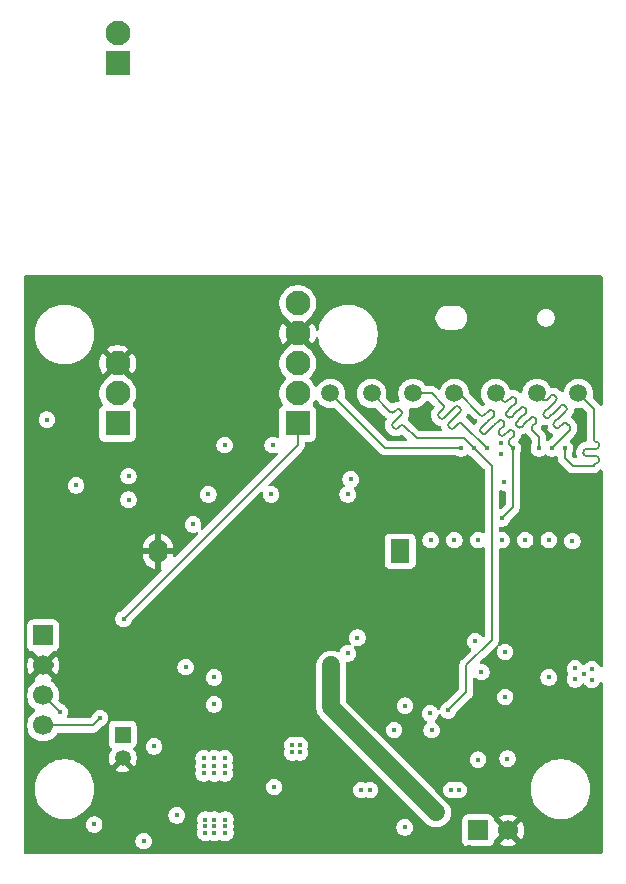
<source format=gbl>
G04 #@! TF.GenerationSoftware,KiCad,Pcbnew,9.0.3*
G04 #@! TF.CreationDate,2025-08-23T15:15:08+02:00*
G04 #@! TF.ProjectId,fw-anwesenheit,66772d61-6e77-4657-9365-6e686569742e,rev?*
G04 #@! TF.SameCoordinates,Original*
G04 #@! TF.FileFunction,Copper,L6,Bot*
G04 #@! TF.FilePolarity,Positive*
%FSLAX46Y46*%
G04 Gerber Fmt 4.6, Leading zero omitted, Abs format (unit mm)*
G04 Created by KiCad (PCBNEW 9.0.3) date 2025-08-23 15:15:08*
%MOMM*%
%LPD*%
G01*
G04 APERTURE LIST*
G04 #@! TA.AperFunction,ComponentPad*
%ADD10R,1.350000X1.350000*%
G04 #@! TD*
G04 #@! TA.AperFunction,ComponentPad*
%ADD11C,1.350000*%
G04 #@! TD*
G04 #@! TA.AperFunction,ComponentPad*
%ADD12C,2.100000*%
G04 #@! TD*
G04 #@! TA.AperFunction,ComponentPad*
%ADD13R,2.100000X2.100000*%
G04 #@! TD*
G04 #@! TA.AperFunction,TestPad*
%ADD14C,1.500000*%
G04 #@! TD*
G04 #@! TA.AperFunction,SMDPad,CuDef*
%ADD15C,1.500000*%
G04 #@! TD*
G04 #@! TA.AperFunction,ComponentPad*
%ADD16R,1.600000X2.000000*%
G04 #@! TD*
G04 #@! TA.AperFunction,ComponentPad*
%ADD17O,1.600000X2.000000*%
G04 #@! TD*
G04 #@! TA.AperFunction,SMDPad,CuDef*
%ADD18R,1.700000X1.700000*%
G04 #@! TD*
G04 #@! TA.AperFunction,SMDPad,CuDef*
%ADD19C,1.700000*%
G04 #@! TD*
G04 #@! TA.AperFunction,ViaPad*
%ADD20C,0.400000*%
G04 #@! TD*
G04 #@! TA.AperFunction,Conductor*
%ADD21C,0.200000*%
G04 #@! TD*
G04 #@! TA.AperFunction,Conductor*
%ADD22C,1.500000*%
G04 #@! TD*
G04 APERTURE END LIST*
D10*
X89916000Y-118888000D03*
D11*
X89916000Y-120888000D03*
D12*
X89500000Y-59520000D03*
D13*
X89500000Y-62060000D03*
D12*
X104740000Y-87460000D03*
X104740000Y-84920000D03*
X89500000Y-87460000D03*
D13*
X89500000Y-92540000D03*
D12*
X104740000Y-90000000D03*
D13*
X104740000Y-92540000D03*
D12*
X104740000Y-82380000D03*
X89500000Y-90000000D03*
D14*
X107500000Y-90000000D03*
D15*
X111000000Y-90000000D03*
D14*
X128500000Y-90000000D03*
D16*
X113411000Y-103378000D03*
D17*
X92911000Y-103378000D03*
D14*
X125000000Y-90000000D03*
D18*
X120010000Y-127000000D03*
D19*
X122550000Y-127000000D03*
D14*
X114500000Y-90000000D03*
D18*
X83185000Y-110490000D03*
D19*
X83185000Y-113030000D03*
X83185000Y-115570000D03*
X83185000Y-118110000D03*
D14*
X121500000Y-90000000D03*
X118000000Y-90000000D03*
D20*
X90000000Y-114912500D03*
X121285000Y-128397000D03*
X118237000Y-110998000D03*
X119253000Y-80645000D03*
X112903000Y-83947000D03*
X110744000Y-102362000D03*
X122529600Y-126949200D03*
X129413000Y-80645000D03*
X98552000Y-124079000D03*
X86741000Y-80645000D03*
X102997000Y-128397000D03*
X113157000Y-80645000D03*
X124079000Y-94234000D03*
X125730000Y-92837000D03*
X92710000Y-98044000D03*
X107442000Y-107950000D03*
X103886000Y-107950000D03*
X123825000Y-97536000D03*
X104521000Y-125095000D03*
X98552000Y-124714000D03*
X88519000Y-103124000D03*
X129794000Y-115824000D03*
X119761000Y-92329000D03*
X122174000Y-127381000D03*
X88773000Y-80645000D03*
X83950000Y-112960000D03*
X110744000Y-106172000D03*
X113411000Y-93853000D03*
X117704600Y-115443000D03*
X97663000Y-123444000D03*
X121285000Y-80645000D03*
X125984000Y-115570000D03*
X129000000Y-116270000D03*
X86487000Y-99822000D03*
X125349000Y-80645000D03*
X98933000Y-128397000D03*
X108839000Y-120396000D03*
X98044000Y-104902000D03*
X128270000Y-116713000D03*
X122174000Y-126619000D03*
X129413000Y-128397000D03*
X94488000Y-124206000D03*
X90805000Y-80645000D03*
X98044000Y-106172000D03*
X84328000Y-126873000D03*
X126873000Y-97536000D03*
X127381000Y-80645000D03*
X84709000Y-80645000D03*
X113157000Y-128397000D03*
X110744000Y-101092000D03*
X110744000Y-104902000D03*
X109093000Y-80645000D03*
X120015000Y-99441000D03*
X117704600Y-113560200D03*
X105029000Y-80645000D03*
X104648000Y-97663000D03*
X122936000Y-126619000D03*
X94869000Y-80645000D03*
X94869000Y-128397000D03*
X128905000Y-93599000D03*
X82677000Y-80645000D03*
X95377000Y-118364000D03*
X115443000Y-91821000D03*
X119253000Y-128397000D03*
X122936000Y-127381000D03*
X98933000Y-80645000D03*
X111379000Y-107950000D03*
X96901000Y-80645000D03*
X115189000Y-80645000D03*
X117221000Y-80645000D03*
X96774000Y-123444000D03*
X118491000Y-99060000D03*
X111125000Y-128397000D03*
X123317000Y-80645000D03*
X115189000Y-128397000D03*
X111125000Y-80645000D03*
X127381000Y-128397000D03*
X129794000Y-116713000D03*
X117221000Y-128397000D03*
X98552000Y-123444000D03*
X122047000Y-99060000D03*
X110490000Y-115189000D03*
X123317000Y-128397000D03*
X102997000Y-80645000D03*
X92837000Y-80645000D03*
X125349000Y-128397000D03*
X128651000Y-83947000D03*
X105029000Y-113411000D03*
X107061000Y-80645000D03*
X98044000Y-102362000D03*
X110744000Y-103632000D03*
X96774000Y-124079000D03*
X96901000Y-128397000D03*
X105029000Y-112522000D03*
X120015000Y-119253000D03*
X109093000Y-128397000D03*
X105475000Y-105000000D03*
X128270000Y-115824000D03*
X124079000Y-94996000D03*
X100965000Y-80645000D03*
X95618000Y-98552000D03*
X100965000Y-128397000D03*
X97663000Y-124714000D03*
X98044000Y-103632000D03*
X97663000Y-124079000D03*
X122500000Y-119087500D03*
X96774000Y-124714000D03*
X128219200Y-114198400D03*
X98602800Y-127203200D03*
X128219200Y-113284000D03*
X97688400Y-127203200D03*
X129641600Y-113334800D03*
X120294400Y-113588800D03*
X96926400Y-126644400D03*
X94488000Y-125730000D03*
X98602800Y-126085600D03*
X87505500Y-126494500D03*
X129641600Y-114249200D03*
X98602800Y-126644400D03*
X119761000Y-110998000D03*
X97688400Y-126085600D03*
X97688400Y-126644400D03*
X125984000Y-114046000D03*
X128981200Y-113741200D03*
X96926400Y-127203200D03*
X96926400Y-126085600D03*
X104267000Y-120396000D03*
X83500000Y-92212500D03*
X126000000Y-102412500D03*
X97168000Y-98552000D03*
X102616000Y-94361000D03*
X120000000Y-121000000D03*
X90412500Y-99000000D03*
X121920000Y-95123000D03*
X118000000Y-102412500D03*
X110109000Y-123571000D03*
X102743000Y-123317000D03*
X98552000Y-94361000D03*
X117729000Y-123571000D03*
X122301000Y-111887000D03*
X104902000Y-120396000D03*
X122000000Y-102412500D03*
X97663000Y-120904000D03*
X121920000Y-94234000D03*
X104902000Y-119761000D03*
X118364000Y-123571000D03*
X98552000Y-121539000D03*
X104267000Y-119761000D03*
X122174000Y-97536000D03*
X128000000Y-102500000D03*
X110871000Y-123571000D03*
X97663000Y-122174000D03*
X97663000Y-121539000D03*
X98552000Y-122174000D03*
X116000000Y-102412500D03*
X102489000Y-98552000D03*
X83185000Y-110490000D03*
X90412500Y-97000000D03*
X124000000Y-102412500D03*
X120000000Y-102412500D03*
X98552000Y-120904000D03*
X96774000Y-122174000D03*
X122500000Y-120912500D03*
X96774000Y-121539000D03*
X91694000Y-127889000D03*
X96774000Y-120904000D03*
X122301000Y-115697000D03*
X90000000Y-109087500D03*
X127350000Y-94650000D03*
X113792000Y-126746000D03*
X97663000Y-116332000D03*
X125150000Y-94650000D03*
X122936000Y-94650000D03*
X97663000Y-114046000D03*
X122000000Y-100587500D03*
X95250000Y-113157000D03*
X120750000Y-94650000D03*
X117475000Y-116840000D03*
X119650000Y-94650000D03*
X112903000Y-118491000D03*
X92583000Y-119888000D03*
X116078000Y-118491000D03*
X109220000Y-97282000D03*
X115951000Y-117094000D03*
X109791500Y-110680500D03*
X88011000Y-117475000D03*
X108966000Y-112014000D03*
X108966000Y-98552000D03*
X113821600Y-116438500D03*
X84582000Y-116967000D03*
X118550000Y-94650000D03*
X126250000Y-94650000D03*
X119634000Y-126492000D03*
X119634000Y-127000000D03*
X119634000Y-127508000D03*
X85979000Y-97790000D03*
X95885000Y-101092000D03*
X107823000Y-114300000D03*
X116332000Y-125984000D03*
X107315000Y-114300000D03*
X107315000Y-113665000D03*
X107823000Y-112903000D03*
X116967000Y-125349000D03*
X107315000Y-112903000D03*
X116459000Y-125476000D03*
X107823000Y-113665000D03*
D21*
X90000000Y-109087500D02*
X104740000Y-94347500D01*
X104740000Y-94347500D02*
X104740000Y-92540000D01*
X129173796Y-95299000D02*
X130019414Y-95299000D01*
X128016000Y-96139000D02*
X129794000Y-96139000D01*
X129794000Y-91294000D02*
X129794000Y-93873598D01*
X129173796Y-94699000D02*
X130019402Y-94699000D01*
X127350000Y-95473000D02*
X128016000Y-96139000D01*
X130244804Y-94473598D02*
X130244804Y-94324402D01*
X130244828Y-95688172D02*
X130244828Y-95524414D01*
X128500000Y-90000000D02*
X129794000Y-91294000D01*
X127350000Y-94650000D02*
X127350000Y-95473000D01*
X128933796Y-95059000D02*
X128933796Y-94939000D01*
X130244828Y-95524414D02*
G75*
G03*
X130019414Y-95298972I-225428J14D01*
G01*
X130019414Y-95913586D02*
G75*
G03*
X130244786Y-95688172I-14J225386D01*
G01*
X128933796Y-94939000D02*
G75*
G02*
X129173796Y-94698996I240004J0D01*
G01*
X129794000Y-96139000D02*
G75*
G02*
X130019414Y-95913600I225400J0D01*
G01*
X130244804Y-94324402D02*
G75*
G03*
X130019402Y-94098996I-225404J2D01*
G01*
X129173796Y-95299000D02*
G75*
G02*
X128933800Y-95059000I4J240000D01*
G01*
X130019402Y-94699000D02*
G75*
G03*
X130244800Y-94473598I-2J225400D01*
G01*
X130019402Y-94099000D02*
G75*
G02*
X129794000Y-93873598I-2J225400D01*
G01*
X123161795Y-91661795D02*
X122848562Y-91975025D01*
X124889215Y-92140559D02*
X124804360Y-92055704D01*
X125150000Y-94650000D02*
X125150000Y-93650000D01*
X124010327Y-92510327D02*
X123697107Y-92823544D01*
X124010325Y-92510326D02*
X124464948Y-92055704D01*
X123616398Y-91207190D02*
X123161793Y-91661794D01*
X125150000Y-93650000D02*
X124604299Y-93104299D01*
X122737529Y-91237529D02*
X123192155Y-90782902D01*
X122767890Y-90358637D02*
X122482969Y-90643557D01*
X122509152Y-91975026D02*
X122424297Y-91890171D01*
X123161793Y-91661794D02*
X123161795Y-91661795D01*
X124604299Y-92764887D02*
X124889215Y-92479970D01*
X124010325Y-92510326D02*
X124010327Y-92510327D01*
X123192155Y-90443491D02*
X123107301Y-90358637D01*
X123586061Y-92086061D02*
X124040665Y-91631456D01*
X123586059Y-92086058D02*
X123586061Y-92086061D01*
X122737527Y-91237526D02*
X122737529Y-91237529D01*
X121779700Y-90279700D02*
X121500000Y-90000000D01*
X122058705Y-90558705D02*
X121779700Y-90279700D01*
X122424297Y-91550759D02*
X122737527Y-91237526D01*
X122143557Y-90643557D02*
X122058705Y-90558705D01*
X124040665Y-91292045D02*
X123955810Y-91207190D01*
X123272842Y-92399278D02*
X123586059Y-92086058D01*
X123357697Y-92823545D02*
X123272842Y-92738690D01*
X123107301Y-90358637D02*
G75*
G03*
X122767889Y-90358636I-169706J-169703D01*
G01*
X124804360Y-92055704D02*
G75*
G03*
X124464948Y-92055704I-169706J-169704D01*
G01*
X124889215Y-92479970D02*
G75*
G03*
X124889180Y-92140595I-169715J169670D01*
G01*
X123272842Y-92738690D02*
G75*
G02*
X123272858Y-92399294I169658J169690D01*
G01*
X122848562Y-91975025D02*
G75*
G02*
X122509196Y-91974983I-169662J169725D01*
G01*
X124604299Y-93104299D02*
G75*
G02*
X124604306Y-92764894I169701J169699D01*
G01*
X124040665Y-91631456D02*
G75*
G03*
X124040616Y-91292095I-169665J169656D01*
G01*
X122424297Y-91890171D02*
G75*
G02*
X122424332Y-91550794I169703J169671D01*
G01*
X123697107Y-92823544D02*
G75*
G02*
X123357696Y-92823546I-169707J169744D01*
G01*
X123955810Y-91207190D02*
G75*
G03*
X123616398Y-91207190I-169706J-169704D01*
G01*
X122482969Y-90643557D02*
G75*
G02*
X122143557Y-90643557I-169706J169704D01*
G01*
X123192155Y-90782902D02*
G75*
G03*
X123192152Y-90443495I-169655J169702D01*
G01*
X121379973Y-92681396D02*
X121747669Y-92313700D01*
X122935609Y-93162230D02*
X123020461Y-93247082D01*
X122936000Y-94576834D02*
X122936000Y-94650000D01*
X120672868Y-93388504D02*
X121210269Y-92851102D01*
X121210269Y-92851102D02*
X121210269Y-92851103D01*
X122936000Y-99651500D02*
X122000000Y-100587500D01*
X121804237Y-93445071D02*
X121889091Y-93529925D01*
X122936000Y-94650000D02*
X122936000Y-99651500D01*
X122171933Y-92737965D02*
X121804238Y-93105661D01*
X122829164Y-94469998D02*
X122936000Y-94576834D01*
X122652765Y-94293600D02*
X122737619Y-94378453D01*
X122087081Y-92313701D02*
X122171933Y-92398553D01*
X121210269Y-92851103D02*
X121379973Y-92681396D01*
X123020461Y-93586494D02*
X122652764Y-93954188D01*
X120786006Y-92426840D02*
X120248604Y-92964241D01*
X120248604Y-93303652D02*
X120333456Y-93388504D01*
X120531450Y-91832873D02*
X120899144Y-91465176D01*
X122737619Y-94378453D02*
X122829164Y-94469998D01*
X120786005Y-92426841D02*
X120786006Y-92426840D01*
X121238556Y-91465177D02*
X121323408Y-91550029D01*
X122228503Y-93529926D02*
X122596197Y-93162229D01*
X118000000Y-90000000D02*
X118359166Y-90000000D01*
X120786005Y-92426841D02*
X121323408Y-91889441D01*
X118359166Y-90000000D02*
X120192038Y-91832872D01*
X121747669Y-92313700D02*
G75*
G02*
X122087106Y-92313675I169731J-169700D01*
G01*
X120248604Y-92964241D02*
G75*
G03*
X120248650Y-93303605I169696J-169659D01*
G01*
X121323408Y-91550029D02*
G75*
G02*
X121323373Y-91889406I-169708J-169671D01*
G01*
X120333456Y-93388504D02*
G75*
G03*
X120672868Y-93388504I169706J169704D01*
G01*
X121889091Y-93529925D02*
G75*
G03*
X122228505Y-93529928I169709J169725D01*
G01*
X123020461Y-93247082D02*
G75*
G02*
X123020473Y-93586506I-169661J-169718D01*
G01*
X121804238Y-93105661D02*
G75*
G03*
X121804203Y-93445105I169662J-169739D01*
G01*
X122596197Y-93162229D02*
G75*
G02*
X122935606Y-93162233I169703J-169671D01*
G01*
X120899144Y-91465176D02*
G75*
G02*
X121238506Y-91465226I169656J-169724D01*
G01*
X122171933Y-92398553D02*
G75*
G02*
X122171974Y-92738006I-169733J-169747D01*
G01*
X120192038Y-91832872D02*
G75*
G03*
X120531405Y-91832829I169662J169672D01*
G01*
X122652764Y-93954188D02*
G75*
G03*
X122652758Y-94293606I169736J-169712D01*
G01*
X117635787Y-92927074D02*
X117550930Y-92842217D01*
X116787239Y-92078559D02*
X116702385Y-91993705D01*
X116100000Y-90000000D02*
X117058633Y-90958633D01*
X117482898Y-91722309D02*
X117126649Y-92078558D01*
X120750000Y-94650000D02*
X118670844Y-92570844D01*
X118076867Y-91976868D02*
X118076871Y-91976871D01*
X117550931Y-92502807D02*
X118076867Y-91976868D01*
X118072512Y-91132695D02*
X117652603Y-91552603D01*
X118331432Y-92570844D02*
X117975199Y-92927074D01*
X117652605Y-91552605D02*
X117482898Y-91722309D01*
X117652603Y-91552603D02*
X117652605Y-91552605D01*
X114500000Y-90000000D02*
X116100000Y-90000000D01*
X116702384Y-91654293D02*
X117058633Y-91298045D01*
X118076871Y-91976871D02*
X118496779Y-91556962D01*
X118496779Y-91217550D02*
X118411924Y-91132695D01*
X117975199Y-92927074D02*
G75*
G02*
X117635787Y-92927074I-169706J169701D01*
G01*
X118411924Y-91132695D02*
G75*
G03*
X118072512Y-91132695I-169706J-169704D01*
G01*
X118670844Y-92570844D02*
G75*
G03*
X118331432Y-92570844I-169706J-169701D01*
G01*
X117058633Y-91298045D02*
G75*
G03*
X117058672Y-90958594I-169733J169745D01*
G01*
X118496779Y-91556962D02*
G75*
G03*
X118496735Y-91217594I-169679J169662D01*
G01*
X116702385Y-91993705D02*
G75*
G02*
X116702386Y-91654294I169715J169705D01*
G01*
X117126649Y-92078558D02*
G75*
G02*
X116787195Y-92078603I-169749J169658D01*
G01*
X117550930Y-92842217D02*
G75*
G02*
X117550918Y-92502794I169670J169717D01*
G01*
X113433620Y-91374032D02*
X113518472Y-91458884D01*
X112798311Y-92857865D02*
X112883163Y-92942717D01*
X113158384Y-92158385D02*
X113158383Y-92158383D01*
X112798311Y-92518454D02*
X113158383Y-92158383D01*
X117475000Y-116840000D02*
X118999000Y-115316000D01*
X121158000Y-96158000D02*
X119650000Y-94650000D01*
X118999000Y-115316000D02*
X118999000Y-113030000D01*
X118808000Y-93808000D02*
X119650000Y-94650000D01*
X113222575Y-92942717D02*
X113412940Y-92752351D01*
X118999000Y-113030000D02*
X121158000Y-110871000D01*
X112903827Y-91564416D02*
X113094208Y-91374032D01*
X113158384Y-92158385D02*
X113518472Y-91798296D01*
X111000000Y-90000000D02*
X112564415Y-91564415D01*
X114808000Y-93808000D02*
X118808000Y-93808000D01*
X113752352Y-92752351D02*
X114808000Y-93808000D01*
X121158000Y-110871000D02*
X121158000Y-96158000D01*
X113094208Y-91374032D02*
G75*
G02*
X113433620Y-91374032I169706J-169708D01*
G01*
X113412940Y-92752351D02*
G75*
G02*
X113752352Y-92752351I169706J-169704D01*
G01*
X112883163Y-92942717D02*
G75*
G03*
X113222575Y-92942717I169706J169704D01*
G01*
X113518472Y-91458884D02*
G75*
G02*
X113518482Y-91798306I-169672J-169716D01*
G01*
X112798311Y-92518454D02*
G75*
G03*
X112798270Y-92857905I169689J-169746D01*
G01*
X112564415Y-91564415D02*
G75*
G03*
X112903805Y-91564395I169685J169715D01*
G01*
X83185000Y-118110000D02*
X87376000Y-118110000D01*
X87376000Y-118110000D02*
X88011000Y-117475000D01*
X83185000Y-115570000D02*
X84582000Y-116967000D01*
X107500000Y-90000000D02*
X112150000Y-94650000D01*
X112150000Y-94650000D02*
X118550000Y-94650000D01*
X126184309Y-90186486D02*
X125855103Y-90515691D01*
X127762000Y-92762000D02*
X127552169Y-92552169D01*
X126250000Y-94603000D02*
X127762000Y-93091000D01*
X126544144Y-92881370D02*
X126459287Y-92796513D01*
X125430839Y-90430839D02*
X125215000Y-90215000D01*
X127457135Y-91119845D02*
X127372280Y-91034990D01*
X126533928Y-91533929D02*
X126533930Y-91533930D01*
X126109662Y-91109662D02*
X126109663Y-91109663D01*
X127212757Y-92552169D02*
X126883554Y-92881369D01*
X126250000Y-94650000D02*
X126250000Y-94603000D01*
X126109663Y-91109663D02*
X126608574Y-90610751D01*
X127032868Y-91034990D02*
X126533928Y-91533929D01*
X126958193Y-91958195D02*
X126958196Y-91958196D01*
X125515692Y-90515691D02*
X125430839Y-90430839D01*
X125695581Y-92032867D02*
X125610725Y-91948011D01*
X125610724Y-91608599D02*
X126109662Y-91109662D01*
X125215000Y-90215000D02*
X125000000Y-90000000D01*
X126958196Y-91958196D02*
X127457135Y-91459256D01*
X126608574Y-90271340D02*
X126523720Y-90186486D01*
X127762000Y-93091000D02*
X127762000Y-92762000D01*
X126533930Y-91533930D02*
X126034991Y-92032866D01*
X126459286Y-92457101D02*
X126958193Y-91958195D01*
X126459287Y-92796513D02*
G75*
G02*
X126459279Y-92457095I169713J169713D01*
G01*
X126883554Y-92881369D02*
G75*
G02*
X126544095Y-92881419I-169754J169669D01*
G01*
X127457135Y-91459256D02*
G75*
G03*
X127457086Y-91119894I-169735J169656D01*
G01*
X125855103Y-90515691D02*
G75*
G02*
X125515691Y-90515692I-169706J169703D01*
G01*
X125610725Y-91948011D02*
G75*
G02*
X125610719Y-91608594I169675J169711D01*
G01*
X127372280Y-91034990D02*
G75*
G03*
X127032868Y-91034990I-169706J-169704D01*
G01*
X126523720Y-90186486D02*
G75*
G03*
X126184308Y-90186485I-169706J-169703D01*
G01*
X126034991Y-92032866D02*
G75*
G02*
X125695596Y-92032853I-169691J169666D01*
G01*
X126608574Y-90610751D02*
G75*
G03*
X126608620Y-90271294I-169674J169751D01*
G01*
X127552169Y-92552169D02*
G75*
G03*
X127212757Y-92552169I-169706J-169701D01*
G01*
D22*
X116459000Y-125476000D02*
X107569000Y-116586000D01*
X107569000Y-116586000D02*
X107569000Y-113030000D01*
G04 #@! TA.AperFunction,Conductor*
G36*
X130487539Y-80022185D02*
G01*
X130533294Y-80074989D01*
X130544500Y-80126500D01*
X130544500Y-90930129D01*
X130524815Y-90997168D01*
X130472011Y-91042923D01*
X130402853Y-91052867D01*
X130339297Y-91023842D01*
X130313113Y-90992129D01*
X130274522Y-90925287D01*
X130274521Y-90925286D01*
X130274520Y-90925284D01*
X130162716Y-90813480D01*
X130162715Y-90813479D01*
X130158385Y-90809149D01*
X130158374Y-90809139D01*
X129753768Y-90404533D01*
X129720283Y-90343210D01*
X129718976Y-90297454D01*
X129750500Y-90098422D01*
X129750500Y-89901577D01*
X129719709Y-89707173D01*
X129687560Y-89608231D01*
X129658884Y-89519975D01*
X129658882Y-89519972D01*
X129658882Y-89519970D01*
X129587469Y-89379815D01*
X129569524Y-89344595D01*
X129453828Y-89185354D01*
X129314646Y-89046172D01*
X129155405Y-88930476D01*
X128980029Y-88841117D01*
X128792826Y-88780290D01*
X128598422Y-88749500D01*
X128598417Y-88749500D01*
X128401583Y-88749500D01*
X128401578Y-88749500D01*
X128207173Y-88780290D01*
X128019970Y-88841117D01*
X127844594Y-88930476D01*
X127762774Y-88989923D01*
X127685354Y-89046172D01*
X127685352Y-89046174D01*
X127685351Y-89046174D01*
X127546174Y-89185351D01*
X127546174Y-89185352D01*
X127546172Y-89185354D01*
X127544717Y-89187357D01*
X127430476Y-89344594D01*
X127341117Y-89519970D01*
X127280291Y-89707172D01*
X127265495Y-89800588D01*
X127260102Y-89811963D01*
X127259204Y-89824521D01*
X127245418Y-89842936D01*
X127235565Y-89863722D01*
X127224878Y-89870375D01*
X127217334Y-89880455D01*
X127195780Y-89888494D01*
X127176254Y-89900653D01*
X127163665Y-89900473D01*
X127151870Y-89904873D01*
X127129392Y-89899983D01*
X127106391Y-89899655D01*
X127094264Y-89892342D01*
X127083597Y-89890022D01*
X127055342Y-89868871D01*
X127016809Y-89830339D01*
X127016808Y-89830338D01*
X126981653Y-89795180D01*
X126981651Y-89795179D01*
X126977341Y-89790868D01*
X126977309Y-89790839D01*
X126892436Y-89705967D01*
X126892436Y-89705966D01*
X126892432Y-89705963D01*
X126889805Y-89703336D01*
X126889804Y-89703335D01*
X126889802Y-89703333D01*
X126752140Y-89611350D01*
X126599181Y-89547993D01*
X126599175Y-89547991D01*
X126436800Y-89515692D01*
X126436798Y-89515692D01*
X126271233Y-89515692D01*
X126271232Y-89515692D01*
X126259300Y-89518065D01*
X126189708Y-89511836D01*
X126134532Y-89468971D01*
X126124627Y-89452741D01*
X126069525Y-89344596D01*
X126052144Y-89320674D01*
X125953828Y-89185354D01*
X125814646Y-89046172D01*
X125655405Y-88930476D01*
X125480029Y-88841117D01*
X125292826Y-88780290D01*
X125098422Y-88749500D01*
X125098417Y-88749500D01*
X124901583Y-88749500D01*
X124901578Y-88749500D01*
X124707173Y-88780290D01*
X124519970Y-88841117D01*
X124344594Y-88930476D01*
X124262774Y-88989923D01*
X124185354Y-89046172D01*
X124185352Y-89046174D01*
X124185351Y-89046174D01*
X124046174Y-89185351D01*
X124046174Y-89185352D01*
X124046172Y-89185354D01*
X124044717Y-89187357D01*
X123930476Y-89344594D01*
X123841117Y-89519970D01*
X123780291Y-89707172D01*
X123753384Y-89877049D01*
X123747991Y-89888424D01*
X123747093Y-89900984D01*
X123733306Y-89919399D01*
X123723454Y-89940183D01*
X123712766Y-89946837D01*
X123705221Y-89956917D01*
X123683668Y-89964955D01*
X123664142Y-89977114D01*
X123651553Y-89976934D01*
X123639757Y-89981334D01*
X123617280Y-89976444D01*
X123594280Y-89976116D01*
X123582152Y-89968802D01*
X123571484Y-89966482D01*
X123543230Y-89945331D01*
X123476016Y-89878117D01*
X123473386Y-89875487D01*
X123473385Y-89875486D01*
X123473383Y-89875484D01*
X123335721Y-89783501D01*
X123182762Y-89720144D01*
X123182756Y-89720142D01*
X123020381Y-89687843D01*
X123020379Y-89687843D01*
X122854814Y-89687843D01*
X122854810Y-89687843D01*
X122830078Y-89692762D01*
X122760487Y-89686532D01*
X122705311Y-89643668D01*
X122687960Y-89609462D01*
X122687560Y-89608231D01*
X122658884Y-89519975D01*
X122569524Y-89344595D01*
X122453828Y-89185354D01*
X122314646Y-89046172D01*
X122155405Y-88930476D01*
X121980029Y-88841117D01*
X121792826Y-88780290D01*
X121598422Y-88749500D01*
X121598417Y-88749500D01*
X121401583Y-88749500D01*
X121401578Y-88749500D01*
X121207173Y-88780290D01*
X121019970Y-88841117D01*
X120844594Y-88930476D01*
X120762774Y-88989923D01*
X120685354Y-89046172D01*
X120685352Y-89046174D01*
X120685351Y-89046174D01*
X120546174Y-89185351D01*
X120546174Y-89185352D01*
X120546172Y-89185354D01*
X120544717Y-89187357D01*
X120430476Y-89344594D01*
X120341117Y-89519970D01*
X120280290Y-89707173D01*
X120249500Y-89901577D01*
X120249500Y-90098422D01*
X120280290Y-90292826D01*
X120341117Y-90480029D01*
X120421006Y-90636819D01*
X120430476Y-90655405D01*
X120545789Y-90814119D01*
X120548849Y-90818330D01*
X120560230Y-90850227D01*
X120572177Y-90881853D01*
X120571929Y-90883015D01*
X120572329Y-90884136D01*
X120564664Y-90917094D01*
X120557611Y-90950187D01*
X120556677Y-90951445D01*
X120556504Y-90952190D01*
X120536578Y-90978530D01*
X120536459Y-90978650D01*
X120535960Y-90979090D01*
X120535977Y-90979107D01*
X120474608Y-91040476D01*
X120449399Y-91065674D01*
X120388069Y-91099146D01*
X120318378Y-91094146D01*
X120274056Y-91065655D01*
X119286819Y-90078418D01*
X119253334Y-90017095D01*
X119250500Y-89990737D01*
X119250500Y-89901577D01*
X119219709Y-89707173D01*
X119187560Y-89608231D01*
X119158884Y-89519975D01*
X119158882Y-89519972D01*
X119158882Y-89519970D01*
X119087469Y-89379815D01*
X119069524Y-89344595D01*
X118953828Y-89185354D01*
X118814646Y-89046172D01*
X118655405Y-88930476D01*
X118480029Y-88841117D01*
X118292826Y-88780290D01*
X118098422Y-88749500D01*
X118098417Y-88749500D01*
X117901583Y-88749500D01*
X117901578Y-88749500D01*
X117707173Y-88780290D01*
X117519970Y-88841117D01*
X117344594Y-88930476D01*
X117262774Y-88989923D01*
X117185354Y-89046172D01*
X117185352Y-89046174D01*
X117185351Y-89046174D01*
X117046174Y-89185351D01*
X117046174Y-89185352D01*
X117046172Y-89185354D01*
X117044717Y-89187357D01*
X116930476Y-89344594D01*
X116841117Y-89519970D01*
X116812440Y-89608231D01*
X116810887Y-89610501D01*
X116810691Y-89613246D01*
X116791283Y-89639170D01*
X116773002Y-89665906D01*
X116770467Y-89666977D01*
X116768819Y-89669179D01*
X116738479Y-89680495D01*
X116708643Y-89693104D01*
X116705932Y-89692634D01*
X116703355Y-89693596D01*
X116671712Y-89686712D01*
X116639797Y-89681189D01*
X116636947Y-89679149D01*
X116635082Y-89678744D01*
X116606828Y-89657593D01*
X116587590Y-89638355D01*
X116587588Y-89638352D01*
X116468717Y-89519481D01*
X116468716Y-89519480D01*
X116381904Y-89469360D01*
X116381904Y-89469359D01*
X116381900Y-89469358D01*
X116331785Y-89440423D01*
X116179057Y-89399499D01*
X116020943Y-89399499D01*
X116013347Y-89399499D01*
X116013331Y-89399500D01*
X115672596Y-89399500D01*
X115605557Y-89379815D01*
X115572278Y-89348386D01*
X115569524Y-89344596D01*
X115569524Y-89344595D01*
X115453828Y-89185354D01*
X115314646Y-89046172D01*
X115155405Y-88930476D01*
X114980029Y-88841117D01*
X114792826Y-88780290D01*
X114598422Y-88749500D01*
X114598417Y-88749500D01*
X114401583Y-88749500D01*
X114401578Y-88749500D01*
X114207173Y-88780290D01*
X114019970Y-88841117D01*
X113844594Y-88930476D01*
X113762774Y-88989923D01*
X113685354Y-89046172D01*
X113685352Y-89046174D01*
X113685351Y-89046174D01*
X113546174Y-89185351D01*
X113546174Y-89185352D01*
X113546172Y-89185354D01*
X113544717Y-89187357D01*
X113430476Y-89344594D01*
X113341117Y-89519970D01*
X113280290Y-89707173D01*
X113249500Y-89901577D01*
X113249500Y-90098422D01*
X113280290Y-90292826D01*
X113341117Y-90480029D01*
X113362984Y-90522944D01*
X113375880Y-90591614D01*
X113349603Y-90656354D01*
X113292497Y-90696611D01*
X113252499Y-90703239D01*
X113181127Y-90703239D01*
X113018759Y-90735536D01*
X113018747Y-90735539D01*
X112865797Y-90798892D01*
X112865781Y-90798901D01*
X112819924Y-90829541D01*
X112753246Y-90850418D01*
X112685866Y-90831932D01*
X112663354Y-90814119D01*
X112253768Y-90404533D01*
X112220283Y-90343210D01*
X112218976Y-90297454D01*
X112250500Y-90098422D01*
X112250500Y-89901577D01*
X112219709Y-89707173D01*
X112187560Y-89608231D01*
X112158884Y-89519975D01*
X112158882Y-89519972D01*
X112158882Y-89519970D01*
X112087469Y-89379815D01*
X112069524Y-89344595D01*
X111953828Y-89185354D01*
X111814646Y-89046172D01*
X111655405Y-88930476D01*
X111480029Y-88841117D01*
X111292826Y-88780290D01*
X111098422Y-88749500D01*
X111098417Y-88749500D01*
X110901583Y-88749500D01*
X110901578Y-88749500D01*
X110707173Y-88780290D01*
X110519970Y-88841117D01*
X110344594Y-88930476D01*
X110262774Y-88989923D01*
X110185354Y-89046172D01*
X110185352Y-89046174D01*
X110185351Y-89046174D01*
X110046174Y-89185351D01*
X110046174Y-89185352D01*
X110046172Y-89185354D01*
X110044717Y-89187357D01*
X109930476Y-89344594D01*
X109841117Y-89519970D01*
X109780290Y-89707173D01*
X109749500Y-89901577D01*
X109749500Y-90098422D01*
X109780290Y-90292826D01*
X109841117Y-90480029D01*
X109921006Y-90636819D01*
X109930476Y-90655405D01*
X110046172Y-90814646D01*
X110185354Y-90953828D01*
X110344595Y-91069524D01*
X110392919Y-91094146D01*
X110519970Y-91158882D01*
X110519972Y-91158882D01*
X110519975Y-91158884D01*
X110579202Y-91178128D01*
X110707173Y-91219709D01*
X110901578Y-91250500D01*
X110901583Y-91250500D01*
X111098422Y-91250500D01*
X111297454Y-91218976D01*
X111366747Y-91227930D01*
X111404533Y-91253768D01*
X112083017Y-91932252D01*
X112088262Y-91937499D01*
X112088273Y-91937517D01*
X112101037Y-91950279D01*
X112101644Y-91950886D01*
X112103490Y-91952732D01*
X112103491Y-91952734D01*
X112103513Y-91952756D01*
X112103561Y-91952844D01*
X112198352Y-92047620D01*
X112198359Y-92047626D01*
X112224422Y-92065037D01*
X112269232Y-92118645D01*
X112277946Y-92187969D01*
X112258633Y-92237052D01*
X112223252Y-92289984D01*
X112159873Y-92442935D01*
X112159871Y-92442940D01*
X112127551Y-92605317D01*
X112127530Y-92770882D01*
X112159813Y-92933269D01*
X112189240Y-93004330D01*
X112223159Y-93086241D01*
X112313273Y-93221130D01*
X112315136Y-93223918D01*
X112317783Y-93226565D01*
X112317792Y-93226581D01*
X112361064Y-93269853D01*
X112373663Y-93282452D01*
X112373663Y-93282453D01*
X112425218Y-93334014D01*
X112425219Y-93334014D01*
X112430759Y-93339555D01*
X112430817Y-93339606D01*
X112432990Y-93341779D01*
X112458543Y-93367332D01*
X112517079Y-93425869D01*
X112517082Y-93425871D01*
X112517084Y-93425873D01*
X112517086Y-93425874D01*
X112623043Y-93496672D01*
X112654741Y-93517852D01*
X112807703Y-93581212D01*
X112970081Y-93613511D01*
X112970084Y-93613512D01*
X112970086Y-93613512D01*
X113135654Y-93613512D01*
X113135655Y-93613511D01*
X113298035Y-93581212D01*
X113450997Y-93517852D01*
X113496836Y-93487222D01*
X113563512Y-93466344D01*
X113630892Y-93484828D01*
X113653408Y-93502643D01*
X113988584Y-93837819D01*
X114022069Y-93899142D01*
X114017085Y-93968834D01*
X113975213Y-94024767D01*
X113909749Y-94049184D01*
X113900903Y-94049500D01*
X112450097Y-94049500D01*
X112383058Y-94029815D01*
X112362416Y-94013181D01*
X108753768Y-90404533D01*
X108720283Y-90343210D01*
X108718976Y-90297454D01*
X108750500Y-90098422D01*
X108750500Y-89901577D01*
X108719709Y-89707173D01*
X108687560Y-89608231D01*
X108658884Y-89519975D01*
X108658882Y-89519972D01*
X108658882Y-89519970D01*
X108587469Y-89379815D01*
X108569524Y-89344595D01*
X108453828Y-89185354D01*
X108314646Y-89046172D01*
X108155405Y-88930476D01*
X107980029Y-88841117D01*
X107792826Y-88780290D01*
X107598422Y-88749500D01*
X107598417Y-88749500D01*
X107401583Y-88749500D01*
X107401578Y-88749500D01*
X107207173Y-88780290D01*
X107019970Y-88841117D01*
X106844594Y-88930476D01*
X106762774Y-88989923D01*
X106685354Y-89046172D01*
X106685352Y-89046174D01*
X106685351Y-89046174D01*
X106546174Y-89185351D01*
X106546174Y-89185352D01*
X106546172Y-89185354D01*
X106544717Y-89187357D01*
X106430474Y-89344597D01*
X106398832Y-89406698D01*
X106350858Y-89457493D01*
X106283037Y-89474288D01*
X106216902Y-89451750D01*
X106177863Y-89406697D01*
X106146220Y-89344594D01*
X106066106Y-89187361D01*
X105963527Y-89046172D01*
X105922660Y-88989923D01*
X105922656Y-88989918D01*
X105750419Y-88817681D01*
X105716934Y-88756358D01*
X105721918Y-88686666D01*
X105750419Y-88642319D01*
X105829642Y-88563096D01*
X105922655Y-88470083D01*
X106066106Y-88272639D01*
X106176904Y-88055185D01*
X106252321Y-87823076D01*
X106290500Y-87582027D01*
X106290500Y-87337973D01*
X106252321Y-87096924D01*
X106176904Y-86864815D01*
X106066106Y-86647361D01*
X106047779Y-86622136D01*
X105922660Y-86449923D01*
X105922656Y-86449918D01*
X105750081Y-86277343D01*
X105750076Y-86277339D01*
X105699410Y-86240528D01*
X105673919Y-86207471D01*
X105025757Y-85559309D01*
X105071574Y-85540332D01*
X105186224Y-85463726D01*
X105283726Y-85366224D01*
X105360332Y-85251574D01*
X105379309Y-85205757D01*
X105998454Y-85824902D01*
X105998454Y-85824901D01*
X106065678Y-85732377D01*
X106176439Y-85514996D01*
X106251959Y-85282573D01*
X106291397Y-85224897D01*
X106355755Y-85197699D01*
X106424601Y-85209614D01*
X106476077Y-85256858D01*
X106493110Y-85307006D01*
X106506258Y-85423692D01*
X106506260Y-85423702D01*
X106569380Y-85700253D01*
X106569383Y-85700261D01*
X106663067Y-85967993D01*
X106786139Y-86223554D01*
X106819934Y-86277339D01*
X106937056Y-86463737D01*
X107009913Y-86555097D01*
X107083702Y-86647626D01*
X107113914Y-86685510D01*
X107314490Y-86886086D01*
X107536263Y-87062944D01*
X107776443Y-87213859D01*
X107776445Y-87213860D01*
X107861632Y-87254884D01*
X108032010Y-87336934D01*
X108233092Y-87407295D01*
X108299738Y-87430616D01*
X108299746Y-87430619D01*
X108299749Y-87430619D01*
X108299750Y-87430620D01*
X108576297Y-87493740D01*
X108858166Y-87525499D01*
X108858167Y-87525500D01*
X108858171Y-87525500D01*
X109141833Y-87525500D01*
X109141833Y-87525499D01*
X109423703Y-87493740D01*
X109700250Y-87430620D01*
X109967990Y-87336934D01*
X110223557Y-87213859D01*
X110463737Y-87062944D01*
X110685510Y-86886086D01*
X110886086Y-86685510D01*
X111062944Y-86463737D01*
X111213859Y-86223557D01*
X111336934Y-85967990D01*
X111430620Y-85700250D01*
X111493740Y-85423703D01*
X111525500Y-85141829D01*
X111525500Y-84858171D01*
X111493740Y-84576297D01*
X111430620Y-84299750D01*
X111430591Y-84299668D01*
X111363393Y-84107626D01*
X111336934Y-84032010D01*
X111213859Y-83776443D01*
X111062944Y-83536263D01*
X111043966Y-83512465D01*
X116399500Y-83512465D01*
X116399500Y-83687534D01*
X116429898Y-83859937D01*
X116489775Y-84024446D01*
X116577309Y-84176057D01*
X116689836Y-84310163D01*
X116823942Y-84422690D01*
X116823943Y-84422691D01*
X116823945Y-84422692D01*
X116975555Y-84510225D01*
X117140062Y-84570101D01*
X117312468Y-84600500D01*
X117312472Y-84600500D01*
X118187528Y-84600500D01*
X118187532Y-84600500D01*
X118359938Y-84570101D01*
X118524445Y-84510225D01*
X118676055Y-84422692D01*
X118810163Y-84310163D01*
X118922692Y-84176055D01*
X119010225Y-84024445D01*
X119070101Y-83859938D01*
X119100500Y-83687532D01*
X119100500Y-83673920D01*
X124999499Y-83673920D01*
X125028340Y-83818907D01*
X125028343Y-83818917D01*
X125084912Y-83955488D01*
X125084919Y-83955501D01*
X125167048Y-84078415D01*
X125167051Y-84078419D01*
X125271580Y-84182948D01*
X125271584Y-84182951D01*
X125394498Y-84265080D01*
X125394511Y-84265087D01*
X125531082Y-84321656D01*
X125531087Y-84321658D01*
X125531091Y-84321658D01*
X125531092Y-84321659D01*
X125676079Y-84350500D01*
X125676082Y-84350500D01*
X125823920Y-84350500D01*
X125921462Y-84331096D01*
X125968913Y-84321658D01*
X126105495Y-84265084D01*
X126228416Y-84182951D01*
X126332951Y-84078416D01*
X126415084Y-83955495D01*
X126471658Y-83818913D01*
X126481096Y-83771462D01*
X126500500Y-83673920D01*
X126500500Y-83526079D01*
X126471659Y-83381092D01*
X126471658Y-83381091D01*
X126471658Y-83381087D01*
X126444073Y-83314490D01*
X126415087Y-83244511D01*
X126415080Y-83244498D01*
X126332951Y-83121584D01*
X126332948Y-83121580D01*
X126228419Y-83017051D01*
X126228415Y-83017048D01*
X126105501Y-82934919D01*
X126105488Y-82934912D01*
X125968917Y-82878343D01*
X125968907Y-82878340D01*
X125823920Y-82849500D01*
X125823918Y-82849500D01*
X125676082Y-82849500D01*
X125676080Y-82849500D01*
X125531092Y-82878340D01*
X125531082Y-82878343D01*
X125394511Y-82934912D01*
X125394498Y-82934919D01*
X125271584Y-83017048D01*
X125271580Y-83017051D01*
X125167051Y-83121580D01*
X125167048Y-83121584D01*
X125084919Y-83244498D01*
X125084912Y-83244511D01*
X125028343Y-83381082D01*
X125028340Y-83381092D01*
X124999500Y-83526079D01*
X124999500Y-83526082D01*
X124999500Y-83673918D01*
X124999500Y-83673920D01*
X124999499Y-83673920D01*
X119100500Y-83673920D01*
X119100500Y-83600000D01*
X119100500Y-83534108D01*
X119100500Y-83512468D01*
X119070101Y-83340062D01*
X119010225Y-83175555D01*
X118979064Y-83121584D01*
X118922690Y-83023942D01*
X118810163Y-82889836D01*
X118676057Y-82777309D01*
X118524446Y-82689775D01*
X118359937Y-82629898D01*
X118187534Y-82599500D01*
X118187532Y-82599500D01*
X118165892Y-82599500D01*
X117465892Y-82599500D01*
X117400000Y-82599500D01*
X117312468Y-82599500D01*
X117312465Y-82599500D01*
X117140062Y-82629898D01*
X116975553Y-82689775D01*
X116823942Y-82777309D01*
X116689836Y-82889836D01*
X116577309Y-83023942D01*
X116489775Y-83175553D01*
X116429898Y-83340062D01*
X116399500Y-83512465D01*
X111043966Y-83512465D01*
X110886086Y-83314490D01*
X110685510Y-83113914D01*
X110463737Y-82937056D01*
X110223557Y-82786141D01*
X110223554Y-82786139D01*
X109967993Y-82663067D01*
X109700261Y-82569383D01*
X109700253Y-82569380D01*
X109492839Y-82522040D01*
X109423703Y-82506260D01*
X109423699Y-82506259D01*
X109423690Y-82506258D01*
X109141833Y-82474500D01*
X109141829Y-82474500D01*
X108858171Y-82474500D01*
X108858167Y-82474500D01*
X108576309Y-82506258D01*
X108576297Y-82506260D01*
X108299746Y-82569380D01*
X108299738Y-82569383D01*
X108032006Y-82663067D01*
X107776445Y-82786139D01*
X107536264Y-82937055D01*
X107314490Y-83113913D01*
X107113913Y-83314490D01*
X106937055Y-83536264D01*
X106786139Y-83776445D01*
X106663067Y-84032006D01*
X106569383Y-84299738D01*
X106569380Y-84299746D01*
X106506260Y-84576297D01*
X106506258Y-84576304D01*
X106504260Y-84594041D01*
X106477191Y-84658454D01*
X106419596Y-84698008D01*
X106349759Y-84700143D01*
X106289853Y-84664184D01*
X106258899Y-84601545D01*
X106258567Y-84599551D01*
X106251834Y-84557041D01*
X106251834Y-84557040D01*
X106176439Y-84325001D01*
X106065676Y-84107619D01*
X105998456Y-84015097D01*
X105998454Y-84015096D01*
X105379309Y-84634241D01*
X105360332Y-84588426D01*
X105283726Y-84473776D01*
X105186224Y-84376274D01*
X105071574Y-84299668D01*
X105025755Y-84280689D01*
X105662437Y-83644009D01*
X105663039Y-83641145D01*
X105699408Y-83599472D01*
X105750083Y-83562655D01*
X105922655Y-83390083D01*
X106066106Y-83192639D01*
X106176904Y-82975185D01*
X106252321Y-82743076D01*
X106290500Y-82502027D01*
X106290500Y-82257973D01*
X106252321Y-82016924D01*
X106176904Y-81784815D01*
X106066106Y-81567361D01*
X106047779Y-81542136D01*
X105922660Y-81369923D01*
X105922656Y-81369918D01*
X105750081Y-81197343D01*
X105750076Y-81197339D01*
X105552642Y-81053896D01*
X105552641Y-81053895D01*
X105552639Y-81053894D01*
X105335185Y-80943096D01*
X105103076Y-80867679D01*
X105103074Y-80867678D01*
X105103072Y-80867678D01*
X104934769Y-80841021D01*
X104862027Y-80829500D01*
X104617973Y-80829500D01*
X104562093Y-80838350D01*
X104376927Y-80867678D01*
X104144812Y-80943097D01*
X103927357Y-81053896D01*
X103729923Y-81197339D01*
X103729918Y-81197343D01*
X103557343Y-81369918D01*
X103557339Y-81369923D01*
X103413896Y-81567357D01*
X103303097Y-81784812D01*
X103227678Y-82016927D01*
X103189500Y-82257973D01*
X103189500Y-82502027D01*
X103200168Y-82569380D01*
X103215006Y-82663067D01*
X103227679Y-82743076D01*
X103303096Y-82975185D01*
X103405189Y-83175555D01*
X103413896Y-83192642D01*
X103557339Y-83390076D01*
X103557343Y-83390081D01*
X103557345Y-83390083D01*
X103729917Y-83562655D01*
X103780588Y-83599470D01*
X103806081Y-83632529D01*
X104454242Y-84280690D01*
X104408426Y-84299668D01*
X104293776Y-84376274D01*
X104196274Y-84473776D01*
X104119668Y-84588426D01*
X104100690Y-84634243D01*
X103481544Y-84015097D01*
X103414319Y-84107626D01*
X103303560Y-84325001D01*
X103228165Y-84557040D01*
X103190000Y-84798006D01*
X103190000Y-85041993D01*
X103228165Y-85282959D01*
X103303560Y-85514998D01*
X103414323Y-85732380D01*
X103481543Y-85824901D01*
X103481544Y-85824902D01*
X104100690Y-85205756D01*
X104119668Y-85251574D01*
X104196274Y-85366224D01*
X104293776Y-85463726D01*
X104408426Y-85540332D01*
X104454242Y-85559309D01*
X103817556Y-86195994D01*
X103816953Y-86198866D01*
X103780590Y-86240528D01*
X103729917Y-86277344D01*
X103557343Y-86449918D01*
X103557339Y-86449923D01*
X103413896Y-86647357D01*
X103303097Y-86864812D01*
X103227678Y-87096927D01*
X103189500Y-87337973D01*
X103189500Y-87582026D01*
X103226170Y-87813553D01*
X103227679Y-87823076D01*
X103303096Y-88055185D01*
X103413762Y-88272380D01*
X103413896Y-88272642D01*
X103557339Y-88470076D01*
X103557343Y-88470081D01*
X103729581Y-88642319D01*
X103763066Y-88703642D01*
X103758082Y-88773334D01*
X103729581Y-88817681D01*
X103557343Y-88989918D01*
X103557339Y-88989923D01*
X103413896Y-89187357D01*
X103303097Y-89404812D01*
X103303096Y-89404814D01*
X103303096Y-89404815D01*
X103302484Y-89406698D01*
X103227678Y-89636927D01*
X103189500Y-89877973D01*
X103189500Y-90122026D01*
X103226926Y-90358326D01*
X103227679Y-90363076D01*
X103303096Y-90595185D01*
X103406894Y-90798901D01*
X103413896Y-90812642D01*
X103463854Y-90881404D01*
X103487334Y-90947210D01*
X103471509Y-91015264D01*
X103437848Y-91053555D01*
X103332452Y-91132455D01*
X103246206Y-91247664D01*
X103246202Y-91247671D01*
X103195908Y-91382517D01*
X103192179Y-91417209D01*
X103189501Y-91442123D01*
X103189500Y-91442135D01*
X103189500Y-93637870D01*
X103189501Y-93637879D01*
X103191710Y-93658427D01*
X103179302Y-93727187D01*
X103131690Y-93778323D01*
X103063991Y-93795600D01*
X102999530Y-93774781D01*
X102947822Y-93740231D01*
X102947804Y-93740221D01*
X102820332Y-93687421D01*
X102820322Y-93687418D01*
X102684995Y-93660500D01*
X102684993Y-93660500D01*
X102547007Y-93660500D01*
X102547005Y-93660500D01*
X102411677Y-93687418D01*
X102411667Y-93687421D01*
X102284195Y-93740221D01*
X102284182Y-93740228D01*
X102169458Y-93816885D01*
X102169454Y-93816888D01*
X102071888Y-93914454D01*
X102071885Y-93914458D01*
X101995228Y-94029182D01*
X101995221Y-94029195D01*
X101942421Y-94156667D01*
X101942418Y-94156677D01*
X101915500Y-94292004D01*
X101915500Y-94292007D01*
X101915500Y-94429993D01*
X101915500Y-94429995D01*
X101915499Y-94429995D01*
X101942418Y-94565322D01*
X101942421Y-94565332D01*
X101995221Y-94692804D01*
X101995228Y-94692817D01*
X102071885Y-94807541D01*
X102071888Y-94807545D01*
X102169454Y-94905111D01*
X102169458Y-94905114D01*
X102284182Y-94981771D01*
X102284195Y-94981778D01*
X102411667Y-95034578D01*
X102411672Y-95034580D01*
X102411676Y-95034580D01*
X102411677Y-95034581D01*
X102547004Y-95061500D01*
X102547007Y-95061500D01*
X102684995Y-95061500D01*
X102776041Y-95043389D01*
X102820328Y-95034580D01*
X102898825Y-95002065D01*
X102968289Y-94994597D01*
X103030769Y-95025871D01*
X103066422Y-95085960D01*
X103063929Y-95155785D01*
X103033955Y-95204308D01*
X96728309Y-101509953D01*
X96666986Y-101543438D01*
X96597294Y-101538454D01*
X96541361Y-101496582D01*
X96516944Y-101431118D01*
X96526066Y-101374823D01*
X96558580Y-101296328D01*
X96568654Y-101245682D01*
X96585500Y-101160995D01*
X96585500Y-101023004D01*
X96558581Y-100887677D01*
X96558580Y-100887676D01*
X96558580Y-100887672D01*
X96558578Y-100887667D01*
X96505778Y-100760195D01*
X96505771Y-100760182D01*
X96429114Y-100645458D01*
X96429111Y-100645454D01*
X96331545Y-100547888D01*
X96331541Y-100547885D01*
X96216817Y-100471228D01*
X96216804Y-100471221D01*
X96089332Y-100418421D01*
X96089322Y-100418418D01*
X95953995Y-100391500D01*
X95953993Y-100391500D01*
X95816007Y-100391500D01*
X95816005Y-100391500D01*
X95680677Y-100418418D01*
X95680667Y-100418421D01*
X95553195Y-100471221D01*
X95553182Y-100471228D01*
X95438458Y-100547885D01*
X95438454Y-100547888D01*
X95340888Y-100645454D01*
X95340885Y-100645458D01*
X95264228Y-100760182D01*
X95264221Y-100760195D01*
X95211421Y-100887667D01*
X95211418Y-100887677D01*
X95184500Y-101023004D01*
X95184500Y-101023007D01*
X95184500Y-101160993D01*
X95184500Y-101160995D01*
X95184499Y-101160995D01*
X95211418Y-101296322D01*
X95211421Y-101296332D01*
X95264221Y-101423804D01*
X95264228Y-101423817D01*
X95340885Y-101538541D01*
X95340888Y-101538545D01*
X95438454Y-101636111D01*
X95438458Y-101636114D01*
X95553182Y-101712771D01*
X95553195Y-101712778D01*
X95659649Y-101756872D01*
X95680672Y-101765580D01*
X95680676Y-101765580D01*
X95680677Y-101765581D01*
X95816004Y-101792500D01*
X95816007Y-101792500D01*
X95953995Y-101792500D01*
X96045041Y-101774389D01*
X96089328Y-101765580D01*
X96167822Y-101733066D01*
X96237288Y-101725598D01*
X96299767Y-101756872D01*
X96335420Y-101816961D01*
X96332927Y-101886786D01*
X96302953Y-101935309D01*
X94415562Y-103822700D01*
X94354239Y-103856185D01*
X94284547Y-103851201D01*
X94228614Y-103809329D01*
X94204197Y-103743865D01*
X94205408Y-103715620D01*
X94211000Y-103680316D01*
X94211000Y-103628000D01*
X93257410Y-103628000D01*
X93307037Y-103542044D01*
X93336000Y-103433952D01*
X93336000Y-103322048D01*
X93307037Y-103213956D01*
X93257410Y-103128000D01*
X94211000Y-103128000D01*
X94211000Y-103075682D01*
X94178990Y-102873582D01*
X94115755Y-102678968D01*
X94022859Y-102496650D01*
X93902582Y-102331105D01*
X93902582Y-102331104D01*
X93757895Y-102186417D01*
X93592349Y-102066140D01*
X93410029Y-101973244D01*
X93215413Y-101910009D01*
X93161000Y-101901390D01*
X93161000Y-103031590D01*
X93075044Y-102981963D01*
X92966952Y-102953000D01*
X92855048Y-102953000D01*
X92746956Y-102981963D01*
X92661000Y-103031590D01*
X92661000Y-101901390D01*
X92606586Y-101910009D01*
X92411970Y-101973244D01*
X92229650Y-102066140D01*
X92064105Y-102186417D01*
X92064104Y-102186417D01*
X91919417Y-102331104D01*
X91919417Y-102331105D01*
X91799140Y-102496650D01*
X91706244Y-102678968D01*
X91643009Y-102873582D01*
X91611000Y-103075682D01*
X91611000Y-103128000D01*
X92564590Y-103128000D01*
X92514963Y-103213956D01*
X92486000Y-103322048D01*
X92486000Y-103433952D01*
X92514963Y-103542044D01*
X92564590Y-103628000D01*
X91611000Y-103628000D01*
X91611000Y-103680317D01*
X91643009Y-103882417D01*
X91706244Y-104077031D01*
X91799140Y-104259349D01*
X91919417Y-104424894D01*
X91919417Y-104424895D01*
X92064104Y-104569582D01*
X92229650Y-104689859D01*
X92411968Y-104782754D01*
X92606578Y-104845988D01*
X92661000Y-104854607D01*
X92661000Y-103724409D01*
X92746956Y-103774037D01*
X92855048Y-103803000D01*
X92966952Y-103803000D01*
X93075044Y-103774037D01*
X93161000Y-103724409D01*
X93161000Y-104854607D01*
X93179087Y-104870055D01*
X93217280Y-104928562D01*
X93217779Y-104998430D01*
X93186236Y-105052026D01*
X89858061Y-108380202D01*
X89801228Y-108411235D01*
X89801506Y-108412150D01*
X89797110Y-108413483D01*
X89796738Y-108413687D01*
X89795787Y-108413885D01*
X89795669Y-108413920D01*
X89668195Y-108466721D01*
X89668182Y-108466728D01*
X89553458Y-108543385D01*
X89553454Y-108543388D01*
X89455888Y-108640954D01*
X89455885Y-108640958D01*
X89379228Y-108755682D01*
X89379221Y-108755695D01*
X89326421Y-108883167D01*
X89326418Y-108883177D01*
X89299500Y-109018504D01*
X89299500Y-109018507D01*
X89299500Y-109156493D01*
X89299500Y-109156495D01*
X89299499Y-109156495D01*
X89326418Y-109291822D01*
X89326421Y-109291832D01*
X89379221Y-109419304D01*
X89379228Y-109419317D01*
X89455885Y-109534041D01*
X89455888Y-109534045D01*
X89553454Y-109631611D01*
X89553458Y-109631614D01*
X89668182Y-109708271D01*
X89668195Y-109708278D01*
X89795667Y-109761078D01*
X89795672Y-109761080D01*
X89795676Y-109761080D01*
X89795677Y-109761081D01*
X89931004Y-109788000D01*
X89931007Y-109788000D01*
X90068995Y-109788000D01*
X90160041Y-109769889D01*
X90204328Y-109761080D01*
X90331811Y-109708275D01*
X90446542Y-109631614D01*
X90544114Y-109534042D01*
X90620775Y-109419311D01*
X90673580Y-109291828D01*
X90673580Y-109291825D01*
X90675346Y-109286006D01*
X90676760Y-109286434D01*
X90705734Y-109231027D01*
X90707241Y-109229492D01*
X97606598Y-102330135D01*
X112110500Y-102330135D01*
X112110500Y-104425870D01*
X112110501Y-104425876D01*
X112116908Y-104485483D01*
X112167202Y-104620328D01*
X112167206Y-104620335D01*
X112253452Y-104735544D01*
X112253455Y-104735547D01*
X112368664Y-104821793D01*
X112368671Y-104821797D01*
X112503517Y-104872091D01*
X112503516Y-104872091D01*
X112510444Y-104872835D01*
X112563127Y-104878500D01*
X114258872Y-104878499D01*
X114318483Y-104872091D01*
X114453331Y-104821796D01*
X114568546Y-104735546D01*
X114654796Y-104620331D01*
X114705091Y-104485483D01*
X114711500Y-104425873D01*
X114711499Y-102481495D01*
X115299499Y-102481495D01*
X115326418Y-102616822D01*
X115326421Y-102616832D01*
X115379221Y-102744304D01*
X115379228Y-102744317D01*
X115455885Y-102859041D01*
X115455888Y-102859045D01*
X115553454Y-102956611D01*
X115553458Y-102956614D01*
X115668182Y-103033271D01*
X115668195Y-103033278D01*
X115770569Y-103075682D01*
X115795672Y-103086080D01*
X115795676Y-103086080D01*
X115795677Y-103086081D01*
X115931004Y-103113000D01*
X115931007Y-103113000D01*
X116068995Y-103113000D01*
X116160041Y-103094889D01*
X116204328Y-103086080D01*
X116305643Y-103044114D01*
X116331804Y-103033278D01*
X116331804Y-103033277D01*
X116331811Y-103033275D01*
X116446542Y-102956614D01*
X116544114Y-102859042D01*
X116620775Y-102744311D01*
X116673580Y-102616828D01*
X116700500Y-102481495D01*
X117299499Y-102481495D01*
X117326418Y-102616822D01*
X117326421Y-102616832D01*
X117379221Y-102744304D01*
X117379228Y-102744317D01*
X117455885Y-102859041D01*
X117455888Y-102859045D01*
X117553454Y-102956611D01*
X117553458Y-102956614D01*
X117668182Y-103033271D01*
X117668195Y-103033278D01*
X117770569Y-103075682D01*
X117795672Y-103086080D01*
X117795676Y-103086080D01*
X117795677Y-103086081D01*
X117931004Y-103113000D01*
X117931007Y-103113000D01*
X118068995Y-103113000D01*
X118160041Y-103094889D01*
X118204328Y-103086080D01*
X118305643Y-103044114D01*
X118331804Y-103033278D01*
X118331804Y-103033277D01*
X118331811Y-103033275D01*
X118446542Y-102956614D01*
X118544114Y-102859042D01*
X118620775Y-102744311D01*
X118673580Y-102616828D01*
X118700500Y-102481493D01*
X118700500Y-102343507D01*
X118700500Y-102343504D01*
X118673581Y-102208177D01*
X118673580Y-102208176D01*
X118673580Y-102208172D01*
X118657016Y-102168182D01*
X118620778Y-102080695D01*
X118620771Y-102080682D01*
X118544114Y-101965958D01*
X118544111Y-101965954D01*
X118446545Y-101868388D01*
X118446541Y-101868385D01*
X118331817Y-101791728D01*
X118331804Y-101791721D01*
X118204332Y-101738921D01*
X118204322Y-101738918D01*
X118068995Y-101712000D01*
X118068993Y-101712000D01*
X117931007Y-101712000D01*
X117931005Y-101712000D01*
X117795677Y-101738918D01*
X117795667Y-101738921D01*
X117668195Y-101791721D01*
X117668182Y-101791728D01*
X117553458Y-101868385D01*
X117553454Y-101868388D01*
X117455888Y-101965954D01*
X117455885Y-101965958D01*
X117379228Y-102080682D01*
X117379221Y-102080695D01*
X117326421Y-102208167D01*
X117326418Y-102208177D01*
X117299500Y-102343504D01*
X117299500Y-102343507D01*
X117299500Y-102481493D01*
X117299500Y-102481495D01*
X117299499Y-102481495D01*
X116700500Y-102481495D01*
X116700500Y-102481493D01*
X116700500Y-102343507D01*
X116700500Y-102343504D01*
X116673581Y-102208177D01*
X116673580Y-102208176D01*
X116673580Y-102208172D01*
X116657016Y-102168182D01*
X116620778Y-102080695D01*
X116620771Y-102080682D01*
X116544114Y-101965958D01*
X116544111Y-101965954D01*
X116446545Y-101868388D01*
X116446541Y-101868385D01*
X116331817Y-101791728D01*
X116331804Y-101791721D01*
X116204332Y-101738921D01*
X116204322Y-101738918D01*
X116068995Y-101712000D01*
X116068993Y-101712000D01*
X115931007Y-101712000D01*
X115931005Y-101712000D01*
X115795677Y-101738918D01*
X115795667Y-101738921D01*
X115668195Y-101791721D01*
X115668182Y-101791728D01*
X115553458Y-101868385D01*
X115553454Y-101868388D01*
X115455888Y-101965954D01*
X115455885Y-101965958D01*
X115379228Y-102080682D01*
X115379221Y-102080695D01*
X115326421Y-102208167D01*
X115326418Y-102208177D01*
X115299500Y-102343504D01*
X115299500Y-102343507D01*
X115299500Y-102481493D01*
X115299500Y-102481495D01*
X115299499Y-102481495D01*
X114711499Y-102481495D01*
X114711499Y-102330128D01*
X114705091Y-102270517D01*
X114666927Y-102168195D01*
X114654797Y-102135671D01*
X114654793Y-102135664D01*
X114568547Y-102020455D01*
X114568544Y-102020452D01*
X114453335Y-101934206D01*
X114453328Y-101934202D01*
X114318482Y-101883908D01*
X114318483Y-101883908D01*
X114258883Y-101877501D01*
X114258881Y-101877500D01*
X114258873Y-101877500D01*
X114258864Y-101877500D01*
X112563129Y-101877500D01*
X112563123Y-101877501D01*
X112503516Y-101883908D01*
X112368671Y-101934202D01*
X112368664Y-101934206D01*
X112253455Y-102020452D01*
X112253452Y-102020455D01*
X112167206Y-102135664D01*
X112167202Y-102135671D01*
X112116908Y-102270517D01*
X112110501Y-102330116D01*
X112110501Y-102330123D01*
X112110500Y-102330135D01*
X97606598Y-102330135D01*
X101582580Y-98354153D01*
X101643901Y-98320670D01*
X101713593Y-98325654D01*
X101769526Y-98367526D01*
X101793943Y-98432990D01*
X101791877Y-98466023D01*
X101788500Y-98483002D01*
X101788500Y-98483007D01*
X101788500Y-98620993D01*
X101788500Y-98620995D01*
X101788499Y-98620995D01*
X101815418Y-98756322D01*
X101815421Y-98756332D01*
X101868221Y-98883804D01*
X101868228Y-98883817D01*
X101944885Y-98998541D01*
X101944888Y-98998545D01*
X102042454Y-99096111D01*
X102042458Y-99096114D01*
X102157182Y-99172771D01*
X102157195Y-99172778D01*
X102284667Y-99225578D01*
X102284672Y-99225580D01*
X102284676Y-99225580D01*
X102284677Y-99225581D01*
X102420004Y-99252500D01*
X102420007Y-99252500D01*
X102557995Y-99252500D01*
X102649041Y-99234389D01*
X102693328Y-99225580D01*
X102820811Y-99172775D01*
X102935542Y-99096114D01*
X103033114Y-98998542D01*
X103109775Y-98883811D01*
X103162580Y-98756328D01*
X103180112Y-98668189D01*
X103189500Y-98620995D01*
X108265499Y-98620995D01*
X108292418Y-98756322D01*
X108292421Y-98756332D01*
X108345221Y-98883804D01*
X108345228Y-98883817D01*
X108421885Y-98998541D01*
X108421888Y-98998545D01*
X108519454Y-99096111D01*
X108519458Y-99096114D01*
X108634182Y-99172771D01*
X108634195Y-99172778D01*
X108761667Y-99225578D01*
X108761672Y-99225580D01*
X108761676Y-99225580D01*
X108761677Y-99225581D01*
X108897004Y-99252500D01*
X108897007Y-99252500D01*
X109034995Y-99252500D01*
X109126041Y-99234389D01*
X109170328Y-99225580D01*
X109297811Y-99172775D01*
X109412542Y-99096114D01*
X109510114Y-98998542D01*
X109586775Y-98883811D01*
X109639580Y-98756328D01*
X109657112Y-98668189D01*
X109666500Y-98620995D01*
X109666500Y-98483004D01*
X109639581Y-98347677D01*
X109639580Y-98347676D01*
X109639580Y-98347672D01*
X109630460Y-98325654D01*
X109586778Y-98220195D01*
X109586771Y-98220182D01*
X109510114Y-98105458D01*
X109506249Y-98100748D01*
X109507179Y-98099984D01*
X109476748Y-98044253D01*
X109481732Y-97974561D01*
X109523604Y-97918628D01*
X109550467Y-97903332D01*
X109551806Y-97902777D01*
X109551805Y-97902777D01*
X109551811Y-97902775D01*
X109666542Y-97826114D01*
X109764114Y-97728542D01*
X109840775Y-97613811D01*
X109893580Y-97486328D01*
X109920500Y-97350993D01*
X109920500Y-97213007D01*
X109920500Y-97213004D01*
X109893581Y-97077677D01*
X109893580Y-97077676D01*
X109893580Y-97077672D01*
X109849455Y-96971144D01*
X109840778Y-96950195D01*
X109840771Y-96950182D01*
X109764114Y-96835458D01*
X109764111Y-96835454D01*
X109666545Y-96737888D01*
X109666541Y-96737885D01*
X109551817Y-96661228D01*
X109551804Y-96661221D01*
X109424332Y-96608421D01*
X109424322Y-96608418D01*
X109288995Y-96581500D01*
X109288993Y-96581500D01*
X109151007Y-96581500D01*
X109151005Y-96581500D01*
X109015677Y-96608418D01*
X109015667Y-96608421D01*
X108888195Y-96661221D01*
X108888182Y-96661228D01*
X108773458Y-96737885D01*
X108773454Y-96737888D01*
X108675888Y-96835454D01*
X108675885Y-96835458D01*
X108599228Y-96950182D01*
X108599221Y-96950195D01*
X108546421Y-97077667D01*
X108546418Y-97077677D01*
X108519500Y-97213004D01*
X108519500Y-97213007D01*
X108519500Y-97350993D01*
X108519500Y-97350995D01*
X108519499Y-97350995D01*
X108546418Y-97486322D01*
X108546421Y-97486332D01*
X108599221Y-97613804D01*
X108599228Y-97613817D01*
X108675885Y-97728541D01*
X108679751Y-97733252D01*
X108678820Y-97734016D01*
X108709251Y-97789746D01*
X108704267Y-97859438D01*
X108662395Y-97915371D01*
X108635552Y-97930659D01*
X108634200Y-97931218D01*
X108634182Y-97931228D01*
X108519458Y-98007885D01*
X108519454Y-98007888D01*
X108421888Y-98105454D01*
X108421885Y-98105458D01*
X108345228Y-98220182D01*
X108345221Y-98220195D01*
X108292421Y-98347667D01*
X108292418Y-98347677D01*
X108265500Y-98483004D01*
X108265500Y-98483007D01*
X108265500Y-98620993D01*
X108265500Y-98620995D01*
X108265499Y-98620995D01*
X103189500Y-98620995D01*
X103189500Y-98483004D01*
X103162581Y-98347677D01*
X103162580Y-98347676D01*
X103162580Y-98347672D01*
X103153460Y-98325654D01*
X103109778Y-98220195D01*
X103109771Y-98220182D01*
X103033114Y-98105458D01*
X103033111Y-98105454D01*
X102935545Y-98007888D01*
X102935541Y-98007885D01*
X102820817Y-97931228D01*
X102820804Y-97931221D01*
X102693332Y-97878421D01*
X102693322Y-97878418D01*
X102557995Y-97851500D01*
X102557993Y-97851500D01*
X102420007Y-97851500D01*
X102420002Y-97851500D01*
X102403023Y-97854877D01*
X102333432Y-97848647D01*
X102278256Y-97805782D01*
X102255014Y-97739892D01*
X102271084Y-97671895D01*
X102291151Y-97645582D01*
X105098506Y-94838228D01*
X105098511Y-94838224D01*
X105108714Y-94828020D01*
X105108716Y-94828020D01*
X105220520Y-94716216D01*
X105291782Y-94592786D01*
X105291783Y-94592785D01*
X105294945Y-94587306D01*
X105299577Y-94579285D01*
X105340501Y-94426557D01*
X105340501Y-94268443D01*
X105340501Y-94260848D01*
X105340500Y-94260830D01*
X105340500Y-94214499D01*
X105360185Y-94147460D01*
X105412989Y-94101705D01*
X105464500Y-94090499D01*
X105837871Y-94090499D01*
X105837872Y-94090499D01*
X105897483Y-94084091D01*
X106032331Y-94033796D01*
X106147546Y-93947546D01*
X106233796Y-93832331D01*
X106284091Y-93697483D01*
X106290500Y-93637873D01*
X106290499Y-91442128D01*
X106284348Y-91384909D01*
X106284091Y-91382516D01*
X106233797Y-91247671D01*
X106233793Y-91247664D01*
X106147547Y-91132455D01*
X106147544Y-91132452D01*
X106042152Y-91053555D01*
X106000281Y-90997621D01*
X105995297Y-90927930D01*
X106016146Y-90881403D01*
X106066103Y-90812643D01*
X106066104Y-90812642D01*
X106066106Y-90812639D01*
X106176904Y-90595185D01*
X106176904Y-90595182D01*
X106177863Y-90593302D01*
X106225837Y-90542506D01*
X106293658Y-90525711D01*
X106359793Y-90548248D01*
X106398833Y-90593302D01*
X106402501Y-90600500D01*
X106430476Y-90655405D01*
X106546172Y-90814646D01*
X106685354Y-90953828D01*
X106844595Y-91069524D01*
X106892919Y-91094146D01*
X107019970Y-91158882D01*
X107019972Y-91158882D01*
X107019975Y-91158884D01*
X107079202Y-91178128D01*
X107207173Y-91219709D01*
X107401578Y-91250500D01*
X107401583Y-91250500D01*
X107598422Y-91250500D01*
X107797454Y-91218976D01*
X107866747Y-91227930D01*
X107904533Y-91253768D01*
X111665139Y-95014374D01*
X111665149Y-95014385D01*
X111669479Y-95018715D01*
X111669480Y-95018716D01*
X111781284Y-95130520D01*
X111836809Y-95162577D01*
X111918215Y-95209577D01*
X112070943Y-95250500D01*
X118150230Y-95250500D01*
X118212369Y-95268746D01*
X118212819Y-95267905D01*
X118216859Y-95270064D01*
X118217269Y-95270185D01*
X118218087Y-95270721D01*
X118218190Y-95270776D01*
X118345667Y-95323578D01*
X118345672Y-95323580D01*
X118345676Y-95323580D01*
X118345677Y-95323581D01*
X118481004Y-95350500D01*
X118481007Y-95350500D01*
X118618995Y-95350500D01*
X118710041Y-95332389D01*
X118754328Y-95323580D01*
X118881811Y-95270775D01*
X118996542Y-95194114D01*
X118998663Y-95191993D01*
X119012319Y-95178338D01*
X119073642Y-95144853D01*
X119143334Y-95149837D01*
X119187681Y-95178338D01*
X119203454Y-95194111D01*
X119203458Y-95194114D01*
X119318182Y-95270771D01*
X119318195Y-95270778D01*
X119394678Y-95302458D01*
X119445672Y-95323580D01*
X119445679Y-95323581D01*
X119451505Y-95325349D01*
X119451075Y-95326765D01*
X119506474Y-95355737D01*
X119508062Y-95357297D01*
X120521181Y-96370416D01*
X120554666Y-96431739D01*
X120557500Y-96458097D01*
X120557500Y-101710537D01*
X120537815Y-101777576D01*
X120485011Y-101823331D01*
X120415853Y-101833275D01*
X120364610Y-101813640D01*
X120331815Y-101791727D01*
X120331804Y-101791721D01*
X120204332Y-101738921D01*
X120204322Y-101738918D01*
X120068995Y-101712000D01*
X120068993Y-101712000D01*
X119931007Y-101712000D01*
X119931005Y-101712000D01*
X119795677Y-101738918D01*
X119795667Y-101738921D01*
X119668195Y-101791721D01*
X119668182Y-101791728D01*
X119553458Y-101868385D01*
X119553454Y-101868388D01*
X119455888Y-101965954D01*
X119455885Y-101965958D01*
X119379228Y-102080682D01*
X119379221Y-102080695D01*
X119326421Y-102208167D01*
X119326418Y-102208177D01*
X119299500Y-102343504D01*
X119299500Y-102343507D01*
X119299500Y-102481493D01*
X119299500Y-102481495D01*
X119299499Y-102481495D01*
X119326418Y-102616822D01*
X119326421Y-102616832D01*
X119379221Y-102744304D01*
X119379228Y-102744317D01*
X119455885Y-102859041D01*
X119455888Y-102859045D01*
X119553454Y-102956611D01*
X119553458Y-102956614D01*
X119668182Y-103033271D01*
X119668195Y-103033278D01*
X119770569Y-103075682D01*
X119795672Y-103086080D01*
X119795676Y-103086080D01*
X119795677Y-103086081D01*
X119931004Y-103113000D01*
X119931007Y-103113000D01*
X120068995Y-103113000D01*
X120160041Y-103094889D01*
X120204328Y-103086080D01*
X120305643Y-103044114D01*
X120331804Y-103033278D01*
X120331804Y-103033277D01*
X120331811Y-103033275D01*
X120331816Y-103033271D01*
X120331819Y-103033270D01*
X120364608Y-103011361D01*
X120431285Y-102990482D01*
X120498665Y-103008966D01*
X120545356Y-103060944D01*
X120557500Y-103114462D01*
X120557500Y-110520406D01*
X120537815Y-110587445D01*
X120485011Y-110633200D01*
X120415853Y-110643144D01*
X120352297Y-110614119D01*
X120330398Y-110589297D01*
X120305114Y-110551458D01*
X120305111Y-110551454D01*
X120207545Y-110453888D01*
X120207541Y-110453885D01*
X120092817Y-110377228D01*
X120092804Y-110377221D01*
X119965332Y-110324421D01*
X119965322Y-110324418D01*
X119829995Y-110297500D01*
X119829993Y-110297500D01*
X119692007Y-110297500D01*
X119692005Y-110297500D01*
X119556677Y-110324418D01*
X119556667Y-110324421D01*
X119429195Y-110377221D01*
X119429182Y-110377228D01*
X119314458Y-110453885D01*
X119314454Y-110453888D01*
X119216888Y-110551454D01*
X119216885Y-110551458D01*
X119140228Y-110666182D01*
X119140221Y-110666195D01*
X119087421Y-110793667D01*
X119087418Y-110793677D01*
X119060500Y-110929004D01*
X119060500Y-110929007D01*
X119060500Y-111066993D01*
X119060500Y-111066995D01*
X119060499Y-111066995D01*
X119087418Y-111202322D01*
X119087421Y-111202332D01*
X119140221Y-111329804D01*
X119140228Y-111329817D01*
X119216885Y-111444541D01*
X119216888Y-111444545D01*
X119314454Y-111542111D01*
X119314462Y-111542117D01*
X119382566Y-111587623D01*
X119427372Y-111641235D01*
X119436079Y-111710560D01*
X119405925Y-111773587D01*
X119401357Y-111778406D01*
X118630286Y-112549478D01*
X118518481Y-112661282D01*
X118518479Y-112661285D01*
X118509726Y-112676446D01*
X118487756Y-112714500D01*
X118439423Y-112798215D01*
X118398499Y-112950943D01*
X118398499Y-112950945D01*
X118398499Y-113119046D01*
X118398500Y-113119059D01*
X118398500Y-115015902D01*
X118378815Y-115082941D01*
X118362181Y-115103583D01*
X117333061Y-116132702D01*
X117276228Y-116163735D01*
X117276506Y-116164650D01*
X117272110Y-116165983D01*
X117271738Y-116166187D01*
X117270787Y-116166385D01*
X117270669Y-116166420D01*
X117143195Y-116219221D01*
X117143182Y-116219228D01*
X117028458Y-116295885D01*
X117028454Y-116295888D01*
X116930888Y-116393454D01*
X116930885Y-116393458D01*
X116854228Y-116508182D01*
X116854221Y-116508195D01*
X116801421Y-116635667D01*
X116801419Y-116635676D01*
X116787748Y-116704401D01*
X116755362Y-116766311D01*
X116694646Y-116800885D01*
X116624877Y-116797144D01*
X116568205Y-116756277D01*
X116563029Y-116749099D01*
X116495114Y-116647458D01*
X116495111Y-116647454D01*
X116397545Y-116549888D01*
X116397541Y-116549885D01*
X116282817Y-116473228D01*
X116282804Y-116473221D01*
X116155332Y-116420421D01*
X116155322Y-116420418D01*
X116019995Y-116393500D01*
X116019993Y-116393500D01*
X115882007Y-116393500D01*
X115882005Y-116393500D01*
X115746677Y-116420418D01*
X115746667Y-116420421D01*
X115619195Y-116473221D01*
X115619182Y-116473228D01*
X115504458Y-116549885D01*
X115504454Y-116549888D01*
X115406888Y-116647454D01*
X115406885Y-116647458D01*
X115330228Y-116762182D01*
X115330221Y-116762195D01*
X115277421Y-116889667D01*
X115277418Y-116889677D01*
X115250500Y-117025004D01*
X115250500Y-117025007D01*
X115250500Y-117162993D01*
X115250500Y-117162995D01*
X115250499Y-117162995D01*
X115277418Y-117298322D01*
X115277421Y-117298332D01*
X115330221Y-117425804D01*
X115330228Y-117425817D01*
X115406885Y-117540541D01*
X115406888Y-117540545D01*
X115504454Y-117638111D01*
X115504458Y-117638114D01*
X115619182Y-117714771D01*
X115619189Y-117714775D01*
X115626874Y-117717958D01*
X115681278Y-117761798D01*
X115703344Y-117828092D01*
X115686066Y-117895792D01*
X115648316Y-117935620D01*
X115631463Y-117946881D01*
X115631454Y-117946888D01*
X115533888Y-118044454D01*
X115533885Y-118044458D01*
X115457228Y-118159182D01*
X115457221Y-118159195D01*
X115404421Y-118286667D01*
X115404418Y-118286677D01*
X115377500Y-118422004D01*
X115377500Y-118422007D01*
X115377500Y-118559993D01*
X115377500Y-118559995D01*
X115377499Y-118559995D01*
X115404418Y-118695322D01*
X115404421Y-118695332D01*
X115457221Y-118822804D01*
X115457228Y-118822817D01*
X115533885Y-118937541D01*
X115533888Y-118937545D01*
X115631454Y-119035111D01*
X115631458Y-119035114D01*
X115746182Y-119111771D01*
X115746195Y-119111778D01*
X115873667Y-119164578D01*
X115873672Y-119164580D01*
X115873676Y-119164580D01*
X115873677Y-119164581D01*
X116009004Y-119191500D01*
X116009007Y-119191500D01*
X116146995Y-119191500D01*
X116238041Y-119173389D01*
X116282328Y-119164580D01*
X116384860Y-119122110D01*
X116409804Y-119111778D01*
X116409804Y-119111777D01*
X116409811Y-119111775D01*
X116524542Y-119035114D01*
X116622114Y-118937542D01*
X116698775Y-118822811D01*
X116751580Y-118695328D01*
X116778500Y-118559993D01*
X116778500Y-118422007D01*
X116778500Y-118422004D01*
X116751581Y-118286677D01*
X116751580Y-118286676D01*
X116751580Y-118286672D01*
X116722426Y-118216287D01*
X116698778Y-118159195D01*
X116698771Y-118159182D01*
X116622114Y-118044458D01*
X116622111Y-118044454D01*
X116524545Y-117946888D01*
X116524541Y-117946885D01*
X116409817Y-117870228D01*
X116409805Y-117870222D01*
X116402121Y-117867039D01*
X116347718Y-117823197D01*
X116325655Y-117756902D01*
X116342936Y-117689203D01*
X116380686Y-117649376D01*
X116397542Y-117638114D01*
X116495114Y-117540542D01*
X116571775Y-117425811D01*
X116624580Y-117298328D01*
X116638251Y-117229600D01*
X116670635Y-117167689D01*
X116731351Y-117133115D01*
X116801120Y-117136854D01*
X116857793Y-117177720D01*
X116862970Y-117184900D01*
X116930885Y-117286541D01*
X116930888Y-117286545D01*
X117028454Y-117384111D01*
X117028458Y-117384114D01*
X117143182Y-117460771D01*
X117143195Y-117460778D01*
X117253980Y-117506666D01*
X117270672Y-117513580D01*
X117270676Y-117513580D01*
X117270677Y-117513581D01*
X117406004Y-117540500D01*
X117406007Y-117540500D01*
X117543995Y-117540500D01*
X117635041Y-117522389D01*
X117679328Y-117513580D01*
X117806811Y-117460775D01*
X117921542Y-117384114D01*
X118019114Y-117286542D01*
X118095775Y-117171811D01*
X118148580Y-117044328D01*
X118148580Y-117044325D01*
X118150346Y-117038506D01*
X118151760Y-117038934D01*
X118180734Y-116983527D01*
X118182241Y-116981992D01*
X119357506Y-115806728D01*
X119357511Y-115806724D01*
X119367714Y-115796520D01*
X119367716Y-115796520D01*
X119398241Y-115765995D01*
X121600499Y-115765995D01*
X121627418Y-115901322D01*
X121627421Y-115901332D01*
X121680221Y-116028804D01*
X121680228Y-116028817D01*
X121756885Y-116143541D01*
X121756888Y-116143545D01*
X121854454Y-116241111D01*
X121854458Y-116241114D01*
X121969182Y-116317771D01*
X121969195Y-116317778D01*
X122096667Y-116370578D01*
X122096672Y-116370580D01*
X122096676Y-116370580D01*
X122096677Y-116370581D01*
X122232004Y-116397500D01*
X122232007Y-116397500D01*
X122369995Y-116397500D01*
X122461041Y-116379389D01*
X122505328Y-116370580D01*
X122632811Y-116317775D01*
X122747542Y-116241114D01*
X122845114Y-116143542D01*
X122921775Y-116028811D01*
X122974580Y-115901328D01*
X122991211Y-115817721D01*
X123001500Y-115765995D01*
X123001500Y-115628004D01*
X122974581Y-115492677D01*
X122974580Y-115492676D01*
X122974580Y-115492672D01*
X122934147Y-115395057D01*
X122921778Y-115365195D01*
X122921771Y-115365182D01*
X122845114Y-115250458D01*
X122845111Y-115250454D01*
X122747545Y-115152888D01*
X122747541Y-115152885D01*
X122632817Y-115076228D01*
X122632804Y-115076221D01*
X122505332Y-115023421D01*
X122505322Y-115023418D01*
X122369995Y-114996500D01*
X122369993Y-114996500D01*
X122232007Y-114996500D01*
X122232005Y-114996500D01*
X122096677Y-115023418D01*
X122096667Y-115023421D01*
X121969195Y-115076221D01*
X121969182Y-115076228D01*
X121854458Y-115152885D01*
X121854454Y-115152888D01*
X121756888Y-115250454D01*
X121756885Y-115250458D01*
X121680228Y-115365182D01*
X121680221Y-115365195D01*
X121627421Y-115492667D01*
X121627418Y-115492677D01*
X121600500Y-115628004D01*
X121600500Y-115628007D01*
X121600500Y-115765993D01*
X121600500Y-115765995D01*
X121600499Y-115765995D01*
X119398241Y-115765995D01*
X119479520Y-115684716D01*
X119558577Y-115547784D01*
X119599500Y-115395057D01*
X119599500Y-114183919D01*
X119619185Y-114116880D01*
X119671989Y-114071125D01*
X119741147Y-114061181D01*
X119804703Y-114090206D01*
X119811181Y-114096238D01*
X119847854Y-114132911D01*
X119847858Y-114132914D01*
X119962582Y-114209571D01*
X119962595Y-114209578D01*
X120090067Y-114262378D01*
X120090072Y-114262380D01*
X120090076Y-114262380D01*
X120090077Y-114262381D01*
X120225404Y-114289300D01*
X120225407Y-114289300D01*
X120363395Y-114289300D01*
X120473526Y-114267393D01*
X120498728Y-114262380D01*
X120626211Y-114209575D01*
X120740942Y-114132914D01*
X120758861Y-114114995D01*
X125283499Y-114114995D01*
X125310418Y-114250322D01*
X125310421Y-114250332D01*
X125363221Y-114377804D01*
X125363228Y-114377817D01*
X125439885Y-114492541D01*
X125439888Y-114492545D01*
X125537454Y-114590111D01*
X125537458Y-114590114D01*
X125652182Y-114666771D01*
X125652195Y-114666778D01*
X125779667Y-114719578D01*
X125779672Y-114719580D01*
X125779676Y-114719580D01*
X125779677Y-114719581D01*
X125915004Y-114746500D01*
X125915007Y-114746500D01*
X126052995Y-114746500D01*
X126144041Y-114728389D01*
X126188328Y-114719580D01*
X126315811Y-114666775D01*
X126430542Y-114590114D01*
X126528114Y-114492542D01*
X126604775Y-114377811D01*
X126657580Y-114250328D01*
X126666389Y-114206041D01*
X126684500Y-114114995D01*
X126684500Y-113977004D01*
X126657581Y-113841677D01*
X126657580Y-113841676D01*
X126657580Y-113841672D01*
X126652985Y-113830578D01*
X126604778Y-113714195D01*
X126604771Y-113714182D01*
X126528114Y-113599458D01*
X126528111Y-113599454D01*
X126430545Y-113501888D01*
X126430541Y-113501885D01*
X126315817Y-113425228D01*
X126315804Y-113425221D01*
X126188332Y-113372421D01*
X126188322Y-113372418D01*
X126052995Y-113345500D01*
X126052993Y-113345500D01*
X125915007Y-113345500D01*
X125915005Y-113345500D01*
X125779677Y-113372418D01*
X125779667Y-113372421D01*
X125652195Y-113425221D01*
X125652182Y-113425228D01*
X125537458Y-113501885D01*
X125537454Y-113501888D01*
X125439888Y-113599454D01*
X125439885Y-113599458D01*
X125363228Y-113714182D01*
X125363221Y-113714195D01*
X125310421Y-113841667D01*
X125310418Y-113841677D01*
X125283500Y-113977004D01*
X125283500Y-113977007D01*
X125283500Y-114114993D01*
X125283500Y-114114995D01*
X125283499Y-114114995D01*
X120758861Y-114114995D01*
X120838514Y-114035342D01*
X120915175Y-113920611D01*
X120967980Y-113793128D01*
X120983682Y-113714189D01*
X120994900Y-113657795D01*
X120994900Y-113519804D01*
X120967981Y-113384477D01*
X120967980Y-113384476D01*
X120967980Y-113384472D01*
X120958395Y-113361332D01*
X120915178Y-113256995D01*
X120915171Y-113256982D01*
X120838514Y-113142258D01*
X120838511Y-113142254D01*
X120740945Y-113044688D01*
X120740941Y-113044685D01*
X120626217Y-112968028D01*
X120626204Y-112968021D01*
X120498732Y-112915221D01*
X120498722Y-112915218D01*
X120363395Y-112888300D01*
X120363393Y-112888300D01*
X120289297Y-112888300D01*
X120222258Y-112868615D01*
X120176503Y-112815811D01*
X120166559Y-112746653D01*
X120195584Y-112683097D01*
X120201616Y-112676619D01*
X120510759Y-112367475D01*
X121509226Y-111369007D01*
X121570547Y-111335524D01*
X121640238Y-111340508D01*
X121696172Y-111382379D01*
X121720589Y-111447844D01*
X121705737Y-111516117D01*
X121700008Y-111525579D01*
X121680230Y-111555179D01*
X121680221Y-111555195D01*
X121627421Y-111682667D01*
X121627418Y-111682677D01*
X121600500Y-111818004D01*
X121600500Y-111818007D01*
X121600500Y-111955993D01*
X121600500Y-111955995D01*
X121600499Y-111955995D01*
X121627418Y-112091322D01*
X121627421Y-112091332D01*
X121680219Y-112218799D01*
X121680228Y-112218817D01*
X121756885Y-112333541D01*
X121756888Y-112333545D01*
X121854454Y-112431111D01*
X121854458Y-112431114D01*
X121969182Y-112507771D01*
X121969195Y-112507778D01*
X122096667Y-112560578D01*
X122096672Y-112560580D01*
X122096676Y-112560580D01*
X122096677Y-112560581D01*
X122232004Y-112587500D01*
X122232007Y-112587500D01*
X122369995Y-112587500D01*
X122461041Y-112569389D01*
X122505328Y-112560580D01*
X122632811Y-112507775D01*
X122747542Y-112431114D01*
X122845114Y-112333542D01*
X122921775Y-112218811D01*
X122921776Y-112218806D01*
X122921781Y-112218799D01*
X122974578Y-112091332D01*
X122974580Y-112091328D01*
X122983389Y-112047041D01*
X123001500Y-111955995D01*
X123001500Y-111818004D01*
X122974581Y-111682677D01*
X122974580Y-111682676D01*
X122974580Y-111682672D01*
X122964103Y-111657378D01*
X122921778Y-111555195D01*
X122921771Y-111555182D01*
X122845114Y-111440458D01*
X122845111Y-111440454D01*
X122747545Y-111342888D01*
X122747541Y-111342885D01*
X122632817Y-111266228D01*
X122632804Y-111266221D01*
X122505332Y-111213421D01*
X122505322Y-111213418D01*
X122369995Y-111186500D01*
X122369993Y-111186500D01*
X122232007Y-111186500D01*
X122232005Y-111186500D01*
X122096677Y-111213418D01*
X122096667Y-111213421D01*
X121969195Y-111266221D01*
X121969182Y-111266228D01*
X121849393Y-111346270D01*
X121848095Y-111344328D01*
X121845414Y-111345466D01*
X121835817Y-111354618D01*
X121813876Y-111358846D01*
X121793305Y-111367575D01*
X121780233Y-111365331D01*
X121767210Y-111367842D01*
X121746462Y-111359536D01*
X121724442Y-111355757D01*
X121714658Y-111346803D01*
X121702345Y-111341874D01*
X121689382Y-111323671D01*
X121672899Y-111308586D01*
X121669509Y-111295764D01*
X121661816Y-111284961D01*
X121660752Y-111262638D01*
X121655042Y-111241037D01*
X121659047Y-111226858D01*
X121658491Y-111215170D01*
X121671605Y-111182409D01*
X121703572Y-111127042D01*
X121717577Y-111102785D01*
X121758500Y-110950057D01*
X121758500Y-110791943D01*
X121758500Y-103229780D01*
X121778185Y-103162741D01*
X121830989Y-103116986D01*
X121900147Y-103107042D01*
X121906658Y-103108156D01*
X121931007Y-103113000D01*
X121931008Y-103113000D01*
X122068995Y-103113000D01*
X122160041Y-103094889D01*
X122204328Y-103086080D01*
X122305643Y-103044114D01*
X122331804Y-103033278D01*
X122331804Y-103033277D01*
X122331811Y-103033275D01*
X122446542Y-102956614D01*
X122544114Y-102859042D01*
X122620775Y-102744311D01*
X122673580Y-102616828D01*
X122700500Y-102481495D01*
X123299499Y-102481495D01*
X123326418Y-102616822D01*
X123326421Y-102616832D01*
X123379221Y-102744304D01*
X123379228Y-102744317D01*
X123455885Y-102859041D01*
X123455888Y-102859045D01*
X123553454Y-102956611D01*
X123553458Y-102956614D01*
X123668182Y-103033271D01*
X123668195Y-103033278D01*
X123770569Y-103075682D01*
X123795672Y-103086080D01*
X123795676Y-103086080D01*
X123795677Y-103086081D01*
X123931004Y-103113000D01*
X123931007Y-103113000D01*
X124068995Y-103113000D01*
X124160041Y-103094889D01*
X124204328Y-103086080D01*
X124305643Y-103044114D01*
X124331804Y-103033278D01*
X124331804Y-103033277D01*
X124331811Y-103033275D01*
X124446542Y-102956614D01*
X124544114Y-102859042D01*
X124620775Y-102744311D01*
X124673580Y-102616828D01*
X124700500Y-102481495D01*
X125299499Y-102481495D01*
X125326418Y-102616822D01*
X125326421Y-102616832D01*
X125379221Y-102744304D01*
X125379228Y-102744317D01*
X125455885Y-102859041D01*
X125455888Y-102859045D01*
X125553454Y-102956611D01*
X125553458Y-102956614D01*
X125668182Y-103033271D01*
X125668195Y-103033278D01*
X125770569Y-103075682D01*
X125795672Y-103086080D01*
X125795676Y-103086080D01*
X125795677Y-103086081D01*
X125931004Y-103113000D01*
X125931007Y-103113000D01*
X126068995Y-103113000D01*
X126160041Y-103094889D01*
X126204328Y-103086080D01*
X126305643Y-103044114D01*
X126331804Y-103033278D01*
X126331804Y-103033277D01*
X126331811Y-103033275D01*
X126446542Y-102956614D01*
X126544114Y-102859042D01*
X126620775Y-102744311D01*
X126673580Y-102616828D01*
X126683095Y-102568995D01*
X127299499Y-102568995D01*
X127326418Y-102704322D01*
X127326421Y-102704332D01*
X127379221Y-102831804D01*
X127379228Y-102831817D01*
X127455885Y-102946541D01*
X127455888Y-102946545D01*
X127553454Y-103044111D01*
X127553458Y-103044114D01*
X127668182Y-103120771D01*
X127668195Y-103120778D01*
X127769504Y-103162741D01*
X127795672Y-103173580D01*
X127795676Y-103173580D01*
X127795677Y-103173581D01*
X127931004Y-103200500D01*
X127931007Y-103200500D01*
X128068995Y-103200500D01*
X128160041Y-103182389D01*
X128204328Y-103173580D01*
X128331811Y-103120775D01*
X128446542Y-103044114D01*
X128544114Y-102946542D01*
X128620775Y-102831811D01*
X128673580Y-102704328D01*
X128700500Y-102568993D01*
X128700500Y-102431007D01*
X128700500Y-102431004D01*
X128673581Y-102295677D01*
X128673580Y-102295676D01*
X128673580Y-102295672D01*
X128673578Y-102295667D01*
X128620778Y-102168195D01*
X128620771Y-102168182D01*
X128544114Y-102053458D01*
X128544111Y-102053454D01*
X128446545Y-101955888D01*
X128446541Y-101955885D01*
X128331817Y-101879228D01*
X128331804Y-101879221D01*
X128204332Y-101826421D01*
X128204322Y-101826418D01*
X128068995Y-101799500D01*
X128068993Y-101799500D01*
X127931007Y-101799500D01*
X127931005Y-101799500D01*
X127795677Y-101826418D01*
X127795667Y-101826421D01*
X127668195Y-101879221D01*
X127668182Y-101879228D01*
X127553458Y-101955885D01*
X127553454Y-101955888D01*
X127455888Y-102053454D01*
X127455885Y-102053458D01*
X127379228Y-102168182D01*
X127379221Y-102168195D01*
X127326421Y-102295667D01*
X127326418Y-102295677D01*
X127299500Y-102431004D01*
X127299500Y-102431007D01*
X127299500Y-102568993D01*
X127299500Y-102568995D01*
X127299499Y-102568995D01*
X126683095Y-102568995D01*
X126700500Y-102481493D01*
X126700500Y-102343507D01*
X126700500Y-102343504D01*
X126673581Y-102208177D01*
X126673580Y-102208176D01*
X126673580Y-102208172D01*
X126657016Y-102168182D01*
X126620778Y-102080695D01*
X126620771Y-102080682D01*
X126544114Y-101965958D01*
X126544111Y-101965954D01*
X126446545Y-101868388D01*
X126446541Y-101868385D01*
X126331817Y-101791728D01*
X126331804Y-101791721D01*
X126204332Y-101738921D01*
X126204322Y-101738918D01*
X126068995Y-101712000D01*
X126068993Y-101712000D01*
X125931007Y-101712000D01*
X125931005Y-101712000D01*
X125795677Y-101738918D01*
X125795667Y-101738921D01*
X125668195Y-101791721D01*
X125668182Y-101791728D01*
X125553458Y-101868385D01*
X125553454Y-101868388D01*
X125455888Y-101965954D01*
X125455885Y-101965958D01*
X125379228Y-102080682D01*
X125379221Y-102080695D01*
X125326421Y-102208167D01*
X125326418Y-102208177D01*
X125299500Y-102343504D01*
X125299500Y-102343507D01*
X125299500Y-102481493D01*
X125299500Y-102481495D01*
X125299499Y-102481495D01*
X124700500Y-102481495D01*
X124700500Y-102481493D01*
X124700500Y-102343507D01*
X124700500Y-102343504D01*
X124673581Y-102208177D01*
X124673580Y-102208176D01*
X124673580Y-102208172D01*
X124657016Y-102168182D01*
X124620778Y-102080695D01*
X124620771Y-102080682D01*
X124544114Y-101965958D01*
X124544111Y-101965954D01*
X124446545Y-101868388D01*
X124446541Y-101868385D01*
X124331817Y-101791728D01*
X124331804Y-101791721D01*
X124204332Y-101738921D01*
X124204322Y-101738918D01*
X124068995Y-101712000D01*
X124068993Y-101712000D01*
X123931007Y-101712000D01*
X123931005Y-101712000D01*
X123795677Y-101738918D01*
X123795667Y-101738921D01*
X123668195Y-101791721D01*
X123668182Y-101791728D01*
X123553458Y-101868385D01*
X123553454Y-101868388D01*
X123455888Y-101965954D01*
X123455885Y-101965958D01*
X123379228Y-102080682D01*
X123379221Y-102080695D01*
X123326421Y-102208167D01*
X123326418Y-102208177D01*
X123299500Y-102343504D01*
X123299500Y-102343507D01*
X123299500Y-102481493D01*
X123299500Y-102481495D01*
X123299499Y-102481495D01*
X122700500Y-102481495D01*
X122700500Y-102481493D01*
X122700500Y-102343507D01*
X122700500Y-102343504D01*
X122673581Y-102208177D01*
X122673580Y-102208176D01*
X122673580Y-102208172D01*
X122657016Y-102168182D01*
X122620778Y-102080695D01*
X122620771Y-102080682D01*
X122544114Y-101965958D01*
X122544111Y-101965954D01*
X122446545Y-101868388D01*
X122446541Y-101868385D01*
X122331817Y-101791728D01*
X122331804Y-101791721D01*
X122204332Y-101738921D01*
X122204322Y-101738918D01*
X122068995Y-101712000D01*
X122068993Y-101712000D01*
X121931007Y-101712000D01*
X121931002Y-101712000D01*
X121906691Y-101716836D01*
X121885707Y-101714958D01*
X121864853Y-101717957D01*
X121851605Y-101711907D01*
X121837099Y-101710609D01*
X121820460Y-101697683D01*
X121801297Y-101688932D01*
X121793423Y-101676680D01*
X121781922Y-101667746D01*
X121774912Y-101647877D01*
X121763523Y-101630154D01*
X121759988Y-101605570D01*
X121758678Y-101601856D01*
X121758500Y-101595219D01*
X121758500Y-101404780D01*
X121778185Y-101337741D01*
X121830989Y-101291986D01*
X121900147Y-101282042D01*
X121906658Y-101283156D01*
X121931007Y-101288000D01*
X121931008Y-101288000D01*
X122068995Y-101288000D01*
X122160041Y-101269889D01*
X122204328Y-101261080D01*
X122331811Y-101208275D01*
X122446542Y-101131614D01*
X122544114Y-101034042D01*
X122620775Y-100919311D01*
X122673580Y-100791828D01*
X122673580Y-100791825D01*
X122675346Y-100786006D01*
X122676760Y-100786434D01*
X122705734Y-100731027D01*
X122707241Y-100729492D01*
X123304713Y-100132021D01*
X123304716Y-100132020D01*
X123416520Y-100020216D01*
X123466639Y-99933404D01*
X123495577Y-99883285D01*
X123536501Y-99730557D01*
X123536501Y-99572443D01*
X123536501Y-99564848D01*
X123536500Y-99564830D01*
X123536500Y-95049769D01*
X123554746Y-94987627D01*
X123553906Y-94987178D01*
X123556064Y-94983140D01*
X123556185Y-94982730D01*
X123556721Y-94981910D01*
X123556771Y-94981816D01*
X123556775Y-94981811D01*
X123609580Y-94854328D01*
X123624573Y-94778955D01*
X123636500Y-94718995D01*
X123636500Y-94581004D01*
X123609581Y-94445677D01*
X123609580Y-94445676D01*
X123609580Y-94445672D01*
X123609578Y-94445667D01*
X123556778Y-94318195D01*
X123556771Y-94318182D01*
X123480114Y-94203458D01*
X123480111Y-94203454D01*
X123454117Y-94177460D01*
X123420632Y-94116137D01*
X123425616Y-94046445D01*
X123454124Y-94002091D01*
X123503598Y-93952626D01*
X123595602Y-93814951D01*
X123658975Y-93661970D01*
X123679539Y-93558581D01*
X123711924Y-93496672D01*
X123753348Y-93468361D01*
X123764797Y-93463576D01*
X123772544Y-93462036D01*
X123925491Y-93398692D01*
X123934536Y-93392649D01*
X123945619Y-93388018D01*
X123968878Y-93385444D01*
X123991206Y-93378451D01*
X124002954Y-93381673D01*
X124015065Y-93380333D01*
X124036022Y-93390742D01*
X124058587Y-93396931D01*
X124069307Y-93407274D01*
X124077641Y-93411414D01*
X124083146Y-93420627D01*
X124096529Y-93433540D01*
X124121143Y-93470378D01*
X124123780Y-93473015D01*
X124513181Y-93862416D01*
X124546666Y-93923739D01*
X124549500Y-93950097D01*
X124549500Y-94250230D01*
X124531253Y-94312369D01*
X124532095Y-94312819D01*
X124529935Y-94316859D01*
X124529815Y-94317269D01*
X124529278Y-94318087D01*
X124529223Y-94318190D01*
X124476421Y-94445667D01*
X124476418Y-94445677D01*
X124449500Y-94581004D01*
X124449500Y-94581007D01*
X124449500Y-94718993D01*
X124449500Y-94718995D01*
X124449499Y-94718995D01*
X124476418Y-94854322D01*
X124476421Y-94854332D01*
X124529221Y-94981804D01*
X124529228Y-94981817D01*
X124605885Y-95096541D01*
X124605888Y-95096545D01*
X124703454Y-95194111D01*
X124703458Y-95194114D01*
X124818182Y-95270771D01*
X124818195Y-95270778D01*
X124945667Y-95323578D01*
X124945672Y-95323580D01*
X124945676Y-95323580D01*
X124945677Y-95323581D01*
X125081004Y-95350500D01*
X125081007Y-95350500D01*
X125218995Y-95350500D01*
X125310041Y-95332389D01*
X125354328Y-95323580D01*
X125481811Y-95270775D01*
X125596542Y-95194114D01*
X125598663Y-95191993D01*
X125612319Y-95178338D01*
X125673642Y-95144853D01*
X125743334Y-95149837D01*
X125787681Y-95178338D01*
X125803454Y-95194111D01*
X125803458Y-95194114D01*
X125918182Y-95270771D01*
X125918195Y-95270778D01*
X126045667Y-95323578D01*
X126045672Y-95323580D01*
X126045676Y-95323580D01*
X126045677Y-95323581D01*
X126181004Y-95350500D01*
X126181007Y-95350500D01*
X126318995Y-95350500D01*
X126410041Y-95332389D01*
X126454328Y-95323580D01*
X126578047Y-95272333D01*
X126647515Y-95264865D01*
X126709995Y-95296140D01*
X126745647Y-95356229D01*
X126749499Y-95386895D01*
X126749499Y-95552054D01*
X126749498Y-95552054D01*
X126749499Y-95552057D01*
X126790423Y-95704785D01*
X126810110Y-95738883D01*
X126814903Y-95747184D01*
X126869479Y-95841715D01*
X126988349Y-95960585D01*
X126988355Y-95960590D01*
X127531139Y-96503374D01*
X127531149Y-96503385D01*
X127535479Y-96507715D01*
X127535480Y-96507716D01*
X127647284Y-96619520D01*
X127719520Y-96661225D01*
X127784215Y-96698577D01*
X127936942Y-96739500D01*
X127936943Y-96739500D01*
X129757681Y-96739500D01*
X129794000Y-96743910D01*
X129830319Y-96739500D01*
X129873057Y-96739500D01*
X129908474Y-96730009D01*
X129938764Y-96726332D01*
X129978639Y-96711209D01*
X130025784Y-96698577D01*
X130052270Y-96683284D01*
X130075116Y-96674621D01*
X130115201Y-96646952D01*
X130162716Y-96619520D01*
X130180034Y-96602201D01*
X130195130Y-96591782D01*
X130231440Y-96550795D01*
X130274520Y-96507716D01*
X130277152Y-96503155D01*
X130293694Y-96487379D01*
X130306732Y-96468599D01*
X130324348Y-96458144D01*
X130327713Y-96454936D01*
X130337066Y-96450594D01*
X130373041Y-96435690D01*
X130442508Y-96428218D01*
X130504989Y-96459488D01*
X130540646Y-96519575D01*
X130544500Y-96550249D01*
X130544500Y-113060709D01*
X130524815Y-113127748D01*
X130472011Y-113173503D01*
X130402853Y-113183447D01*
X130339297Y-113154422D01*
X130305939Y-113108162D01*
X130262376Y-113002991D01*
X130262371Y-113002982D01*
X130185714Y-112888258D01*
X130185711Y-112888254D01*
X130088145Y-112790688D01*
X130088141Y-112790685D01*
X129973417Y-112714028D01*
X129973404Y-112714021D01*
X129845932Y-112661221D01*
X129845922Y-112661218D01*
X129710595Y-112634300D01*
X129710593Y-112634300D01*
X129572607Y-112634300D01*
X129572605Y-112634300D01*
X129437277Y-112661218D01*
X129437267Y-112661221D01*
X129309795Y-112714021D01*
X129309782Y-112714028D01*
X129195058Y-112790685D01*
X129195054Y-112790688D01*
X129097488Y-112888254D01*
X129050372Y-112958768D01*
X128996759Y-113003572D01*
X128927434Y-113012279D01*
X128864407Y-112982124D01*
X128844381Y-112956571D01*
X128843360Y-112957254D01*
X128763314Y-112837458D01*
X128763311Y-112837454D01*
X128665745Y-112739888D01*
X128665741Y-112739885D01*
X128551017Y-112663228D01*
X128551004Y-112663221D01*
X128423532Y-112610421D01*
X128423522Y-112610418D01*
X128288195Y-112583500D01*
X128288193Y-112583500D01*
X128150207Y-112583500D01*
X128150205Y-112583500D01*
X128014877Y-112610418D01*
X128014867Y-112610421D01*
X127887395Y-112663221D01*
X127887382Y-112663228D01*
X127772658Y-112739885D01*
X127772654Y-112739888D01*
X127675088Y-112837454D01*
X127675085Y-112837458D01*
X127598428Y-112952182D01*
X127598421Y-112952195D01*
X127545621Y-113079667D01*
X127545618Y-113079677D01*
X127518700Y-113215004D01*
X127518700Y-113215007D01*
X127518700Y-113352993D01*
X127518700Y-113352995D01*
X127518699Y-113352995D01*
X127545618Y-113488322D01*
X127545621Y-113488332D01*
X127598421Y-113615804D01*
X127598428Y-113615817D01*
X127636175Y-113672309D01*
X127657053Y-113738987D01*
X127638568Y-113806367D01*
X127636175Y-113810091D01*
X127598428Y-113866582D01*
X127598421Y-113866595D01*
X127545621Y-113994067D01*
X127545618Y-113994077D01*
X127518700Y-114129404D01*
X127518700Y-114129407D01*
X127518700Y-114267393D01*
X127518700Y-114267395D01*
X127518699Y-114267395D01*
X127545618Y-114402722D01*
X127545621Y-114402732D01*
X127598421Y-114530204D01*
X127598428Y-114530217D01*
X127675085Y-114644941D01*
X127675088Y-114644945D01*
X127772654Y-114742511D01*
X127772658Y-114742514D01*
X127887382Y-114819171D01*
X127887395Y-114819178D01*
X127991210Y-114862179D01*
X128014872Y-114871980D01*
X128014876Y-114871980D01*
X128014877Y-114871981D01*
X128150204Y-114898900D01*
X128150207Y-114898900D01*
X128288195Y-114898900D01*
X128379241Y-114880789D01*
X128423528Y-114871980D01*
X128551011Y-114819175D01*
X128665742Y-114742514D01*
X128763314Y-114644942D01*
X128810427Y-114574431D01*
X128864038Y-114529627D01*
X128933363Y-114520920D01*
X128996391Y-114551074D01*
X129016421Y-114576626D01*
X129017440Y-114575946D01*
X129097485Y-114695741D01*
X129097488Y-114695745D01*
X129195054Y-114793311D01*
X129195058Y-114793314D01*
X129309782Y-114869971D01*
X129309795Y-114869978D01*
X129379620Y-114898900D01*
X129437272Y-114922780D01*
X129437276Y-114922780D01*
X129437277Y-114922781D01*
X129572604Y-114949700D01*
X129572607Y-114949700D01*
X129710595Y-114949700D01*
X129801641Y-114931589D01*
X129845928Y-114922780D01*
X129968568Y-114871981D01*
X129973404Y-114869978D01*
X129973404Y-114869977D01*
X129973411Y-114869975D01*
X130088142Y-114793314D01*
X130185714Y-114695742D01*
X130262375Y-114581011D01*
X130283415Y-114530217D01*
X130305939Y-114475838D01*
X130349779Y-114421434D01*
X130416073Y-114399369D01*
X130483773Y-114416648D01*
X130531384Y-114467785D01*
X130544500Y-114523290D01*
X130544500Y-128877500D01*
X130524815Y-128944539D01*
X130472011Y-128990294D01*
X130420500Y-129001500D01*
X81669500Y-129001500D01*
X81602461Y-128981815D01*
X81556706Y-128929011D01*
X81545500Y-128877500D01*
X81545500Y-127957995D01*
X90993499Y-127957995D01*
X91020418Y-128093322D01*
X91020421Y-128093332D01*
X91073221Y-128220804D01*
X91073228Y-128220817D01*
X91149885Y-128335541D01*
X91149888Y-128335545D01*
X91247454Y-128433111D01*
X91247458Y-128433114D01*
X91362182Y-128509771D01*
X91362195Y-128509778D01*
X91489667Y-128562578D01*
X91489672Y-128562580D01*
X91489676Y-128562580D01*
X91489677Y-128562581D01*
X91625004Y-128589500D01*
X91625007Y-128589500D01*
X91762995Y-128589500D01*
X91854041Y-128571389D01*
X91898328Y-128562580D01*
X92025811Y-128509775D01*
X92140542Y-128433114D01*
X92238114Y-128335542D01*
X92314775Y-128220811D01*
X92367580Y-128093328D01*
X92394500Y-127957993D01*
X92394500Y-127820007D01*
X92394500Y-127820004D01*
X92367581Y-127684677D01*
X92367580Y-127684676D01*
X92367580Y-127684672D01*
X92353111Y-127649741D01*
X92314778Y-127557195D01*
X92314771Y-127557182D01*
X92238114Y-127442458D01*
X92238111Y-127442454D01*
X92140545Y-127344888D01*
X92140541Y-127344885D01*
X92025817Y-127268228D01*
X92025804Y-127268221D01*
X91898332Y-127215421D01*
X91898322Y-127215418D01*
X91762995Y-127188500D01*
X91762993Y-127188500D01*
X91625007Y-127188500D01*
X91625005Y-127188500D01*
X91489677Y-127215418D01*
X91489667Y-127215421D01*
X91362195Y-127268221D01*
X91362182Y-127268228D01*
X91247458Y-127344885D01*
X91247454Y-127344888D01*
X91149888Y-127442454D01*
X91149885Y-127442458D01*
X91073228Y-127557182D01*
X91073221Y-127557195D01*
X91020421Y-127684667D01*
X91020418Y-127684677D01*
X90993500Y-127820004D01*
X90993500Y-127820007D01*
X90993500Y-127957993D01*
X90993500Y-127957995D01*
X90993499Y-127957995D01*
X81545500Y-127957995D01*
X81545500Y-126563495D01*
X86804999Y-126563495D01*
X86831918Y-126698822D01*
X86831921Y-126698832D01*
X86884721Y-126826304D01*
X86884728Y-126826317D01*
X86961385Y-126941041D01*
X86961388Y-126941045D01*
X87058954Y-127038611D01*
X87058958Y-127038614D01*
X87173682Y-127115271D01*
X87173695Y-127115278D01*
X87301167Y-127168078D01*
X87301172Y-127168080D01*
X87301176Y-127168080D01*
X87301177Y-127168081D01*
X87436504Y-127195000D01*
X87436507Y-127195000D01*
X87574495Y-127195000D01*
X87665541Y-127176889D01*
X87709828Y-127168080D01*
X87837311Y-127115275D01*
X87952042Y-127038614D01*
X88049614Y-126941042D01*
X88126275Y-126826311D01*
X88179080Y-126698828D01*
X88206000Y-126563493D01*
X88206000Y-126425507D01*
X88206000Y-126425504D01*
X88179081Y-126290177D01*
X88179080Y-126290176D01*
X88179080Y-126290172D01*
X88178978Y-126289926D01*
X88126278Y-126162695D01*
X88126271Y-126162682D01*
X88049614Y-126047958D01*
X88049611Y-126047954D01*
X87952045Y-125950388D01*
X87952041Y-125950385D01*
X87837317Y-125873728D01*
X87837304Y-125873721D01*
X87709832Y-125820921D01*
X87709822Y-125820918D01*
X87599607Y-125798995D01*
X93787499Y-125798995D01*
X93814418Y-125934322D01*
X93814421Y-125934332D01*
X93867221Y-126061804D01*
X93867228Y-126061817D01*
X93943885Y-126176541D01*
X93943888Y-126176545D01*
X94041454Y-126274111D01*
X94041458Y-126274114D01*
X94156182Y-126350771D01*
X94156195Y-126350778D01*
X94243690Y-126387019D01*
X94283672Y-126403580D01*
X94283676Y-126403580D01*
X94283677Y-126403581D01*
X94419004Y-126430500D01*
X94419007Y-126430500D01*
X94556995Y-126430500D01*
X94648041Y-126412389D01*
X94692328Y-126403580D01*
X94819811Y-126350775D01*
X94934542Y-126274114D01*
X95032114Y-126176542D01*
X95046779Y-126154595D01*
X96225899Y-126154595D01*
X96252819Y-126289926D01*
X96252821Y-126289932D01*
X96264260Y-126317550D01*
X96271727Y-126387019D01*
X96264260Y-126412450D01*
X96252821Y-126440067D01*
X96252819Y-126440073D01*
X96225900Y-126575404D01*
X96225900Y-126575407D01*
X96225900Y-126713393D01*
X96225900Y-126713395D01*
X96225899Y-126713395D01*
X96252819Y-126848726D01*
X96252821Y-126848732D01*
X96264260Y-126876350D01*
X96271727Y-126945819D01*
X96264260Y-126971250D01*
X96252821Y-126998867D01*
X96252819Y-126998873D01*
X96225900Y-127134204D01*
X96225900Y-127134207D01*
X96225900Y-127272193D01*
X96225900Y-127272195D01*
X96225899Y-127272195D01*
X96252818Y-127407522D01*
X96252821Y-127407532D01*
X96305621Y-127535004D01*
X96305628Y-127535017D01*
X96382285Y-127649741D01*
X96382288Y-127649745D01*
X96479854Y-127747311D01*
X96479858Y-127747314D01*
X96594582Y-127823971D01*
X96594595Y-127823978D01*
X96683886Y-127860963D01*
X96722072Y-127876780D01*
X96722076Y-127876780D01*
X96722077Y-127876781D01*
X96857404Y-127903700D01*
X96857407Y-127903700D01*
X96995395Y-127903700D01*
X97086441Y-127885589D01*
X97130728Y-127876780D01*
X97184183Y-127854638D01*
X97259948Y-127823256D01*
X97329417Y-127815787D01*
X97354852Y-127823256D01*
X97445886Y-127860963D01*
X97484072Y-127876780D01*
X97484076Y-127876780D01*
X97484077Y-127876781D01*
X97619404Y-127903700D01*
X97619407Y-127903700D01*
X97757395Y-127903700D01*
X97848441Y-127885589D01*
X97892728Y-127876780D01*
X98020211Y-127823975D01*
X98076710Y-127786223D01*
X98143385Y-127765346D01*
X98210766Y-127783830D01*
X98214460Y-127786203D01*
X98270989Y-127823975D01*
X98270991Y-127823976D01*
X98270995Y-127823978D01*
X98360286Y-127860963D01*
X98398472Y-127876780D01*
X98398476Y-127876780D01*
X98398477Y-127876781D01*
X98533804Y-127903700D01*
X98533807Y-127903700D01*
X98671795Y-127903700D01*
X98762841Y-127885589D01*
X98807128Y-127876780D01*
X98934611Y-127823975D01*
X99049342Y-127747314D01*
X99146914Y-127649742D01*
X99223575Y-127535011D01*
X99276380Y-127407528D01*
X99288841Y-127344885D01*
X99303300Y-127272195D01*
X99303300Y-127134204D01*
X99276381Y-126998877D01*
X99276379Y-126998870D01*
X99276378Y-126998867D01*
X99264939Y-126971250D01*
X99257470Y-126901785D01*
X99264938Y-126876350D01*
X99276380Y-126848728D01*
X99283090Y-126814995D01*
X113091499Y-126814995D01*
X113118418Y-126950322D01*
X113118421Y-126950332D01*
X113171221Y-127077804D01*
X113171228Y-127077817D01*
X113247885Y-127192541D01*
X113247888Y-127192545D01*
X113345454Y-127290111D01*
X113345458Y-127290114D01*
X113460182Y-127366771D01*
X113460195Y-127366778D01*
X113558585Y-127407532D01*
X113587672Y-127419580D01*
X113587676Y-127419580D01*
X113587677Y-127419581D01*
X113723004Y-127446500D01*
X113723007Y-127446500D01*
X113860995Y-127446500D01*
X113952041Y-127428389D01*
X113996328Y-127419580D01*
X114123811Y-127366775D01*
X114238542Y-127290114D01*
X114336114Y-127192542D01*
X114412775Y-127077811D01*
X114465580Y-126950328D01*
X114485789Y-126848732D01*
X114492500Y-126814995D01*
X114492500Y-126677004D01*
X114465581Y-126541677D01*
X114465580Y-126541676D01*
X114465580Y-126541672D01*
X114440773Y-126481782D01*
X114412778Y-126414195D01*
X114412771Y-126414182D01*
X114336114Y-126299458D01*
X114336111Y-126299454D01*
X114238545Y-126201888D01*
X114238541Y-126201885D01*
X114123817Y-126125228D01*
X114123804Y-126125221D01*
X113996332Y-126072421D01*
X113996322Y-126072418D01*
X113860995Y-126045500D01*
X113860993Y-126045500D01*
X113723007Y-126045500D01*
X113723005Y-126045500D01*
X113587677Y-126072418D01*
X113587667Y-126072421D01*
X113460195Y-126125221D01*
X113460182Y-126125228D01*
X113345458Y-126201885D01*
X113345454Y-126201888D01*
X113247888Y-126299454D01*
X113247885Y-126299458D01*
X113171228Y-126414182D01*
X113171221Y-126414195D01*
X113118421Y-126541667D01*
X113118418Y-126541677D01*
X113091500Y-126677004D01*
X113091500Y-126677007D01*
X113091500Y-126814993D01*
X113091500Y-126814995D01*
X113091499Y-126814995D01*
X99283090Y-126814995D01*
X99303300Y-126713393D01*
X99303300Y-126575407D01*
X99303300Y-126575404D01*
X99276381Y-126440077D01*
X99276379Y-126440070D01*
X99270347Y-126425507D01*
X99264939Y-126412450D01*
X99257470Y-126342985D01*
X99264938Y-126317550D01*
X99276380Y-126289928D01*
X99286653Y-126238282D01*
X99303300Y-126154595D01*
X99303300Y-126016604D01*
X99276381Y-125881277D01*
X99276380Y-125881276D01*
X99276380Y-125881272D01*
X99251382Y-125820921D01*
X99223578Y-125753795D01*
X99223571Y-125753782D01*
X99146914Y-125639058D01*
X99146911Y-125639054D01*
X99049345Y-125541488D01*
X99049341Y-125541485D01*
X98934617Y-125464828D01*
X98934604Y-125464821D01*
X98807132Y-125412021D01*
X98807122Y-125412018D01*
X98671795Y-125385100D01*
X98671793Y-125385100D01*
X98533807Y-125385100D01*
X98533805Y-125385100D01*
X98398477Y-125412018D01*
X98398467Y-125412021D01*
X98270995Y-125464821D01*
X98270982Y-125464828D01*
X98214491Y-125502575D01*
X98147813Y-125523453D01*
X98080433Y-125504968D01*
X98076709Y-125502575D01*
X98020217Y-125464828D01*
X98020204Y-125464821D01*
X97892732Y-125412021D01*
X97892722Y-125412018D01*
X97757395Y-125385100D01*
X97757393Y-125385100D01*
X97619407Y-125385100D01*
X97619405Y-125385100D01*
X97484077Y-125412018D01*
X97484067Y-125412021D01*
X97354852Y-125465543D01*
X97285382Y-125473012D01*
X97259948Y-125465543D01*
X97130732Y-125412021D01*
X97130722Y-125412018D01*
X96995395Y-125385100D01*
X96995393Y-125385100D01*
X96857407Y-125385100D01*
X96857405Y-125385100D01*
X96722077Y-125412018D01*
X96722067Y-125412021D01*
X96594595Y-125464821D01*
X96594582Y-125464828D01*
X96479858Y-125541485D01*
X96479854Y-125541488D01*
X96382288Y-125639054D01*
X96382285Y-125639058D01*
X96305628Y-125753782D01*
X96305621Y-125753795D01*
X96252821Y-125881267D01*
X96252818Y-125881277D01*
X96225900Y-126016604D01*
X96225900Y-126016607D01*
X96225900Y-126154593D01*
X96225900Y-126154595D01*
X96225899Y-126154595D01*
X95046779Y-126154595D01*
X95108775Y-126061811D01*
X95116769Y-126042511D01*
X95149678Y-125963063D01*
X95161578Y-125934332D01*
X95161580Y-125934328D01*
X95180953Y-125836934D01*
X95188500Y-125798995D01*
X95188500Y-125661004D01*
X95161581Y-125525677D01*
X95161580Y-125525676D01*
X95161580Y-125525672D01*
X95152013Y-125502575D01*
X95108778Y-125398195D01*
X95108771Y-125398182D01*
X95032114Y-125283458D01*
X95032111Y-125283454D01*
X94934545Y-125185888D01*
X94934541Y-125185885D01*
X94819817Y-125109228D01*
X94819804Y-125109221D01*
X94692332Y-125056421D01*
X94692322Y-125056418D01*
X94556995Y-125029500D01*
X94556993Y-125029500D01*
X94419007Y-125029500D01*
X94419005Y-125029500D01*
X94283677Y-125056418D01*
X94283667Y-125056421D01*
X94156195Y-125109221D01*
X94156182Y-125109228D01*
X94041458Y-125185885D01*
X94041454Y-125185888D01*
X93943888Y-125283454D01*
X93943885Y-125283458D01*
X93867228Y-125398182D01*
X93867221Y-125398195D01*
X93814421Y-125525667D01*
X93814418Y-125525677D01*
X93787500Y-125661004D01*
X93787500Y-125661007D01*
X93787500Y-125798993D01*
X93787500Y-125798995D01*
X93787499Y-125798995D01*
X87599607Y-125798995D01*
X87574495Y-125794000D01*
X87574493Y-125794000D01*
X87436507Y-125794000D01*
X87436505Y-125794000D01*
X87301177Y-125820918D01*
X87301167Y-125820921D01*
X87173695Y-125873721D01*
X87173682Y-125873728D01*
X87058958Y-125950385D01*
X87058954Y-125950388D01*
X86961388Y-126047954D01*
X86961385Y-126047958D01*
X86884728Y-126162682D01*
X86884721Y-126162695D01*
X86831921Y-126290167D01*
X86831918Y-126290177D01*
X86805000Y-126425504D01*
X86805000Y-126425507D01*
X86805000Y-126563493D01*
X86805000Y-126563495D01*
X86804999Y-126563495D01*
X81545500Y-126563495D01*
X81545500Y-123358166D01*
X82474500Y-123358166D01*
X82474500Y-123641833D01*
X82506258Y-123923690D01*
X82506260Y-123923702D01*
X82569380Y-124200253D01*
X82569383Y-124200261D01*
X82663067Y-124467993D01*
X82786139Y-124723554D01*
X82786141Y-124723557D01*
X82937056Y-124963737D01*
X83113914Y-125185510D01*
X83314490Y-125386086D01*
X83536263Y-125562944D01*
X83776443Y-125713859D01*
X84032010Y-125836934D01*
X84168598Y-125884728D01*
X84299738Y-125930616D01*
X84299746Y-125930619D01*
X84299749Y-125930619D01*
X84299750Y-125930620D01*
X84576297Y-125993740D01*
X84858166Y-126025499D01*
X84858167Y-126025500D01*
X84858171Y-126025500D01*
X85141833Y-126025500D01*
X85141833Y-126025499D01*
X85423703Y-125993740D01*
X85700250Y-125930620D01*
X85967990Y-125836934D01*
X86223557Y-125713859D01*
X86463737Y-125562944D01*
X86465266Y-125561724D01*
X86469980Y-125557966D01*
X86585874Y-125465543D01*
X86685510Y-125386086D01*
X86886086Y-125185510D01*
X87062944Y-124963737D01*
X87213859Y-124723557D01*
X87336934Y-124467990D01*
X87430620Y-124200250D01*
X87493740Y-123923703D01*
X87525500Y-123641829D01*
X87525500Y-123385995D01*
X102042499Y-123385995D01*
X102069418Y-123521322D01*
X102069421Y-123521332D01*
X102122221Y-123648804D01*
X102122228Y-123648817D01*
X102198885Y-123763541D01*
X102198888Y-123763545D01*
X102296454Y-123861111D01*
X102296458Y-123861114D01*
X102411182Y-123937771D01*
X102411195Y-123937778D01*
X102538667Y-123990578D01*
X102538672Y-123990580D01*
X102538676Y-123990580D01*
X102538677Y-123990581D01*
X102674004Y-124017500D01*
X102674007Y-124017500D01*
X102811995Y-124017500D01*
X102903041Y-123999389D01*
X102947328Y-123990580D01*
X103074811Y-123937775D01*
X103189542Y-123861114D01*
X103287114Y-123763542D01*
X103363775Y-123648811D01*
X103367427Y-123639995D01*
X109408499Y-123639995D01*
X109435418Y-123775322D01*
X109435421Y-123775332D01*
X109488221Y-123902804D01*
X109488228Y-123902817D01*
X109564885Y-124017541D01*
X109564888Y-124017545D01*
X109662454Y-124115111D01*
X109662458Y-124115114D01*
X109777182Y-124191771D01*
X109777195Y-124191778D01*
X109904667Y-124244578D01*
X109904672Y-124244580D01*
X109904676Y-124244580D01*
X109904677Y-124244581D01*
X110040004Y-124271500D01*
X110040007Y-124271500D01*
X110177995Y-124271500D01*
X110269041Y-124253389D01*
X110313328Y-124244580D01*
X110379048Y-124217358D01*
X110442548Y-124191056D01*
X110512017Y-124183587D01*
X110537452Y-124191056D01*
X110666667Y-124244578D01*
X110666672Y-124244580D01*
X110666676Y-124244580D01*
X110666677Y-124244581D01*
X110802004Y-124271500D01*
X110802007Y-124271500D01*
X110939995Y-124271500D01*
X111031041Y-124253389D01*
X111075328Y-124244580D01*
X111182343Y-124200253D01*
X111202804Y-124191778D01*
X111202804Y-124191777D01*
X111202811Y-124191775D01*
X111317542Y-124115114D01*
X111415114Y-124017542D01*
X111491775Y-123902811D01*
X111544580Y-123775328D01*
X111569746Y-123648811D01*
X111571500Y-123639995D01*
X111571500Y-123502004D01*
X111544581Y-123366677D01*
X111544580Y-123366674D01*
X111544580Y-123366672D01*
X111541057Y-123358166D01*
X111491778Y-123239195D01*
X111491771Y-123239182D01*
X111415114Y-123124458D01*
X111415111Y-123124454D01*
X111317545Y-123026888D01*
X111317541Y-123026885D01*
X111202817Y-122950228D01*
X111202804Y-122950221D01*
X111075332Y-122897421D01*
X111075322Y-122897418D01*
X110939995Y-122870500D01*
X110939993Y-122870500D01*
X110802007Y-122870500D01*
X110802005Y-122870500D01*
X110666677Y-122897418D01*
X110666667Y-122897421D01*
X110537452Y-122950943D01*
X110467982Y-122958412D01*
X110442548Y-122950943D01*
X110313332Y-122897421D01*
X110313322Y-122897418D01*
X110177995Y-122870500D01*
X110177993Y-122870500D01*
X110040007Y-122870500D01*
X110040005Y-122870500D01*
X109904677Y-122897418D01*
X109904667Y-122897421D01*
X109777195Y-122950221D01*
X109777182Y-122950228D01*
X109662458Y-123026885D01*
X109662454Y-123026888D01*
X109564888Y-123124454D01*
X109564885Y-123124458D01*
X109488228Y-123239182D01*
X109488221Y-123239195D01*
X109435421Y-123366667D01*
X109435418Y-123366677D01*
X109408500Y-123502004D01*
X109408500Y-123502007D01*
X109408500Y-123639993D01*
X109408500Y-123639995D01*
X109408499Y-123639995D01*
X103367427Y-123639995D01*
X103416580Y-123521328D01*
X103443500Y-123385993D01*
X103443500Y-123248007D01*
X103443500Y-123248004D01*
X103416581Y-123112677D01*
X103416580Y-123112676D01*
X103416580Y-123112672D01*
X103401513Y-123076297D01*
X103363778Y-122985195D01*
X103363771Y-122985182D01*
X103287114Y-122870458D01*
X103287111Y-122870454D01*
X103189545Y-122772888D01*
X103189541Y-122772885D01*
X103074817Y-122696228D01*
X103074804Y-122696221D01*
X102947332Y-122643421D01*
X102947322Y-122643418D01*
X102811995Y-122616500D01*
X102811993Y-122616500D01*
X102674007Y-122616500D01*
X102674005Y-122616500D01*
X102538677Y-122643418D01*
X102538667Y-122643421D01*
X102411195Y-122696221D01*
X102411182Y-122696228D01*
X102296458Y-122772885D01*
X102296454Y-122772888D01*
X102198888Y-122870454D01*
X102198885Y-122870458D01*
X102122228Y-122985182D01*
X102122221Y-122985195D01*
X102069421Y-123112667D01*
X102069418Y-123112677D01*
X102042500Y-123248004D01*
X102042500Y-123248007D01*
X102042500Y-123385993D01*
X102042500Y-123385995D01*
X102042499Y-123385995D01*
X87525500Y-123385995D01*
X87525500Y-123358171D01*
X87521105Y-123319170D01*
X87513966Y-123255799D01*
X87500448Y-123135836D01*
X87493740Y-123076297D01*
X87430620Y-122799750D01*
X87336934Y-122532010D01*
X87213859Y-122276443D01*
X87062944Y-122036263D01*
X86886086Y-121814490D01*
X86685510Y-121613914D01*
X86678085Y-121607993D01*
X86629187Y-121568998D01*
X86463737Y-121437056D01*
X86223557Y-121286141D01*
X86223554Y-121286139D01*
X85967993Y-121163067D01*
X85700261Y-121069383D01*
X85700253Y-121069380D01*
X85469772Y-121016775D01*
X85423703Y-121006260D01*
X85423699Y-121006259D01*
X85423690Y-121006258D01*
X85141833Y-120974500D01*
X85141829Y-120974500D01*
X84858171Y-120974500D01*
X84858167Y-120974500D01*
X84576309Y-121006258D01*
X84576297Y-121006260D01*
X84299746Y-121069380D01*
X84299738Y-121069383D01*
X84032006Y-121163067D01*
X83776445Y-121286139D01*
X83536264Y-121437055D01*
X83314490Y-121613913D01*
X83113913Y-121814490D01*
X82937055Y-122036264D01*
X82786139Y-122276445D01*
X82663067Y-122532006D01*
X82569383Y-122799738D01*
X82569380Y-122799746D01*
X82506260Y-123076297D01*
X82506258Y-123076309D01*
X82474500Y-123358166D01*
X81545500Y-123358166D01*
X81545500Y-115463713D01*
X81834500Y-115463713D01*
X81834500Y-115676286D01*
X81867753Y-115886239D01*
X81867753Y-115886241D01*
X81867754Y-115886243D01*
X81926819Y-116068026D01*
X81933444Y-116088414D01*
X82029951Y-116277820D01*
X82154890Y-116449786D01*
X82305213Y-116600109D01*
X82477182Y-116725050D01*
X82485946Y-116729516D01*
X82536742Y-116777491D01*
X82553536Y-116845312D01*
X82530998Y-116911447D01*
X82485946Y-116950484D01*
X82477182Y-116954949D01*
X82305213Y-117079890D01*
X82154890Y-117230213D01*
X82029951Y-117402179D01*
X81933444Y-117591585D01*
X81867753Y-117793760D01*
X81834500Y-118003713D01*
X81834500Y-118216286D01*
X81867082Y-118422004D01*
X81867754Y-118426243D01*
X81911212Y-118559993D01*
X81933444Y-118628414D01*
X82029951Y-118817820D01*
X82154890Y-118989786D01*
X82305213Y-119140109D01*
X82477179Y-119265048D01*
X82477181Y-119265049D01*
X82477184Y-119265051D01*
X82666588Y-119361557D01*
X82868757Y-119427246D01*
X83078713Y-119460500D01*
X83078714Y-119460500D01*
X83291286Y-119460500D01*
X83291287Y-119460500D01*
X83501243Y-119427246D01*
X83703412Y-119361557D01*
X83892816Y-119265051D01*
X83959110Y-119216886D01*
X84064786Y-119140109D01*
X84064788Y-119140106D01*
X84064792Y-119140104D01*
X84215104Y-118989792D01*
X84215106Y-118989788D01*
X84215109Y-118989786D01*
X84273661Y-118909193D01*
X84340051Y-118817816D01*
X84340349Y-118817230D01*
X84360235Y-118778205D01*
X84408209Y-118727409D01*
X84470719Y-118710500D01*
X87289331Y-118710500D01*
X87289347Y-118710501D01*
X87296943Y-118710501D01*
X87455054Y-118710501D01*
X87455057Y-118710501D01*
X87607785Y-118669577D01*
X87657904Y-118640639D01*
X87744716Y-118590520D01*
X87856520Y-118478716D01*
X87856520Y-118478714D01*
X87866728Y-118468507D01*
X87866729Y-118468504D01*
X88152939Y-118182295D01*
X88184365Y-118165135D01*
X88740500Y-118165135D01*
X88740500Y-119610870D01*
X88740501Y-119610876D01*
X88746908Y-119670483D01*
X88797202Y-119805328D01*
X88797206Y-119805335D01*
X88883452Y-119920544D01*
X88883455Y-119920547D01*
X88968938Y-119984540D01*
X89010809Y-120040473D01*
X89015793Y-120110165D01*
X88994946Y-120156690D01*
X88911051Y-120272163D01*
X88827084Y-120436956D01*
X88827083Y-120436959D01*
X88769933Y-120612852D01*
X88741000Y-120795526D01*
X88741000Y-120980473D01*
X88769933Y-121163147D01*
X88827083Y-121339040D01*
X88827084Y-121339043D01*
X88911050Y-121503834D01*
X88926015Y-121524430D01*
X89516000Y-120934445D01*
X89516000Y-120940661D01*
X89543259Y-121042394D01*
X89595920Y-121133606D01*
X89670394Y-121208080D01*
X89761606Y-121260741D01*
X89863339Y-121288000D01*
X89869553Y-121288000D01*
X89279568Y-121877983D01*
X89279568Y-121877984D01*
X89300165Y-121892949D01*
X89464956Y-121976915D01*
X89464959Y-121976916D01*
X89640852Y-122034066D01*
X89823527Y-122063000D01*
X90008473Y-122063000D01*
X90191147Y-122034066D01*
X90367040Y-121976916D01*
X90367043Y-121976915D01*
X90531836Y-121892947D01*
X90531845Y-121892942D01*
X90552430Y-121877984D01*
X90552431Y-121877983D01*
X89962448Y-121288000D01*
X89968661Y-121288000D01*
X90070394Y-121260741D01*
X90161606Y-121208080D01*
X90236080Y-121133606D01*
X90288741Y-121042394D01*
X90316000Y-120940661D01*
X90316000Y-120934447D01*
X90905983Y-121524430D01*
X90905984Y-121524430D01*
X90920942Y-121503845D01*
X90920947Y-121503836D01*
X91004915Y-121339043D01*
X91004916Y-121339040D01*
X91062066Y-121163147D01*
X91091000Y-120980473D01*
X91091000Y-120972995D01*
X96073499Y-120972995D01*
X96100418Y-121108322D01*
X96100419Y-121108323D01*
X96100420Y-121108328D01*
X96123127Y-121163147D01*
X96127642Y-121174048D01*
X96135110Y-121243518D01*
X96127642Y-121268951D01*
X96100420Y-121334672D01*
X96100419Y-121334675D01*
X96100419Y-121334676D01*
X96100418Y-121334677D01*
X96073500Y-121470004D01*
X96073500Y-121470007D01*
X96073500Y-121607993D01*
X96073500Y-121607995D01*
X96073499Y-121607995D01*
X96100418Y-121743322D01*
X96100419Y-121743323D01*
X96100420Y-121743328D01*
X96127641Y-121809046D01*
X96127642Y-121809048D01*
X96135110Y-121878518D01*
X96127642Y-121903951D01*
X96100420Y-121969672D01*
X96100419Y-121969675D01*
X96100419Y-121969676D01*
X96100418Y-121969677D01*
X96073500Y-122105004D01*
X96073500Y-122105007D01*
X96073500Y-122242993D01*
X96073500Y-122242995D01*
X96073499Y-122242995D01*
X96100418Y-122378322D01*
X96100421Y-122378332D01*
X96153221Y-122505804D01*
X96153228Y-122505817D01*
X96229885Y-122620541D01*
X96229888Y-122620545D01*
X96327454Y-122718111D01*
X96327458Y-122718114D01*
X96442182Y-122794771D01*
X96442195Y-122794778D01*
X96569667Y-122847578D01*
X96569672Y-122847580D01*
X96569676Y-122847580D01*
X96569677Y-122847581D01*
X96705004Y-122874500D01*
X96705007Y-122874500D01*
X96842995Y-122874500D01*
X96934041Y-122856389D01*
X96978328Y-122847580D01*
X97105811Y-122794775D01*
X97149609Y-122765509D01*
X97216285Y-122744631D01*
X97283666Y-122763115D01*
X97287370Y-122765496D01*
X97331189Y-122794775D01*
X97331191Y-122794776D01*
X97331193Y-122794777D01*
X97458667Y-122847578D01*
X97458672Y-122847580D01*
X97458676Y-122847580D01*
X97458677Y-122847581D01*
X97594004Y-122874500D01*
X97594007Y-122874500D01*
X97731995Y-122874500D01*
X97823041Y-122856389D01*
X97867328Y-122847580D01*
X97994811Y-122794775D01*
X98038609Y-122765509D01*
X98105285Y-122744631D01*
X98172666Y-122763115D01*
X98176370Y-122765496D01*
X98220189Y-122794775D01*
X98220191Y-122794776D01*
X98220193Y-122794777D01*
X98347667Y-122847578D01*
X98347672Y-122847580D01*
X98347676Y-122847580D01*
X98347677Y-122847581D01*
X98483004Y-122874500D01*
X98483007Y-122874500D01*
X98620995Y-122874500D01*
X98712041Y-122856389D01*
X98756328Y-122847580D01*
X98883811Y-122794775D01*
X98998542Y-122718114D01*
X99096114Y-122620542D01*
X99172775Y-122505811D01*
X99225580Y-122378328D01*
X99245846Y-122276445D01*
X99252500Y-122242995D01*
X99252500Y-122105004D01*
X99225581Y-121969677D01*
X99225578Y-121969666D01*
X99209791Y-121931556D01*
X99198357Y-121903952D01*
X99190888Y-121834485D01*
X99198357Y-121809048D01*
X99225580Y-121743328D01*
X99249957Y-121620778D01*
X99252500Y-121607995D01*
X99252500Y-121470004D01*
X99225581Y-121334677D01*
X99225578Y-121334666D01*
X99209791Y-121296556D01*
X99198357Y-121268952D01*
X99190888Y-121199485D01*
X99198357Y-121174048D01*
X99225580Y-121108328D01*
X99250809Y-120981495D01*
X99252500Y-120972995D01*
X99252500Y-120835004D01*
X99225581Y-120699677D01*
X99225580Y-120699676D01*
X99225580Y-120699672D01*
X99212542Y-120668195D01*
X99172778Y-120572195D01*
X99172771Y-120572182D01*
X99096114Y-120457458D01*
X99096111Y-120457454D01*
X98998545Y-120359888D01*
X98998541Y-120359885D01*
X98883817Y-120283228D01*
X98883804Y-120283221D01*
X98756332Y-120230421D01*
X98756322Y-120230418D01*
X98620995Y-120203500D01*
X98620993Y-120203500D01*
X98483007Y-120203500D01*
X98483005Y-120203500D01*
X98347677Y-120230418D01*
X98347667Y-120230421D01*
X98220191Y-120283223D01*
X98176391Y-120312490D01*
X98109713Y-120333368D01*
X98042333Y-120314884D01*
X98038609Y-120312490D01*
X97994808Y-120283223D01*
X97867332Y-120230421D01*
X97867322Y-120230418D01*
X97731995Y-120203500D01*
X97731993Y-120203500D01*
X97594007Y-120203500D01*
X97594005Y-120203500D01*
X97458677Y-120230418D01*
X97458667Y-120230421D01*
X97331191Y-120283223D01*
X97287391Y-120312490D01*
X97220713Y-120333368D01*
X97153333Y-120314884D01*
X97149609Y-120312490D01*
X97105808Y-120283223D01*
X96978332Y-120230421D01*
X96978322Y-120230418D01*
X96842995Y-120203500D01*
X96842993Y-120203500D01*
X96705007Y-120203500D01*
X96705005Y-120203500D01*
X96569677Y-120230418D01*
X96569667Y-120230421D01*
X96442195Y-120283221D01*
X96442182Y-120283228D01*
X96327458Y-120359885D01*
X96327454Y-120359888D01*
X96229888Y-120457454D01*
X96229885Y-120457458D01*
X96153228Y-120572182D01*
X96153221Y-120572195D01*
X96100421Y-120699667D01*
X96100418Y-120699677D01*
X96073500Y-120835004D01*
X96073500Y-120835007D01*
X96073500Y-120972993D01*
X96073500Y-120972995D01*
X96073499Y-120972995D01*
X91091000Y-120972995D01*
X91091000Y-120795526D01*
X91062066Y-120612852D01*
X91004916Y-120436959D01*
X91004915Y-120436956D01*
X90920947Y-120272161D01*
X90837054Y-120156691D01*
X90813574Y-120090884D01*
X90829400Y-120022831D01*
X90863058Y-119984542D01*
X90899856Y-119956995D01*
X91882499Y-119956995D01*
X91909418Y-120092322D01*
X91909421Y-120092332D01*
X91962221Y-120219804D01*
X91962228Y-120219817D01*
X92038885Y-120334541D01*
X92038888Y-120334545D01*
X92136454Y-120432111D01*
X92136458Y-120432114D01*
X92251182Y-120508771D01*
X92251195Y-120508778D01*
X92378667Y-120561578D01*
X92378672Y-120561580D01*
X92378676Y-120561580D01*
X92378677Y-120561581D01*
X92514004Y-120588500D01*
X92514007Y-120588500D01*
X92651995Y-120588500D01*
X92755455Y-120567920D01*
X92787328Y-120561580D01*
X92914811Y-120508775D01*
X93029542Y-120432114D01*
X93127114Y-120334542D01*
X93203775Y-120219811D01*
X93256580Y-120092328D01*
X93266895Y-120040473D01*
X93283500Y-119956995D01*
X93283500Y-119829995D01*
X103566499Y-119829995D01*
X103593418Y-119965322D01*
X103593419Y-119965323D01*
X103593420Y-119965328D01*
X103620641Y-120031046D01*
X103620642Y-120031048D01*
X103628110Y-120100518D01*
X103620642Y-120125951D01*
X103593420Y-120191672D01*
X103593419Y-120191675D01*
X103593419Y-120191676D01*
X103593418Y-120191677D01*
X103566500Y-120327004D01*
X103566500Y-120327007D01*
X103566500Y-120464993D01*
X103566500Y-120464995D01*
X103566499Y-120464995D01*
X103593418Y-120600322D01*
X103593421Y-120600332D01*
X103646221Y-120727804D01*
X103646228Y-120727817D01*
X103722885Y-120842541D01*
X103722888Y-120842545D01*
X103820454Y-120940111D01*
X103820458Y-120940114D01*
X103935182Y-121016771D01*
X103935195Y-121016778D01*
X104062189Y-121069380D01*
X104062672Y-121069580D01*
X104062676Y-121069580D01*
X104062677Y-121069581D01*
X104198004Y-121096500D01*
X104198007Y-121096500D01*
X104335995Y-121096500D01*
X104427041Y-121078389D01*
X104471328Y-121069580D01*
X104537047Y-121042357D01*
X104606515Y-121034888D01*
X104631951Y-121042357D01*
X104659556Y-121053791D01*
X104697666Y-121069578D01*
X104697669Y-121069578D01*
X104697672Y-121069580D01*
X104697676Y-121069580D01*
X104697677Y-121069581D01*
X104833004Y-121096500D01*
X104833007Y-121096500D01*
X104970995Y-121096500D01*
X105062041Y-121078389D01*
X105106328Y-121069580D01*
X105233811Y-121016775D01*
X105348542Y-120940114D01*
X105446114Y-120842542D01*
X105522775Y-120727811D01*
X105575580Y-120600328D01*
X105584904Y-120553454D01*
X105602500Y-120464995D01*
X105602500Y-120327004D01*
X105575581Y-120191677D01*
X105575578Y-120191666D01*
X105548358Y-120125954D01*
X105540888Y-120056485D01*
X105548357Y-120031048D01*
X105575580Y-119965328D01*
X105602500Y-119829993D01*
X105602500Y-119692007D01*
X105602500Y-119692004D01*
X105575581Y-119556677D01*
X105575580Y-119556676D01*
X105575580Y-119556672D01*
X105575377Y-119556182D01*
X105522778Y-119429195D01*
X105522771Y-119429182D01*
X105446114Y-119314458D01*
X105446111Y-119314454D01*
X105348545Y-119216888D01*
X105348541Y-119216885D01*
X105233817Y-119140228D01*
X105233804Y-119140221D01*
X105106332Y-119087421D01*
X105106322Y-119087418D01*
X104970995Y-119060500D01*
X104970993Y-119060500D01*
X104833007Y-119060500D01*
X104833005Y-119060500D01*
X104697677Y-119087418D01*
X104697676Y-119087419D01*
X104697675Y-119087419D01*
X104697672Y-119087420D01*
X104631952Y-119114642D01*
X104562482Y-119122110D01*
X104537048Y-119114642D01*
X104471328Y-119087420D01*
X104471323Y-119087419D01*
X104471322Y-119087418D01*
X104335995Y-119060500D01*
X104335993Y-119060500D01*
X104198007Y-119060500D01*
X104198005Y-119060500D01*
X104062677Y-119087418D01*
X104062667Y-119087421D01*
X103935195Y-119140221D01*
X103935182Y-119140228D01*
X103820458Y-119216885D01*
X103820454Y-119216888D01*
X103722888Y-119314454D01*
X103722885Y-119314458D01*
X103646228Y-119429182D01*
X103646221Y-119429195D01*
X103593421Y-119556667D01*
X103593418Y-119556677D01*
X103566500Y-119692004D01*
X103566500Y-119692007D01*
X103566500Y-119829993D01*
X103566500Y-119829995D01*
X103566499Y-119829995D01*
X93283500Y-119829995D01*
X93283500Y-119819004D01*
X93283499Y-119819002D01*
X93261839Y-119710106D01*
X93256581Y-119683676D01*
X93256578Y-119683667D01*
X93203778Y-119556195D01*
X93203771Y-119556182D01*
X93127114Y-119441458D01*
X93127111Y-119441454D01*
X93029545Y-119343888D01*
X93029541Y-119343885D01*
X92914817Y-119267228D01*
X92914804Y-119267221D01*
X92787332Y-119214421D01*
X92787322Y-119214418D01*
X92651995Y-119187500D01*
X92651993Y-119187500D01*
X92514007Y-119187500D01*
X92514005Y-119187500D01*
X92378677Y-119214418D01*
X92378667Y-119214421D01*
X92251195Y-119267221D01*
X92251182Y-119267228D01*
X92136458Y-119343885D01*
X92136454Y-119343888D01*
X92038888Y-119441454D01*
X92038885Y-119441458D01*
X91962228Y-119556182D01*
X91962221Y-119556195D01*
X91909421Y-119683667D01*
X91909418Y-119683677D01*
X91882500Y-119819004D01*
X91882500Y-119819007D01*
X91882500Y-119956993D01*
X91882500Y-119956995D01*
X91882499Y-119956995D01*
X90899856Y-119956995D01*
X90948546Y-119920546D01*
X91034796Y-119805331D01*
X91085091Y-119670483D01*
X91091500Y-119610873D01*
X91091499Y-118165128D01*
X91085091Y-118105517D01*
X91081457Y-118095775D01*
X91034797Y-117970671D01*
X91034793Y-117970664D01*
X90948547Y-117855455D01*
X90948544Y-117855452D01*
X90833335Y-117769206D01*
X90833328Y-117769202D01*
X90698482Y-117718908D01*
X90698483Y-117718908D01*
X90638883Y-117712501D01*
X90638881Y-117712500D01*
X90638873Y-117712500D01*
X90638864Y-117712500D01*
X89193129Y-117712500D01*
X89193123Y-117712501D01*
X89133516Y-117718908D01*
X88998671Y-117769202D01*
X88998664Y-117769206D01*
X88883455Y-117855452D01*
X88870730Y-117872450D01*
X88870727Y-117872454D01*
X88797204Y-117970669D01*
X88769007Y-118046268D01*
X88769000Y-118046281D01*
X88746909Y-118105514D01*
X88746908Y-118105516D01*
X88741139Y-118159182D01*
X88740501Y-118165123D01*
X88740500Y-118165135D01*
X88184365Y-118165135D01*
X88209772Y-118151262D01*
X88209495Y-118150349D01*
X88213883Y-118149017D01*
X88214260Y-118148812D01*
X88215222Y-118148611D01*
X88215317Y-118148582D01*
X88215328Y-118148580D01*
X88342811Y-118095775D01*
X88457542Y-118019114D01*
X88555114Y-117921542D01*
X88631775Y-117806811D01*
X88684580Y-117679328D01*
X88711500Y-117543993D01*
X88711500Y-117406007D01*
X88711500Y-117406004D01*
X88684581Y-117270677D01*
X88684580Y-117270676D01*
X88684580Y-117270672D01*
X88672457Y-117241405D01*
X88631778Y-117143195D01*
X88631771Y-117143182D01*
X88555114Y-117028458D01*
X88555111Y-117028454D01*
X88457545Y-116930888D01*
X88457541Y-116930885D01*
X88342817Y-116854228D01*
X88342804Y-116854221D01*
X88215332Y-116801421D01*
X88215322Y-116801418D01*
X88079995Y-116774500D01*
X88079993Y-116774500D01*
X87942007Y-116774500D01*
X87942005Y-116774500D01*
X87806677Y-116801418D01*
X87806667Y-116801421D01*
X87679195Y-116854221D01*
X87679182Y-116854228D01*
X87564458Y-116930885D01*
X87564454Y-116930888D01*
X87466888Y-117028454D01*
X87466885Y-117028458D01*
X87390228Y-117143182D01*
X87390221Y-117143195D01*
X87337421Y-117270667D01*
X87335653Y-117276498D01*
X87334242Y-117276070D01*
X87328872Y-117286331D01*
X87324855Y-117304803D01*
X87306092Y-117329865D01*
X87305242Y-117331492D01*
X87303704Y-117333057D01*
X87163584Y-117473180D01*
X87102261Y-117506666D01*
X87075902Y-117509500D01*
X85293985Y-117509500D01*
X85226946Y-117489815D01*
X85181191Y-117437011D01*
X85171247Y-117367853D01*
X85190884Y-117316608D01*
X85202770Y-117298819D01*
X85202771Y-117298816D01*
X85202775Y-117298811D01*
X85202974Y-117298332D01*
X85255578Y-117171332D01*
X85255580Y-117171328D01*
X85276526Y-117066026D01*
X85282500Y-117035995D01*
X85282500Y-116898004D01*
X85255581Y-116762677D01*
X85255580Y-116762676D01*
X85255580Y-116762672D01*
X85249958Y-116749099D01*
X85202778Y-116635195D01*
X85202771Y-116635182D01*
X85126114Y-116520458D01*
X85126111Y-116520454D01*
X85028545Y-116422888D01*
X85028541Y-116422885D01*
X84995781Y-116400995D01*
X96962499Y-116400995D01*
X96989418Y-116536322D01*
X96989421Y-116536332D01*
X97042221Y-116663804D01*
X97042228Y-116663817D01*
X97118885Y-116778541D01*
X97118888Y-116778545D01*
X97216454Y-116876111D01*
X97216458Y-116876114D01*
X97331182Y-116952771D01*
X97331195Y-116952778D01*
X97405431Y-116983527D01*
X97458672Y-117005580D01*
X97458676Y-117005580D01*
X97458677Y-117005581D01*
X97594004Y-117032500D01*
X97594007Y-117032500D01*
X97731995Y-117032500D01*
X97852472Y-117008535D01*
X97867328Y-117005580D01*
X97965924Y-116964740D01*
X97994804Y-116952778D01*
X97994804Y-116952777D01*
X97994811Y-116952775D01*
X98109542Y-116876114D01*
X98207114Y-116778542D01*
X98283775Y-116663811D01*
X98336580Y-116536328D01*
X98346276Y-116487583D01*
X98363500Y-116400995D01*
X98363500Y-116263004D01*
X98336581Y-116127677D01*
X98336580Y-116127676D01*
X98336580Y-116127672D01*
X98311874Y-116068026D01*
X98283778Y-116000195D01*
X98283771Y-116000182D01*
X98207114Y-115885458D01*
X98207111Y-115885454D01*
X98109545Y-115787888D01*
X98109541Y-115787885D01*
X97994817Y-115711228D01*
X97994804Y-115711221D01*
X97867332Y-115658421D01*
X97867322Y-115658418D01*
X97731995Y-115631500D01*
X97731993Y-115631500D01*
X97594007Y-115631500D01*
X97594005Y-115631500D01*
X97458677Y-115658418D01*
X97458667Y-115658421D01*
X97331195Y-115711221D01*
X97331182Y-115711228D01*
X97216458Y-115787885D01*
X97216454Y-115787888D01*
X97118888Y-115885454D01*
X97118885Y-115885458D01*
X97042228Y-116000182D01*
X97042221Y-116000195D01*
X96989421Y-116127667D01*
X96989418Y-116127677D01*
X96962500Y-116263004D01*
X96962500Y-116263007D01*
X96962500Y-116400993D01*
X96962500Y-116400995D01*
X96962499Y-116400995D01*
X84995781Y-116400995D01*
X84943353Y-116365963D01*
X84943346Y-116365960D01*
X84913811Y-116346225D01*
X84786328Y-116293420D01*
X84773966Y-116290961D01*
X84761412Y-116285402D01*
X84744793Y-116271334D01*
X84725502Y-116261240D01*
X84723936Y-116259701D01*
X84518757Y-116054522D01*
X84485272Y-115993199D01*
X84488507Y-115928523D01*
X84502246Y-115886243D01*
X84535500Y-115676287D01*
X84535500Y-115463713D01*
X84502246Y-115253757D01*
X84436557Y-115051588D01*
X84340051Y-114862184D01*
X84340049Y-114862181D01*
X84340048Y-114862179D01*
X84215109Y-114690213D01*
X84064786Y-114539890D01*
X83892817Y-114414949D01*
X83883504Y-114410204D01*
X83832707Y-114362230D01*
X83815912Y-114294409D01*
X83838449Y-114228274D01*
X83883507Y-114189232D01*
X83892555Y-114184622D01*
X83946716Y-114145270D01*
X83946717Y-114145270D01*
X83916442Y-114114995D01*
X96962499Y-114114995D01*
X96989418Y-114250322D01*
X96989421Y-114250332D01*
X97042221Y-114377804D01*
X97042228Y-114377817D01*
X97118885Y-114492541D01*
X97118888Y-114492545D01*
X97216454Y-114590111D01*
X97216458Y-114590114D01*
X97331182Y-114666771D01*
X97331195Y-114666778D01*
X97458667Y-114719578D01*
X97458672Y-114719580D01*
X97458676Y-114719580D01*
X97458677Y-114719581D01*
X97594004Y-114746500D01*
X97594007Y-114746500D01*
X97731995Y-114746500D01*
X97823041Y-114728389D01*
X97867328Y-114719580D01*
X97994811Y-114666775D01*
X98109542Y-114590114D01*
X98207114Y-114492542D01*
X98283775Y-114377811D01*
X98336580Y-114250328D01*
X98345389Y-114206041D01*
X98363500Y-114114995D01*
X98363500Y-113977004D01*
X98336581Y-113841677D01*
X98336580Y-113841676D01*
X98336580Y-113841672D01*
X98331985Y-113830578D01*
X98283778Y-113714195D01*
X98283771Y-113714182D01*
X98207114Y-113599458D01*
X98207111Y-113599454D01*
X98109545Y-113501888D01*
X98109541Y-113501885D01*
X97994817Y-113425228D01*
X97994804Y-113425221D01*
X97867332Y-113372421D01*
X97867322Y-113372418D01*
X97731995Y-113345500D01*
X97731993Y-113345500D01*
X97594007Y-113345500D01*
X97594005Y-113345500D01*
X97458677Y-113372418D01*
X97458667Y-113372421D01*
X97331195Y-113425221D01*
X97331182Y-113425228D01*
X97216458Y-113501885D01*
X97216454Y-113501888D01*
X97118888Y-113599454D01*
X97118885Y-113599458D01*
X97042228Y-113714182D01*
X97042221Y-113714195D01*
X96989421Y-113841667D01*
X96989418Y-113841677D01*
X96962500Y-113977004D01*
X96962500Y-113977007D01*
X96962500Y-114114993D01*
X96962500Y-114114995D01*
X96962499Y-114114995D01*
X83916442Y-114114995D01*
X83185000Y-113383554D01*
X82423282Y-114145269D01*
X82423282Y-114145270D01*
X82477452Y-114184626D01*
X82477451Y-114184626D01*
X82486495Y-114189234D01*
X82537292Y-114237208D01*
X82554087Y-114305029D01*
X82531550Y-114371164D01*
X82486499Y-114410202D01*
X82477182Y-114414949D01*
X82305213Y-114539890D01*
X82154890Y-114690213D01*
X82029951Y-114862179D01*
X81933444Y-115051585D01*
X81867753Y-115253760D01*
X81834500Y-115463713D01*
X81545500Y-115463713D01*
X81545500Y-112923753D01*
X81835000Y-112923753D01*
X81835000Y-113136246D01*
X81868242Y-113346127D01*
X81868242Y-113346130D01*
X81933904Y-113548217D01*
X82030375Y-113737550D01*
X82069728Y-113791716D01*
X82831446Y-113030000D01*
X82831445Y-113029999D01*
X83538554Y-113029999D01*
X83538554Y-113030001D01*
X84300270Y-113791717D01*
X84300270Y-113791716D01*
X84339622Y-113737554D01*
X84436095Y-113548217D01*
X84501757Y-113346130D01*
X84501757Y-113346127D01*
X84520785Y-113225995D01*
X94549499Y-113225995D01*
X94576418Y-113361322D01*
X94576421Y-113361332D01*
X94629221Y-113488804D01*
X94629228Y-113488817D01*
X94705885Y-113603541D01*
X94705888Y-113603545D01*
X94803454Y-113701111D01*
X94803458Y-113701114D01*
X94918182Y-113777771D01*
X94918195Y-113777778D01*
X95045667Y-113830578D01*
X95045672Y-113830580D01*
X95045676Y-113830580D01*
X95045677Y-113830581D01*
X95181004Y-113857500D01*
X95181007Y-113857500D01*
X95318995Y-113857500D01*
X95360229Y-113849298D01*
X95360229Y-113849297D01*
X95454328Y-113830580D01*
X95559895Y-113786853D01*
X95581804Y-113777778D01*
X95581804Y-113777777D01*
X95581811Y-113777775D01*
X95696542Y-113701114D01*
X95794114Y-113603542D01*
X95870775Y-113488811D01*
X95870974Y-113488332D01*
X95913993Y-113384472D01*
X95923580Y-113361328D01*
X95940009Y-113278735D01*
X95950500Y-113225995D01*
X95950500Y-113088004D01*
X95929438Y-112982124D01*
X95923580Y-112952672D01*
X95914842Y-112931577D01*
X106318500Y-112931577D01*
X106318500Y-116684422D01*
X106349290Y-116878826D01*
X106410117Y-117066030D01*
X106464016Y-117171811D01*
X106499476Y-117241405D01*
X106615172Y-117400646D01*
X115644355Y-126429829D01*
X115803595Y-126545524D01*
X115862238Y-126575404D01*
X115978970Y-126634882D01*
X115978972Y-126634882D01*
X115978975Y-126634884D01*
X116079317Y-126667487D01*
X116166173Y-126695709D01*
X116360579Y-126726500D01*
X116360584Y-126726500D01*
X116557422Y-126726500D01*
X116751827Y-126695709D01*
X116788257Y-126683872D01*
X116939026Y-126634884D01*
X117114406Y-126545524D01*
X117273646Y-126429829D01*
X117412829Y-126290646D01*
X117528524Y-126131406D01*
X117543438Y-126102135D01*
X118659500Y-126102135D01*
X118659500Y-127897870D01*
X118659501Y-127897876D01*
X118665908Y-127957483D01*
X118716202Y-128092328D01*
X118716206Y-128092335D01*
X118802452Y-128207544D01*
X118802455Y-128207547D01*
X118917664Y-128293793D01*
X118917671Y-128293797D01*
X119052517Y-128344091D01*
X119052516Y-128344091D01*
X119059444Y-128344835D01*
X119112127Y-128350500D01*
X120907872Y-128350499D01*
X120967483Y-128344091D01*
X121102331Y-128293796D01*
X121217546Y-128207546D01*
X121286625Y-128115269D01*
X121788282Y-128115269D01*
X121788282Y-128115270D01*
X121842449Y-128154624D01*
X122031782Y-128251095D01*
X122233870Y-128316757D01*
X122443754Y-128350000D01*
X122656246Y-128350000D01*
X122866127Y-128316757D01*
X122866130Y-128316757D01*
X123068217Y-128251095D01*
X123257554Y-128154622D01*
X123311716Y-128115270D01*
X123311717Y-128115270D01*
X122550000Y-127353554D01*
X121788282Y-128115269D01*
X121286625Y-128115269D01*
X121303796Y-128092331D01*
X121354091Y-127957483D01*
X121360500Y-127897873D01*
X121360499Y-127873979D01*
X121363330Y-127860963D01*
X121373940Y-127841525D01*
X121380179Y-127820275D01*
X121396803Y-127799643D01*
X121396808Y-127799636D01*
X121396811Y-127799634D01*
X121396818Y-127799626D01*
X122196446Y-127000000D01*
X122196445Y-126999999D01*
X122903554Y-126999999D01*
X122903554Y-127000001D01*
X123665270Y-127761717D01*
X123665270Y-127761716D01*
X123704622Y-127707554D01*
X123801095Y-127518217D01*
X123866757Y-127316130D01*
X123866757Y-127316127D01*
X123900000Y-127106246D01*
X123900000Y-126893753D01*
X123866757Y-126683872D01*
X123866757Y-126683869D01*
X123801095Y-126481782D01*
X123704624Y-126292449D01*
X123665270Y-126238282D01*
X123665269Y-126238282D01*
X122903554Y-126999999D01*
X122196445Y-126999999D01*
X121396818Y-126200372D01*
X121363333Y-126139049D01*
X121363330Y-126139036D01*
X121360499Y-126126015D01*
X121360499Y-126102128D01*
X121354091Y-126042517D01*
X121324457Y-125963063D01*
X121303798Y-125907673D01*
X121303793Y-125907664D01*
X121286622Y-125884727D01*
X121788282Y-125884727D01*
X121788282Y-125884728D01*
X122550000Y-126646446D01*
X122550001Y-126646446D01*
X123311716Y-125884728D01*
X123257550Y-125845375D01*
X123068217Y-125748904D01*
X122866129Y-125683242D01*
X122656246Y-125650000D01*
X122443754Y-125650000D01*
X122233872Y-125683242D01*
X122233869Y-125683242D01*
X122031782Y-125748904D01*
X121842439Y-125845380D01*
X121788282Y-125884727D01*
X121286622Y-125884727D01*
X121217547Y-125792455D01*
X121217544Y-125792452D01*
X121102335Y-125706206D01*
X121102328Y-125706202D01*
X120967482Y-125655908D01*
X120967483Y-125655908D01*
X120907883Y-125649501D01*
X120907881Y-125649500D01*
X120907873Y-125649500D01*
X120907864Y-125649500D01*
X119112129Y-125649500D01*
X119112123Y-125649501D01*
X119052516Y-125655908D01*
X118917671Y-125706202D01*
X118917664Y-125706206D01*
X118802455Y-125792452D01*
X118802452Y-125792455D01*
X118716206Y-125907664D01*
X118716202Y-125907671D01*
X118665908Y-126042517D01*
X118659501Y-126102116D01*
X118659500Y-126102135D01*
X117543438Y-126102135D01*
X117598668Y-125993739D01*
X117617882Y-125956030D01*
X117617882Y-125956029D01*
X117617884Y-125956026D01*
X117678709Y-125768827D01*
X117681092Y-125753782D01*
X117709500Y-125574422D01*
X117709500Y-125377578D01*
X117678709Y-125183173D01*
X117617882Y-124995970D01*
X117528523Y-124820594D01*
X117412829Y-124661355D01*
X116391469Y-123639995D01*
X117028499Y-123639995D01*
X117055418Y-123775322D01*
X117055421Y-123775332D01*
X117108221Y-123902804D01*
X117108228Y-123902817D01*
X117184885Y-124017541D01*
X117184888Y-124017545D01*
X117282454Y-124115111D01*
X117282458Y-124115114D01*
X117397182Y-124191771D01*
X117397195Y-124191778D01*
X117524667Y-124244578D01*
X117524672Y-124244580D01*
X117524676Y-124244580D01*
X117524677Y-124244581D01*
X117660004Y-124271500D01*
X117660007Y-124271500D01*
X117797995Y-124271500D01*
X117889041Y-124253389D01*
X117933328Y-124244580D01*
X117999047Y-124217357D01*
X118068515Y-124209888D01*
X118093951Y-124217357D01*
X118121556Y-124228791D01*
X118159666Y-124244578D01*
X118159669Y-124244578D01*
X118159672Y-124244580D01*
X118159676Y-124244580D01*
X118159677Y-124244581D01*
X118295004Y-124271500D01*
X118295007Y-124271500D01*
X118432995Y-124271500D01*
X118524041Y-124253389D01*
X118568328Y-124244580D01*
X118675343Y-124200253D01*
X118695804Y-124191778D01*
X118695804Y-124191777D01*
X118695811Y-124191775D01*
X118810542Y-124115114D01*
X118908114Y-124017542D01*
X118984775Y-123902811D01*
X119037580Y-123775328D01*
X119062746Y-123648811D01*
X119064500Y-123639995D01*
X119064500Y-123502004D01*
X119040009Y-123378884D01*
X119040009Y-123378883D01*
X119040008Y-123378880D01*
X119037580Y-123366674D01*
X119037580Y-123366672D01*
X119034057Y-123358166D01*
X124474500Y-123358166D01*
X124474500Y-123641833D01*
X124506258Y-123923690D01*
X124506260Y-123923702D01*
X124569380Y-124200253D01*
X124569383Y-124200261D01*
X124663067Y-124467993D01*
X124786139Y-124723554D01*
X124786141Y-124723557D01*
X124937056Y-124963737D01*
X125113914Y-125185510D01*
X125314490Y-125386086D01*
X125536263Y-125562944D01*
X125776443Y-125713859D01*
X126032010Y-125836934D01*
X126168598Y-125884728D01*
X126299738Y-125930616D01*
X126299746Y-125930619D01*
X126299749Y-125930619D01*
X126299750Y-125930620D01*
X126576297Y-125993740D01*
X126858166Y-126025499D01*
X126858167Y-126025500D01*
X126858171Y-126025500D01*
X127141833Y-126025500D01*
X127141833Y-126025499D01*
X127423703Y-125993740D01*
X127700250Y-125930620D01*
X127967990Y-125836934D01*
X128223557Y-125713859D01*
X128463737Y-125562944D01*
X128685510Y-125386086D01*
X128886086Y-125185510D01*
X129062944Y-124963737D01*
X129213859Y-124723557D01*
X129336934Y-124467990D01*
X129430620Y-124200250D01*
X129493740Y-123923703D01*
X129525500Y-123641829D01*
X129525500Y-123358171D01*
X129493740Y-123076297D01*
X129430620Y-122799750D01*
X129336934Y-122532010D01*
X129213859Y-122276443D01*
X129062944Y-122036263D01*
X128886086Y-121814490D01*
X128685510Y-121613914D01*
X128678085Y-121607993D01*
X128629187Y-121568998D01*
X128463737Y-121437056D01*
X128223557Y-121286141D01*
X128223554Y-121286139D01*
X127967993Y-121163067D01*
X127700261Y-121069383D01*
X127700253Y-121069380D01*
X127469772Y-121016775D01*
X127423703Y-121006260D01*
X127423699Y-121006259D01*
X127423690Y-121006258D01*
X127141833Y-120974500D01*
X127141829Y-120974500D01*
X126858171Y-120974500D01*
X126858167Y-120974500D01*
X126576309Y-121006258D01*
X126576297Y-121006260D01*
X126299746Y-121069380D01*
X126299738Y-121069383D01*
X126032006Y-121163067D01*
X125776445Y-121286139D01*
X125536264Y-121437055D01*
X125314490Y-121613913D01*
X125113913Y-121814490D01*
X124937055Y-122036264D01*
X124786139Y-122276445D01*
X124663067Y-122532006D01*
X124569383Y-122799738D01*
X124569380Y-122799746D01*
X124506260Y-123076297D01*
X124506258Y-123076309D01*
X124474500Y-123358166D01*
X119034057Y-123358166D01*
X118984778Y-123239195D01*
X118984771Y-123239182D01*
X118908114Y-123124458D01*
X118908111Y-123124454D01*
X118810545Y-123026888D01*
X118810541Y-123026885D01*
X118695817Y-122950228D01*
X118695804Y-122950221D01*
X118568332Y-122897421D01*
X118568322Y-122897418D01*
X118432995Y-122870500D01*
X118432993Y-122870500D01*
X118295007Y-122870500D01*
X118295005Y-122870500D01*
X118159677Y-122897418D01*
X118159676Y-122897419D01*
X118159675Y-122897419D01*
X118159672Y-122897420D01*
X118093952Y-122924642D01*
X118024482Y-122932110D01*
X117999048Y-122924642D01*
X117933328Y-122897420D01*
X117933323Y-122897419D01*
X117933322Y-122897418D01*
X117797995Y-122870500D01*
X117797993Y-122870500D01*
X117660007Y-122870500D01*
X117660005Y-122870500D01*
X117524677Y-122897418D01*
X117524667Y-122897421D01*
X117397195Y-122950221D01*
X117397182Y-122950228D01*
X117282458Y-123026885D01*
X117282454Y-123026888D01*
X117184888Y-123124454D01*
X117184885Y-123124458D01*
X117108228Y-123239182D01*
X117108221Y-123239195D01*
X117055421Y-123366667D01*
X117055418Y-123366677D01*
X117028500Y-123502004D01*
X117028500Y-123502007D01*
X117028500Y-123639993D01*
X117028500Y-123639995D01*
X117028499Y-123639995D01*
X116391469Y-123639995D01*
X113820469Y-121068995D01*
X119299499Y-121068995D01*
X119326418Y-121204322D01*
X119326421Y-121204332D01*
X119379221Y-121331804D01*
X119379228Y-121331817D01*
X119455885Y-121446541D01*
X119455888Y-121446545D01*
X119553454Y-121544111D01*
X119553458Y-121544114D01*
X119668182Y-121620771D01*
X119668195Y-121620778D01*
X119795667Y-121673578D01*
X119795672Y-121673580D01*
X119795676Y-121673580D01*
X119795677Y-121673581D01*
X119931004Y-121700500D01*
X119931007Y-121700500D01*
X120068995Y-121700500D01*
X120160041Y-121682389D01*
X120204328Y-121673580D01*
X120331811Y-121620775D01*
X120446542Y-121544114D01*
X120544114Y-121446542D01*
X120620775Y-121331811D01*
X120673580Y-121204328D01*
X120692677Y-121108322D01*
X120700500Y-121068995D01*
X120700500Y-120981495D01*
X121799499Y-120981495D01*
X121826418Y-121116822D01*
X121826421Y-121116832D01*
X121879221Y-121244304D01*
X121879228Y-121244317D01*
X121955885Y-121359041D01*
X121955888Y-121359045D01*
X122053454Y-121456611D01*
X122053458Y-121456614D01*
X122168182Y-121533271D01*
X122168195Y-121533278D01*
X122295667Y-121586078D01*
X122295672Y-121586080D01*
X122295676Y-121586080D01*
X122295677Y-121586081D01*
X122431004Y-121613000D01*
X122431007Y-121613000D01*
X122568995Y-121613000D01*
X122660041Y-121594889D01*
X122704328Y-121586080D01*
X122805643Y-121544114D01*
X122831804Y-121533278D01*
X122831804Y-121533277D01*
X122831811Y-121533275D01*
X122946542Y-121456614D01*
X123044114Y-121359042D01*
X123120775Y-121244311D01*
X123121104Y-121243518D01*
X123149879Y-121174048D01*
X123173580Y-121116828D01*
X123192303Y-121022702D01*
X123200500Y-120981495D01*
X123200500Y-120843504D01*
X123173581Y-120708177D01*
X123173580Y-120708176D01*
X123173580Y-120708172D01*
X123146334Y-120642394D01*
X123120778Y-120580695D01*
X123120771Y-120580682D01*
X123044114Y-120465958D01*
X123044111Y-120465954D01*
X122946545Y-120368388D01*
X122946541Y-120368385D01*
X122831817Y-120291728D01*
X122831804Y-120291721D01*
X122704332Y-120238921D01*
X122704322Y-120238918D01*
X122568995Y-120212000D01*
X122568993Y-120212000D01*
X122431007Y-120212000D01*
X122431005Y-120212000D01*
X122295677Y-120238918D01*
X122295667Y-120238921D01*
X122168195Y-120291721D01*
X122168182Y-120291728D01*
X122053458Y-120368385D01*
X122053454Y-120368388D01*
X121955888Y-120465954D01*
X121955885Y-120465958D01*
X121879228Y-120580682D01*
X121879221Y-120580695D01*
X121826421Y-120708167D01*
X121826418Y-120708177D01*
X121799500Y-120843504D01*
X121799500Y-120843507D01*
X121799500Y-120981493D01*
X121799500Y-120981495D01*
X121799499Y-120981495D01*
X120700500Y-120981495D01*
X120700500Y-120931004D01*
X120700499Y-120931002D01*
X120686696Y-120861606D01*
X120673581Y-120795677D01*
X120673580Y-120795676D01*
X120673580Y-120795672D01*
X120645471Y-120727811D01*
X120620778Y-120668195D01*
X120620771Y-120668182D01*
X120544114Y-120553458D01*
X120544111Y-120553454D01*
X120446545Y-120455888D01*
X120446541Y-120455885D01*
X120331817Y-120379228D01*
X120331804Y-120379221D01*
X120204332Y-120326421D01*
X120204322Y-120326418D01*
X120068995Y-120299500D01*
X120068993Y-120299500D01*
X119931007Y-120299500D01*
X119931005Y-120299500D01*
X119795677Y-120326418D01*
X119795667Y-120326421D01*
X119668195Y-120379221D01*
X119668182Y-120379228D01*
X119553458Y-120455885D01*
X119553454Y-120455888D01*
X119455888Y-120553454D01*
X119455885Y-120553458D01*
X119379228Y-120668182D01*
X119379221Y-120668195D01*
X119326421Y-120795667D01*
X119326418Y-120795677D01*
X119299500Y-120931004D01*
X119299500Y-120931007D01*
X119299500Y-121068993D01*
X119299500Y-121068995D01*
X119299499Y-121068995D01*
X113820469Y-121068995D01*
X111311469Y-118559995D01*
X112202499Y-118559995D01*
X112229418Y-118695322D01*
X112229421Y-118695332D01*
X112282221Y-118822804D01*
X112282228Y-118822817D01*
X112358885Y-118937541D01*
X112358888Y-118937545D01*
X112456454Y-119035111D01*
X112456458Y-119035114D01*
X112571182Y-119111771D01*
X112571195Y-119111778D01*
X112698667Y-119164578D01*
X112698672Y-119164580D01*
X112698676Y-119164580D01*
X112698677Y-119164581D01*
X112834004Y-119191500D01*
X112834007Y-119191500D01*
X112971995Y-119191500D01*
X113063041Y-119173389D01*
X113107328Y-119164580D01*
X113209860Y-119122110D01*
X113234804Y-119111778D01*
X113234804Y-119111777D01*
X113234811Y-119111775D01*
X113349542Y-119035114D01*
X113447114Y-118937542D01*
X113523775Y-118822811D01*
X113576580Y-118695328D01*
X113603500Y-118559993D01*
X113603500Y-118422007D01*
X113603500Y-118422004D01*
X113576581Y-118286677D01*
X113576580Y-118286676D01*
X113576580Y-118286672D01*
X113547426Y-118216287D01*
X113523778Y-118159195D01*
X113523771Y-118159182D01*
X113447114Y-118044458D01*
X113447111Y-118044454D01*
X113349545Y-117946888D01*
X113349541Y-117946885D01*
X113234817Y-117870228D01*
X113234804Y-117870221D01*
X113107332Y-117817421D01*
X113107322Y-117817418D01*
X112971995Y-117790500D01*
X112971993Y-117790500D01*
X112834007Y-117790500D01*
X112834005Y-117790500D01*
X112698677Y-117817418D01*
X112698667Y-117817421D01*
X112571195Y-117870221D01*
X112571182Y-117870228D01*
X112456458Y-117946885D01*
X112456454Y-117946888D01*
X112358888Y-118044454D01*
X112358885Y-118044458D01*
X112282228Y-118159182D01*
X112282221Y-118159195D01*
X112229421Y-118286667D01*
X112229418Y-118286677D01*
X112202500Y-118422004D01*
X112202500Y-118422007D01*
X112202500Y-118559993D01*
X112202500Y-118559995D01*
X112202499Y-118559995D01*
X111311469Y-118559995D01*
X109258969Y-116507495D01*
X113121099Y-116507495D01*
X113148018Y-116642822D01*
X113148021Y-116642832D01*
X113200821Y-116770304D01*
X113200828Y-116770317D01*
X113277485Y-116885041D01*
X113277488Y-116885045D01*
X113375054Y-116982611D01*
X113375058Y-116982614D01*
X113489782Y-117059271D01*
X113489795Y-117059278D01*
X113617267Y-117112078D01*
X113617272Y-117112080D01*
X113617276Y-117112080D01*
X113617277Y-117112081D01*
X113752604Y-117139000D01*
X113752607Y-117139000D01*
X113890595Y-117139000D01*
X113981641Y-117120889D01*
X114025928Y-117112080D01*
X114153411Y-117059275D01*
X114268142Y-116982614D01*
X114365714Y-116885042D01*
X114442375Y-116770311D01*
X114495180Y-116642828D01*
X114513667Y-116549888D01*
X114522100Y-116507495D01*
X114522100Y-116369504D01*
X114495181Y-116234177D01*
X114495180Y-116234176D01*
X114495180Y-116234172D01*
X114488987Y-116219221D01*
X114442378Y-116106695D01*
X114442371Y-116106682D01*
X114365714Y-115991958D01*
X114365711Y-115991954D01*
X114268145Y-115894388D01*
X114268141Y-115894385D01*
X114153417Y-115817728D01*
X114153404Y-115817721D01*
X114025932Y-115764921D01*
X114025922Y-115764918D01*
X113890595Y-115738000D01*
X113890593Y-115738000D01*
X113752607Y-115738000D01*
X113752605Y-115738000D01*
X113617277Y-115764918D01*
X113617267Y-115764921D01*
X113489795Y-115817721D01*
X113489782Y-115817728D01*
X113375058Y-115894385D01*
X113375054Y-115894388D01*
X113277488Y-115991954D01*
X113277485Y-115991958D01*
X113200828Y-116106682D01*
X113200821Y-116106695D01*
X113148021Y-116234167D01*
X113148018Y-116234177D01*
X113121100Y-116369504D01*
X113121100Y-116369507D01*
X113121100Y-116507493D01*
X113121100Y-116507495D01*
X113121099Y-116507495D01*
X109258969Y-116507495D01*
X108855819Y-116104345D01*
X108822334Y-116043022D01*
X108819500Y-116016664D01*
X108819500Y-112931577D01*
X108807830Y-112857898D01*
X108816784Y-112788605D01*
X108861780Y-112735153D01*
X108928532Y-112714513D01*
X108930303Y-112714500D01*
X109034995Y-112714500D01*
X109126041Y-112696389D01*
X109170328Y-112687580D01*
X109297811Y-112634775D01*
X109412542Y-112558114D01*
X109510114Y-112460542D01*
X109586775Y-112345811D01*
X109639580Y-112218328D01*
X109648389Y-112174041D01*
X109666500Y-112082995D01*
X109666500Y-111945004D01*
X109639581Y-111809677D01*
X109639580Y-111809676D01*
X109639580Y-111809672D01*
X109628861Y-111783793D01*
X109586778Y-111682195D01*
X109586771Y-111682182D01*
X109510114Y-111567458D01*
X109506249Y-111562748D01*
X109508256Y-111561100D01*
X109480182Y-111509687D01*
X109485166Y-111439995D01*
X109527038Y-111384062D01*
X109592502Y-111359645D01*
X109625540Y-111361712D01*
X109722504Y-111381000D01*
X109722507Y-111381000D01*
X109860495Y-111381000D01*
X109951541Y-111362889D01*
X109995828Y-111354080D01*
X110123311Y-111301275D01*
X110238042Y-111224614D01*
X110335614Y-111127042D01*
X110412275Y-111012311D01*
X110465080Y-110884828D01*
X110483556Y-110791943D01*
X110492000Y-110749495D01*
X110492000Y-110611504D01*
X110465081Y-110476177D01*
X110465080Y-110476176D01*
X110465080Y-110476172D01*
X110455849Y-110453886D01*
X110412278Y-110348695D01*
X110412271Y-110348682D01*
X110335614Y-110233958D01*
X110335611Y-110233954D01*
X110238045Y-110136388D01*
X110238041Y-110136385D01*
X110123317Y-110059728D01*
X110123304Y-110059721D01*
X109995832Y-110006921D01*
X109995822Y-110006918D01*
X109860495Y-109980000D01*
X109860493Y-109980000D01*
X109722507Y-109980000D01*
X109722505Y-109980000D01*
X109587177Y-110006918D01*
X109587167Y-110006921D01*
X109459695Y-110059721D01*
X109459682Y-110059728D01*
X109344958Y-110136385D01*
X109344954Y-110136388D01*
X109247388Y-110233954D01*
X109247385Y-110233958D01*
X109170728Y-110348682D01*
X109170721Y-110348695D01*
X109117921Y-110476167D01*
X109117918Y-110476177D01*
X109091000Y-110611504D01*
X109091000Y-110611507D01*
X109091000Y-110749493D01*
X109091000Y-110749495D01*
X109090999Y-110749495D01*
X109117918Y-110884822D01*
X109117921Y-110884832D01*
X109170721Y-111012304D01*
X109170728Y-111012317D01*
X109247385Y-111127041D01*
X109251251Y-111131752D01*
X109249243Y-111133399D01*
X109277317Y-111184812D01*
X109272333Y-111254504D01*
X109230461Y-111310437D01*
X109164997Y-111334854D01*
X109131960Y-111332787D01*
X109034997Y-111313500D01*
X109034993Y-111313500D01*
X108897007Y-111313500D01*
X108897005Y-111313500D01*
X108761677Y-111340418D01*
X108761667Y-111340421D01*
X108634195Y-111393221D01*
X108634182Y-111393228D01*
X108519458Y-111469885D01*
X108519454Y-111469888D01*
X108421888Y-111567454D01*
X108421885Y-111567458D01*
X108345228Y-111682182D01*
X108345221Y-111682195D01*
X108292421Y-111809667D01*
X108292417Y-111809680D01*
X108290880Y-111817409D01*
X108258492Y-111879319D01*
X108197775Y-111913890D01*
X108128005Y-111910147D01*
X108112969Y-111903697D01*
X108049029Y-111871117D01*
X107861826Y-111810290D01*
X107667422Y-111779500D01*
X107667417Y-111779500D01*
X107470583Y-111779500D01*
X107470578Y-111779500D01*
X107276173Y-111810290D01*
X107088970Y-111871117D01*
X106913594Y-111960476D01*
X106822741Y-112026485D01*
X106754354Y-112076172D01*
X106754352Y-112076174D01*
X106754351Y-112076174D01*
X106615174Y-112215351D01*
X106615174Y-112215352D01*
X106615172Y-112215354D01*
X106612656Y-112218817D01*
X106499476Y-112374594D01*
X106410117Y-112549970D01*
X106349290Y-112737173D01*
X106318500Y-112931577D01*
X95914842Y-112931577D01*
X95870778Y-112825195D01*
X95870771Y-112825182D01*
X95794114Y-112710458D01*
X95794111Y-112710454D01*
X95696545Y-112612888D01*
X95696541Y-112612885D01*
X95581817Y-112536228D01*
X95581804Y-112536221D01*
X95454332Y-112483421D01*
X95454322Y-112483418D01*
X95318995Y-112456500D01*
X95318993Y-112456500D01*
X95181007Y-112456500D01*
X95181005Y-112456500D01*
X95045677Y-112483418D01*
X95045667Y-112483421D01*
X94918195Y-112536221D01*
X94918182Y-112536228D01*
X94803458Y-112612885D01*
X94803454Y-112612888D01*
X94705888Y-112710454D01*
X94705885Y-112710458D01*
X94629228Y-112825182D01*
X94629221Y-112825195D01*
X94576421Y-112952667D01*
X94576418Y-112952677D01*
X94549500Y-113088004D01*
X94549500Y-113088007D01*
X94549500Y-113225993D01*
X94549500Y-113225995D01*
X94549499Y-113225995D01*
X84520785Y-113225995D01*
X84535000Y-113136246D01*
X84535000Y-112923753D01*
X84501757Y-112713872D01*
X84501757Y-112713869D01*
X84436095Y-112511782D01*
X84339624Y-112322449D01*
X84300270Y-112268282D01*
X84300269Y-112268282D01*
X83538554Y-113029999D01*
X82831445Y-113029999D01*
X82069728Y-112268282D01*
X82069727Y-112268282D01*
X82030380Y-112322439D01*
X81933904Y-112511782D01*
X81868242Y-112713869D01*
X81868242Y-112713872D01*
X81835000Y-112923753D01*
X81545500Y-112923753D01*
X81545500Y-109592135D01*
X81834500Y-109592135D01*
X81834500Y-111387870D01*
X81834501Y-111387876D01*
X81840908Y-111447483D01*
X81891202Y-111582328D01*
X81891206Y-111582335D01*
X81977452Y-111697544D01*
X81977455Y-111697547D01*
X82092664Y-111783793D01*
X82092671Y-111783797D01*
X82137618Y-111800561D01*
X82227517Y-111834091D01*
X82287127Y-111840500D01*
X82297685Y-111840499D01*
X82364723Y-111860179D01*
X82385372Y-111876818D01*
X83185000Y-112676446D01*
X83185001Y-112676446D01*
X83984627Y-111876818D01*
X84045950Y-111843333D01*
X84072307Y-111840499D01*
X84082872Y-111840499D01*
X84142483Y-111834091D01*
X84277331Y-111783796D01*
X84392546Y-111697546D01*
X84478796Y-111582331D01*
X84529091Y-111447483D01*
X84535500Y-111387873D01*
X84535499Y-109592128D01*
X84529091Y-109532517D01*
X84486865Y-109419304D01*
X84478797Y-109397671D01*
X84478793Y-109397664D01*
X84392547Y-109282455D01*
X84392544Y-109282452D01*
X84277335Y-109196206D01*
X84277328Y-109196202D01*
X84142482Y-109145908D01*
X84142483Y-109145908D01*
X84082883Y-109139501D01*
X84082881Y-109139500D01*
X84082873Y-109139500D01*
X84082864Y-109139500D01*
X82287129Y-109139500D01*
X82287123Y-109139501D01*
X82227516Y-109145908D01*
X82092671Y-109196202D01*
X82092664Y-109196206D01*
X81977455Y-109282452D01*
X81977452Y-109282455D01*
X81891206Y-109397664D01*
X81891202Y-109397671D01*
X81840908Y-109532517D01*
X81834501Y-109592116D01*
X81834501Y-109592123D01*
X81834500Y-109592135D01*
X81545500Y-109592135D01*
X81545500Y-99068995D01*
X89711999Y-99068995D01*
X89738918Y-99204322D01*
X89738921Y-99204332D01*
X89791721Y-99331804D01*
X89791728Y-99331817D01*
X89868385Y-99446541D01*
X89868388Y-99446545D01*
X89965954Y-99544111D01*
X89965958Y-99544114D01*
X90080682Y-99620771D01*
X90080695Y-99620778D01*
X90208167Y-99673578D01*
X90208172Y-99673580D01*
X90208176Y-99673580D01*
X90208177Y-99673581D01*
X90343504Y-99700500D01*
X90343507Y-99700500D01*
X90481495Y-99700500D01*
X90582532Y-99680402D01*
X90616828Y-99673580D01*
X90744311Y-99620775D01*
X90859042Y-99544114D01*
X90956614Y-99446542D01*
X91033275Y-99331811D01*
X91086080Y-99204328D01*
X91094889Y-99160041D01*
X91113000Y-99068995D01*
X91113000Y-98931004D01*
X91086081Y-98795677D01*
X91086080Y-98795676D01*
X91086080Y-98795672D01*
X91069781Y-98756322D01*
X91033278Y-98668195D01*
X91033271Y-98668182D01*
X91001742Y-98620995D01*
X96467499Y-98620995D01*
X96494418Y-98756322D01*
X96494421Y-98756332D01*
X96547221Y-98883804D01*
X96547228Y-98883817D01*
X96623885Y-98998541D01*
X96623888Y-98998545D01*
X96721454Y-99096111D01*
X96721458Y-99096114D01*
X96836182Y-99172771D01*
X96836195Y-99172778D01*
X96963667Y-99225578D01*
X96963672Y-99225580D01*
X96963676Y-99225580D01*
X96963677Y-99225581D01*
X97099004Y-99252500D01*
X97099007Y-99252500D01*
X97236995Y-99252500D01*
X97328041Y-99234389D01*
X97372328Y-99225580D01*
X97499811Y-99172775D01*
X97614542Y-99096114D01*
X97712114Y-98998542D01*
X97788775Y-98883811D01*
X97841580Y-98756328D01*
X97859112Y-98668189D01*
X97868500Y-98620995D01*
X97868500Y-98483004D01*
X97841581Y-98347677D01*
X97841580Y-98347676D01*
X97841580Y-98347672D01*
X97832460Y-98325654D01*
X97788778Y-98220195D01*
X97788771Y-98220182D01*
X97712114Y-98105458D01*
X97712111Y-98105454D01*
X97614545Y-98007888D01*
X97614541Y-98007885D01*
X97499817Y-97931228D01*
X97499804Y-97931221D01*
X97372332Y-97878421D01*
X97372322Y-97878418D01*
X97236995Y-97851500D01*
X97236993Y-97851500D01*
X97099007Y-97851500D01*
X97099005Y-97851500D01*
X96963677Y-97878418D01*
X96963667Y-97878421D01*
X96836195Y-97931221D01*
X96836182Y-97931228D01*
X96721458Y-98007885D01*
X96721454Y-98007888D01*
X96623888Y-98105454D01*
X96623885Y-98105458D01*
X96547228Y-98220182D01*
X96547221Y-98220195D01*
X96494421Y-98347667D01*
X96494418Y-98347677D01*
X96467500Y-98483004D01*
X96467500Y-98483007D01*
X96467500Y-98620993D01*
X96467500Y-98620995D01*
X96467499Y-98620995D01*
X91001742Y-98620995D01*
X90956614Y-98553457D01*
X90859045Y-98455888D01*
X90859041Y-98455885D01*
X90744317Y-98379228D01*
X90744304Y-98379221D01*
X90616832Y-98326421D01*
X90616822Y-98326418D01*
X90481495Y-98299500D01*
X90481493Y-98299500D01*
X90343507Y-98299500D01*
X90343505Y-98299500D01*
X90208177Y-98326418D01*
X90208167Y-98326421D01*
X90080695Y-98379221D01*
X90080682Y-98379228D01*
X89965958Y-98455885D01*
X89965954Y-98455888D01*
X89868388Y-98553454D01*
X89868385Y-98553458D01*
X89791728Y-98668182D01*
X89791721Y-98668195D01*
X89738921Y-98795667D01*
X89738918Y-98795677D01*
X89712000Y-98931004D01*
X89712000Y-98931007D01*
X89712000Y-99068993D01*
X89712000Y-99068995D01*
X89711999Y-99068995D01*
X81545500Y-99068995D01*
X81545500Y-97858995D01*
X85278499Y-97858995D01*
X85305418Y-97994322D01*
X85305421Y-97994332D01*
X85358221Y-98121804D01*
X85358228Y-98121817D01*
X85434885Y-98236541D01*
X85434888Y-98236545D01*
X85532454Y-98334111D01*
X85532458Y-98334114D01*
X85647182Y-98410771D01*
X85647195Y-98410778D01*
X85774667Y-98463578D01*
X85774672Y-98463580D01*
X85774676Y-98463580D01*
X85774677Y-98463581D01*
X85910004Y-98490500D01*
X85910007Y-98490500D01*
X86047995Y-98490500D01*
X86171046Y-98466023D01*
X86183328Y-98463580D01*
X86310811Y-98410775D01*
X86425542Y-98334114D01*
X86523114Y-98236542D01*
X86599775Y-98121811D01*
X86652580Y-97994328D01*
X86661389Y-97950041D01*
X86679500Y-97858995D01*
X86679500Y-97721004D01*
X86652581Y-97585677D01*
X86652580Y-97585676D01*
X86652580Y-97585672D01*
X86635365Y-97544111D01*
X86599778Y-97458195D01*
X86599771Y-97458182D01*
X86523114Y-97343458D01*
X86523111Y-97343454D01*
X86425545Y-97245888D01*
X86425541Y-97245885D01*
X86310817Y-97169228D01*
X86310804Y-97169221D01*
X86183332Y-97116421D01*
X86183322Y-97116418D01*
X86047995Y-97089500D01*
X86047993Y-97089500D01*
X85910007Y-97089500D01*
X85910005Y-97089500D01*
X85774677Y-97116418D01*
X85774667Y-97116421D01*
X85647195Y-97169221D01*
X85647182Y-97169228D01*
X85532458Y-97245885D01*
X85532454Y-97245888D01*
X85434888Y-97343454D01*
X85434885Y-97343458D01*
X85358228Y-97458182D01*
X85358221Y-97458195D01*
X85305421Y-97585667D01*
X85305418Y-97585677D01*
X85278500Y-97721004D01*
X85278500Y-97721007D01*
X85278500Y-97858993D01*
X85278500Y-97858995D01*
X85278499Y-97858995D01*
X81545500Y-97858995D01*
X81545500Y-97068995D01*
X89711999Y-97068995D01*
X89738918Y-97204322D01*
X89738921Y-97204332D01*
X89791721Y-97331804D01*
X89791728Y-97331817D01*
X89868385Y-97446541D01*
X89868388Y-97446545D01*
X89965954Y-97544111D01*
X89965958Y-97544114D01*
X90080682Y-97620771D01*
X90080695Y-97620778D01*
X90204104Y-97671895D01*
X90208172Y-97673580D01*
X90208176Y-97673580D01*
X90208177Y-97673581D01*
X90343504Y-97700500D01*
X90343507Y-97700500D01*
X90481495Y-97700500D01*
X90572541Y-97682389D01*
X90616828Y-97673580D01*
X90744311Y-97620775D01*
X90859042Y-97544114D01*
X90956614Y-97446542D01*
X91033275Y-97331811D01*
X91086080Y-97204328D01*
X91113000Y-97068993D01*
X91113000Y-96931007D01*
X91113000Y-96931004D01*
X91112999Y-96930998D01*
X91086081Y-96795675D01*
X91086078Y-96795667D01*
X91033278Y-96668195D01*
X91033271Y-96668182D01*
X90956614Y-96553458D01*
X90956611Y-96553454D01*
X90859045Y-96455888D01*
X90859041Y-96455885D01*
X90744317Y-96379228D01*
X90744304Y-96379221D01*
X90616832Y-96326421D01*
X90616822Y-96326418D01*
X90481495Y-96299500D01*
X90481493Y-96299500D01*
X90343507Y-96299500D01*
X90343505Y-96299500D01*
X90208177Y-96326418D01*
X90208167Y-96326421D01*
X90080695Y-96379221D01*
X90080682Y-96379228D01*
X89965958Y-96455885D01*
X89965954Y-96455888D01*
X89868388Y-96553454D01*
X89868385Y-96553458D01*
X89791728Y-96668182D01*
X89791721Y-96668195D01*
X89738921Y-96795667D01*
X89738919Y-96795675D01*
X89712001Y-96930998D01*
X89712000Y-96931004D01*
X89712000Y-96931007D01*
X89712000Y-97068993D01*
X89712000Y-97068995D01*
X89711999Y-97068995D01*
X81545500Y-97068995D01*
X81545500Y-94429995D01*
X97851499Y-94429995D01*
X97878418Y-94565322D01*
X97878421Y-94565332D01*
X97931221Y-94692804D01*
X97931228Y-94692817D01*
X98007885Y-94807541D01*
X98007888Y-94807545D01*
X98105454Y-94905111D01*
X98105458Y-94905114D01*
X98220182Y-94981771D01*
X98220195Y-94981778D01*
X98347667Y-95034578D01*
X98347672Y-95034580D01*
X98347676Y-95034580D01*
X98347677Y-95034581D01*
X98483004Y-95061500D01*
X98483007Y-95061500D01*
X98620995Y-95061500D01*
X98712041Y-95043389D01*
X98756328Y-95034580D01*
X98880516Y-94983140D01*
X98883804Y-94981778D01*
X98883804Y-94981777D01*
X98883811Y-94981775D01*
X98998542Y-94905114D01*
X99096114Y-94807542D01*
X99172775Y-94692811D01*
X99225580Y-94565328D01*
X99234389Y-94521041D01*
X99252500Y-94429995D01*
X99252500Y-94292004D01*
X99225581Y-94156677D01*
X99225580Y-94156676D01*
X99225580Y-94156672D01*
X99201594Y-94098765D01*
X99172778Y-94029195D01*
X99172771Y-94029182D01*
X99096114Y-93914458D01*
X99096111Y-93914454D01*
X98998545Y-93816888D01*
X98998541Y-93816885D01*
X98883817Y-93740228D01*
X98883804Y-93740221D01*
X98756332Y-93687421D01*
X98756322Y-93687418D01*
X98620995Y-93660500D01*
X98620993Y-93660500D01*
X98483007Y-93660500D01*
X98483005Y-93660500D01*
X98347677Y-93687418D01*
X98347667Y-93687421D01*
X98220195Y-93740221D01*
X98220182Y-93740228D01*
X98105458Y-93816885D01*
X98105454Y-93816888D01*
X98007888Y-93914454D01*
X98007885Y-93914458D01*
X97931228Y-94029182D01*
X97931221Y-94029195D01*
X97878421Y-94156667D01*
X97878418Y-94156677D01*
X97851500Y-94292004D01*
X97851500Y-94292007D01*
X97851500Y-94429993D01*
X97851500Y-94429995D01*
X97851499Y-94429995D01*
X81545500Y-94429995D01*
X81545500Y-92281495D01*
X82799499Y-92281495D01*
X82826418Y-92416822D01*
X82826421Y-92416832D01*
X82879221Y-92544304D01*
X82879228Y-92544317D01*
X82955885Y-92659041D01*
X82955888Y-92659045D01*
X83053454Y-92756611D01*
X83053458Y-92756614D01*
X83168182Y-92833271D01*
X83168195Y-92833278D01*
X83261629Y-92871979D01*
X83295672Y-92886080D01*
X83295676Y-92886080D01*
X83295677Y-92886081D01*
X83431004Y-92913000D01*
X83431007Y-92913000D01*
X83568995Y-92913000D01*
X83660041Y-92894889D01*
X83704328Y-92886080D01*
X83831811Y-92833275D01*
X83946542Y-92756614D01*
X84044114Y-92659042D01*
X84120775Y-92544311D01*
X84173580Y-92416828D01*
X84189670Y-92335937D01*
X84200500Y-92281495D01*
X84200500Y-92143504D01*
X84173581Y-92008177D01*
X84173580Y-92008176D01*
X84173580Y-92008172D01*
X84168754Y-91996521D01*
X84120778Y-91880695D01*
X84120771Y-91880682D01*
X84044114Y-91765958D01*
X84044111Y-91765954D01*
X83946545Y-91668388D01*
X83946541Y-91668385D01*
X83831817Y-91591728D01*
X83831804Y-91591721D01*
X83704332Y-91538921D01*
X83704322Y-91538918D01*
X83568995Y-91512000D01*
X83568993Y-91512000D01*
X83431007Y-91512000D01*
X83431005Y-91512000D01*
X83295677Y-91538918D01*
X83295667Y-91538921D01*
X83168195Y-91591721D01*
X83168182Y-91591728D01*
X83053458Y-91668385D01*
X83053454Y-91668388D01*
X82955888Y-91765954D01*
X82955885Y-91765958D01*
X82879228Y-91880682D01*
X82879221Y-91880695D01*
X82826421Y-92008167D01*
X82826418Y-92008177D01*
X82799500Y-92143504D01*
X82799500Y-92143507D01*
X82799500Y-92281493D01*
X82799500Y-92281495D01*
X82799499Y-92281495D01*
X81545500Y-92281495D01*
X81545500Y-89877973D01*
X87949500Y-89877973D01*
X87949500Y-90122026D01*
X87986926Y-90358326D01*
X87987679Y-90363076D01*
X88063096Y-90595185D01*
X88166894Y-90798901D01*
X88173896Y-90812642D01*
X88223854Y-90881404D01*
X88247334Y-90947210D01*
X88231509Y-91015264D01*
X88197848Y-91053555D01*
X88092452Y-91132455D01*
X88006206Y-91247664D01*
X88006202Y-91247671D01*
X87955908Y-91382517D01*
X87952179Y-91417209D01*
X87949501Y-91442123D01*
X87949500Y-91442135D01*
X87949500Y-93637870D01*
X87949501Y-93637876D01*
X87955908Y-93697483D01*
X88006202Y-93832328D01*
X88006206Y-93832335D01*
X88092452Y-93947544D01*
X88092455Y-93947547D01*
X88207664Y-94033793D01*
X88207671Y-94033797D01*
X88342517Y-94084091D01*
X88342516Y-94084091D01*
X88349444Y-94084835D01*
X88402127Y-94090500D01*
X90597872Y-94090499D01*
X90657483Y-94084091D01*
X90792331Y-94033796D01*
X90907546Y-93947546D01*
X90993796Y-93832331D01*
X91044091Y-93697483D01*
X91050500Y-93637873D01*
X91050499Y-91442128D01*
X91044348Y-91384909D01*
X91044091Y-91382516D01*
X90993797Y-91247671D01*
X90993793Y-91247664D01*
X90907547Y-91132455D01*
X90907544Y-91132452D01*
X90802152Y-91053555D01*
X90760281Y-90997621D01*
X90755297Y-90927930D01*
X90776146Y-90881403D01*
X90826103Y-90812643D01*
X90826104Y-90812642D01*
X90826106Y-90812639D01*
X90936904Y-90595185D01*
X91012321Y-90363076D01*
X91050500Y-90122027D01*
X91050500Y-89877973D01*
X91012321Y-89636924D01*
X90936904Y-89404815D01*
X90826106Y-89187361D01*
X90723527Y-89046172D01*
X90682660Y-88989923D01*
X90682656Y-88989918D01*
X90510081Y-88817343D01*
X90510076Y-88817339D01*
X90459410Y-88780528D01*
X90433919Y-88747471D01*
X89785757Y-88099309D01*
X89831574Y-88080332D01*
X89946224Y-88003726D01*
X90043726Y-87906224D01*
X90120332Y-87791574D01*
X90139309Y-87745757D01*
X90758454Y-88364902D01*
X90758454Y-88364901D01*
X90825678Y-88272377D01*
X90936439Y-88054998D01*
X91011834Y-87822959D01*
X91050000Y-87581993D01*
X91050000Y-87338006D01*
X91011834Y-87097040D01*
X90936439Y-86865001D01*
X90825676Y-86647619D01*
X90758456Y-86555097D01*
X90758454Y-86555096D01*
X90139309Y-87174241D01*
X90120332Y-87128426D01*
X90043726Y-87013776D01*
X89946224Y-86916274D01*
X89831574Y-86839668D01*
X89785756Y-86820689D01*
X90404902Y-86201544D01*
X90404901Y-86201543D01*
X90312380Y-86134323D01*
X90094998Y-86023560D01*
X89862959Y-85948165D01*
X89621993Y-85910000D01*
X89378007Y-85910000D01*
X89137040Y-85948165D01*
X88905001Y-86023560D01*
X88687626Y-86134319D01*
X88595097Y-86201544D01*
X89214243Y-86820689D01*
X89168426Y-86839668D01*
X89053776Y-86916274D01*
X88956274Y-87013776D01*
X88879668Y-87128426D01*
X88860690Y-87174243D01*
X88241544Y-86555097D01*
X88174319Y-86647626D01*
X88063560Y-86865001D01*
X87988165Y-87097040D01*
X87950000Y-87338006D01*
X87950000Y-87581993D01*
X87988165Y-87822959D01*
X88063560Y-88054998D01*
X88174323Y-88272380D01*
X88241543Y-88364901D01*
X88241544Y-88364902D01*
X88860690Y-87745756D01*
X88879668Y-87791574D01*
X88956274Y-87906224D01*
X89053776Y-88003726D01*
X89168426Y-88080332D01*
X89214242Y-88099309D01*
X88577556Y-88735994D01*
X88576953Y-88738866D01*
X88540590Y-88780528D01*
X88489917Y-88817344D01*
X88317343Y-88989918D01*
X88317339Y-88989923D01*
X88173896Y-89187357D01*
X88063097Y-89404812D01*
X88063096Y-89404814D01*
X88063096Y-89404815D01*
X88062484Y-89406698D01*
X87987678Y-89636927D01*
X87949500Y-89877973D01*
X81545500Y-89877973D01*
X81545500Y-84858166D01*
X82474500Y-84858166D01*
X82474500Y-85141833D01*
X82506258Y-85423690D01*
X82506260Y-85423702D01*
X82569380Y-85700253D01*
X82569383Y-85700261D01*
X82663067Y-85967993D01*
X82786139Y-86223554D01*
X82819934Y-86277339D01*
X82937056Y-86463737D01*
X83009913Y-86555097D01*
X83083702Y-86647626D01*
X83113914Y-86685510D01*
X83314490Y-86886086D01*
X83536263Y-87062944D01*
X83776443Y-87213859D01*
X83776445Y-87213860D01*
X83861632Y-87254884D01*
X84032010Y-87336934D01*
X84233092Y-87407295D01*
X84299738Y-87430616D01*
X84299746Y-87430619D01*
X84299749Y-87430619D01*
X84299750Y-87430620D01*
X84576297Y-87493740D01*
X84858166Y-87525499D01*
X84858167Y-87525500D01*
X84858171Y-87525500D01*
X85141833Y-87525500D01*
X85141833Y-87525499D01*
X85423703Y-87493740D01*
X85700250Y-87430620D01*
X85967990Y-87336934D01*
X86136429Y-87255818D01*
X86207857Y-87221420D01*
X86213544Y-87218680D01*
X86223557Y-87213859D01*
X86463737Y-87062944D01*
X86685510Y-86886086D01*
X86886086Y-86685510D01*
X87062944Y-86463737D01*
X87213859Y-86223557D01*
X87224460Y-86201544D01*
X87227611Y-86195002D01*
X87227611Y-86195001D01*
X87257039Y-86133894D01*
X87336934Y-85967990D01*
X87430620Y-85700250D01*
X87493740Y-85423703D01*
X87525500Y-85141829D01*
X87525500Y-84858171D01*
X87525499Y-84858166D01*
X87525499Y-84858163D01*
X87519738Y-84807023D01*
X87495739Y-84594041D01*
X87493740Y-84576297D01*
X87430620Y-84299750D01*
X87430591Y-84299668D01*
X87363393Y-84107626D01*
X87336934Y-84032010D01*
X87213859Y-83776443D01*
X87062944Y-83536263D01*
X86886086Y-83314490D01*
X86685510Y-83113914D01*
X86463737Y-82937056D01*
X86223557Y-82786141D01*
X86223554Y-82786139D01*
X85967993Y-82663067D01*
X85700261Y-82569383D01*
X85700253Y-82569380D01*
X85492839Y-82522040D01*
X85423703Y-82506260D01*
X85423699Y-82506259D01*
X85423690Y-82506258D01*
X85141833Y-82474500D01*
X85141829Y-82474500D01*
X84858171Y-82474500D01*
X84858167Y-82474500D01*
X84576309Y-82506258D01*
X84576297Y-82506260D01*
X84299746Y-82569380D01*
X84299738Y-82569383D01*
X84032006Y-82663067D01*
X83776445Y-82786139D01*
X83536264Y-82937055D01*
X83314490Y-83113913D01*
X83113913Y-83314490D01*
X82937055Y-83536264D01*
X82786139Y-83776445D01*
X82663067Y-84032006D01*
X82569383Y-84299738D01*
X82569380Y-84299746D01*
X82506260Y-84576297D01*
X82506258Y-84576309D01*
X82474500Y-84858166D01*
X81545500Y-84858166D01*
X81545500Y-80126500D01*
X81565185Y-80059461D01*
X81617989Y-80013706D01*
X81669500Y-80002500D01*
X130420500Y-80002500D01*
X130487539Y-80022185D01*
G37*
G04 #@! TD.AperFunction*
G04 #@! TA.AperFunction,Conductor*
G36*
X121898719Y-98185155D02*
G01*
X121900147Y-98184950D01*
X121929951Y-98193127D01*
X121945858Y-98199715D01*
X121969666Y-98209578D01*
X121969669Y-98209578D01*
X121969672Y-98209580D01*
X121969676Y-98209580D01*
X121969677Y-98209581D01*
X122105004Y-98236500D01*
X122211500Y-98236500D01*
X122278539Y-98256185D01*
X122324294Y-98308989D01*
X122335500Y-98360500D01*
X122335500Y-99351402D01*
X122315815Y-99418441D01*
X122299181Y-99439083D01*
X121970181Y-99768083D01*
X121908858Y-99801568D01*
X121839166Y-99796584D01*
X121783233Y-99754712D01*
X121758816Y-99689248D01*
X121758500Y-99680402D01*
X121758500Y-98307688D01*
X121767741Y-98276213D01*
X121775859Y-98244413D01*
X121777539Y-98242848D01*
X121778185Y-98240649D01*
X121802965Y-98219176D01*
X121826997Y-98196803D01*
X121829256Y-98196395D01*
X121830989Y-98194894D01*
X121863463Y-98190224D01*
X121895757Y-98184399D01*
X121898719Y-98185155D01*
G37*
G04 #@! TD.AperFunction*
G04 #@! TA.AperFunction,Conductor*
G36*
X128866747Y-91227930D02*
G01*
X128904533Y-91253768D01*
X129157181Y-91506416D01*
X129190666Y-91567739D01*
X129193500Y-91594097D01*
X129193500Y-93954938D01*
X129194097Y-93961000D01*
X129192035Y-93961202D01*
X129186647Y-94021399D01*
X129143782Y-94076574D01*
X129095452Y-94097611D01*
X128928626Y-94130797D01*
X128928616Y-94130800D01*
X128775670Y-94194155D01*
X128775654Y-94194164D01*
X128638006Y-94286141D01*
X128637999Y-94286146D01*
X128520937Y-94403211D01*
X128520934Y-94403215D01*
X128428959Y-94540865D01*
X128428949Y-94540883D01*
X128365596Y-94693833D01*
X128365593Y-94693845D01*
X128333296Y-94856213D01*
X128333296Y-95141741D01*
X128333300Y-95141785D01*
X128359268Y-95272334D01*
X128365599Y-95304162D01*
X128365601Y-95304168D01*
X128367367Y-95309988D01*
X128365164Y-95310656D01*
X128371526Y-95369946D01*
X128340239Y-95432418D01*
X128280142Y-95468059D01*
X128210318Y-95465550D01*
X128161820Y-95435585D01*
X127986819Y-95260584D01*
X127981813Y-95251417D01*
X127973594Y-95244972D01*
X127965355Y-95221277D01*
X127953334Y-95199261D01*
X127951378Y-95181075D01*
X127950649Y-95178977D01*
X127950997Y-95177531D01*
X127950500Y-95172903D01*
X127950500Y-95049769D01*
X127968746Y-94987627D01*
X127967906Y-94987178D01*
X127970064Y-94983140D01*
X127970185Y-94982730D01*
X127970721Y-94981910D01*
X127970771Y-94981816D01*
X127970775Y-94981811D01*
X128023580Y-94854328D01*
X128038573Y-94778955D01*
X128050500Y-94718995D01*
X128050500Y-94581004D01*
X128023581Y-94445677D01*
X128023580Y-94445676D01*
X128023580Y-94445672D01*
X128023578Y-94445667D01*
X127970778Y-94318195D01*
X127970771Y-94318182D01*
X127894114Y-94203458D01*
X127894111Y-94203454D01*
X127796544Y-94105887D01*
X127792347Y-94102443D01*
X127753010Y-94044699D01*
X127751137Y-93974855D01*
X127783325Y-93918908D01*
X128130713Y-93571521D01*
X128130716Y-93571520D01*
X128242520Y-93459716D01*
X128292639Y-93372904D01*
X128321577Y-93322785D01*
X128362501Y-93170057D01*
X128362501Y-93011943D01*
X128362501Y-93004348D01*
X128362500Y-93004330D01*
X128362500Y-92851059D01*
X128362501Y-92851046D01*
X128362501Y-92682945D01*
X128362501Y-92682943D01*
X128321577Y-92530215D01*
X128282086Y-92461815D01*
X128242520Y-92393284D01*
X128130716Y-92281480D01*
X128130715Y-92281479D01*
X128126385Y-92277149D01*
X128126374Y-92277139D01*
X127936568Y-92087333D01*
X127933261Y-92084026D01*
X127918257Y-92069021D01*
X127904826Y-92060046D01*
X127899130Y-92055150D01*
X127884047Y-92031883D01*
X127866267Y-92010607D01*
X127865308Y-92002976D01*
X127861124Y-91996521D01*
X127861014Y-91968789D01*
X127857560Y-91941282D01*
X127860879Y-91934344D01*
X127860849Y-91926652D01*
X127875748Y-91903265D01*
X127887715Y-91878255D01*
X127892235Y-91873484D01*
X127940421Y-91825278D01*
X128032370Y-91687603D01*
X128095697Y-91534637D01*
X128127968Y-91372256D01*
X128127965Y-91352366D01*
X128147639Y-91285325D01*
X128200436Y-91239562D01*
X128269593Y-91229607D01*
X128271282Y-91229862D01*
X128332522Y-91239562D01*
X128401579Y-91250500D01*
X128401583Y-91250500D01*
X128598422Y-91250500D01*
X128797454Y-91218976D01*
X128866747Y-91227930D01*
G37*
G04 #@! TD.AperFunction*
G04 #@! TA.AperFunction,Conductor*
G36*
X125581838Y-92660222D02*
G01*
X125583913Y-92659962D01*
X125611553Y-92667810D01*
X125620080Y-92671343D01*
X125706254Y-92688490D01*
X125768163Y-92720879D01*
X125802733Y-92781597D01*
X125803672Y-92785911D01*
X125820795Y-92871984D01*
X125820796Y-92871987D01*
X125884151Y-93024934D01*
X125976132Y-93162593D01*
X125976134Y-93162595D01*
X125976135Y-93162596D01*
X125978767Y-93165228D01*
X126017227Y-93203688D01*
X126017229Y-93203691D01*
X126034669Y-93221130D01*
X126034669Y-93221131D01*
X126054512Y-93240973D01*
X126054514Y-93240975D01*
X126063167Y-93249628D01*
X126063211Y-93249677D01*
X126083175Y-93269640D01*
X126083291Y-93269853D01*
X126178017Y-93364568D01*
X126178043Y-93364594D01*
X126315730Y-93456581D01*
X126315735Y-93456583D01*
X126319102Y-93458383D01*
X126320535Y-93459790D01*
X126320796Y-93459965D01*
X126320762Y-93460014D01*
X126368949Y-93507342D01*
X126384415Y-93575478D01*
X126360587Y-93641160D01*
X126348337Y-93655426D01*
X126031826Y-93971937D01*
X126024893Y-93976569D01*
X126021951Y-93980807D01*
X125991598Y-93998817D01*
X125921953Y-94027665D01*
X125852484Y-94035134D01*
X125790004Y-94003859D01*
X125754352Y-93943770D01*
X125750500Y-93913104D01*
X125750500Y-93739060D01*
X125750501Y-93739047D01*
X125750501Y-93570944D01*
X125736274Y-93517850D01*
X125709577Y-93418216D01*
X125688479Y-93381673D01*
X125630524Y-93281290D01*
X125630518Y-93281282D01*
X125511829Y-93162593D01*
X125371535Y-93022300D01*
X125338051Y-92960978D01*
X125343035Y-92891287D01*
X125368923Y-92850998D01*
X125368592Y-92850727D01*
X125370925Y-92847883D01*
X125371524Y-92846950D01*
X125372452Y-92846023D01*
X125460984Y-92713489D01*
X125485346Y-92693124D01*
X125508602Y-92671478D01*
X125511966Y-92670871D01*
X125514589Y-92668679D01*
X125546103Y-92664716D01*
X125577363Y-92659080D01*
X125581838Y-92660222D01*
G37*
G04 #@! TD.AperFunction*
G04 #@! TA.AperFunction,Conductor*
G36*
X115866942Y-90620185D02*
G01*
X115887584Y-90636819D01*
X116291421Y-91040657D01*
X116324906Y-91101980D01*
X116319922Y-91171672D01*
X116291422Y-91216019D01*
X116219250Y-91288191D01*
X116219225Y-91288221D01*
X116127251Y-91425875D01*
X116127245Y-91425885D01*
X116063892Y-91578841D01*
X116063891Y-91578844D01*
X116031594Y-91741214D01*
X116031593Y-91741218D01*
X116031593Y-91825275D01*
X116031593Y-91906778D01*
X116063891Y-92069157D01*
X116071569Y-92087694D01*
X116127245Y-92222114D01*
X116193219Y-92320855D01*
X116219222Y-92359774D01*
X116221862Y-92362414D01*
X116221866Y-92362421D01*
X116268844Y-92409399D01*
X116277755Y-92418310D01*
X116277756Y-92418312D01*
X116326560Y-92467118D01*
X116326661Y-92467303D01*
X116362576Y-92503217D01*
X116421122Y-92561762D01*
X116475614Y-92598170D01*
X116558809Y-92653756D01*
X116600136Y-92670871D01*
X116711801Y-92717116D01*
X116711804Y-92717116D01*
X116711805Y-92717117D01*
X116730728Y-92720879D01*
X116797872Y-92734228D01*
X116809396Y-92740254D01*
X116822309Y-92741776D01*
X116839759Y-92756133D01*
X116859786Y-92766607D01*
X116867463Y-92778927D01*
X116876263Y-92786168D01*
X116885050Y-92807153D01*
X116891740Y-92817888D01*
X116893920Y-92824669D01*
X116912435Y-92917719D01*
X116963395Y-93040718D01*
X116964946Y-93045540D01*
X116965713Y-93075603D01*
X116968931Y-93105506D01*
X116966595Y-93110171D01*
X116966729Y-93115387D01*
X116951120Y-93141094D01*
X116937661Y-93167988D01*
X116933174Y-93170650D01*
X116930467Y-93175110D01*
X116903440Y-93188296D01*
X116877575Y-93203646D01*
X116870038Y-93204592D01*
X116867673Y-93205747D01*
X116864152Y-93205332D01*
X116846899Y-93207500D01*
X115108097Y-93207500D01*
X115041058Y-93187815D01*
X115020416Y-93171181D01*
X114604555Y-92755320D01*
X114153040Y-92303804D01*
X114153039Y-92303802D01*
X114118441Y-92269203D01*
X114118436Y-92269199D01*
X114092373Y-92251784D01*
X114047569Y-92198171D01*
X114038862Y-92128846D01*
X114058164Y-92079790D01*
X114093613Y-92026743D01*
X114156982Y-91873766D01*
X114189285Y-91711366D01*
X114189280Y-91545784D01*
X114156968Y-91383386D01*
X114156966Y-91383381D01*
X114156428Y-91380677D01*
X114162652Y-91311085D01*
X114205511Y-91255906D01*
X114271400Y-91232657D01*
X114297442Y-91234006D01*
X114401578Y-91250500D01*
X114401583Y-91250500D01*
X114598422Y-91250500D01*
X114792826Y-91219709D01*
X114802767Y-91216479D01*
X114980025Y-91158884D01*
X115155405Y-91069524D01*
X115314646Y-90953828D01*
X115453828Y-90814646D01*
X115569524Y-90655405D01*
X115569524Y-90655403D01*
X115572278Y-90651614D01*
X115576610Y-90648273D01*
X115578883Y-90643297D01*
X115603982Y-90627166D01*
X115627608Y-90608949D01*
X115634279Y-90607696D01*
X115637661Y-90605523D01*
X115672596Y-90600500D01*
X115799903Y-90600500D01*
X115866942Y-90620185D01*
G37*
G04 #@! TD.AperFunction*
G04 #@! TA.AperFunction,Conductor*
G36*
X119253707Y-91745798D02*
G01*
X119267996Y-91758065D01*
X119711530Y-92201599D01*
X119711559Y-92201631D01*
X119731070Y-92221142D01*
X119731175Y-92221335D01*
X119799827Y-92289982D01*
X119825935Y-92316088D01*
X119833071Y-92320856D01*
X119845677Y-92335937D01*
X119861684Y-92347344D01*
X119867622Y-92362193D01*
X119877880Y-92374465D01*
X119880330Y-92393967D01*
X119887630Y-92412218D01*
X119884597Y-92427920D01*
X119886592Y-92443789D01*
X119878109Y-92461521D01*
X119874383Y-92480820D01*
X119858428Y-92502664D01*
X119856441Y-92506819D01*
X119853900Y-92509563D01*
X119850949Y-92512655D01*
X119823940Y-92539670D01*
X119823894Y-92539624D01*
X119765361Y-92598170D01*
X119756037Y-92612126D01*
X119748615Y-92619906D01*
X119727291Y-92632207D01*
X119708404Y-92647995D01*
X119697562Y-92649357D01*
X119688094Y-92654820D01*
X119663501Y-92653639D01*
X119639080Y-92656710D01*
X119629221Y-92651994D01*
X119618305Y-92651471D01*
X119598258Y-92637185D01*
X119576049Y-92626563D01*
X119571221Y-92621986D01*
X119053319Y-92104084D01*
X119053318Y-92104082D01*
X119036935Y-92087698D01*
X119036930Y-92087694D01*
X119024619Y-92079468D01*
X118979814Y-92025855D01*
X118971108Y-91956530D01*
X118990402Y-91907486D01*
X119071984Y-91785372D01*
X119071984Y-91785371D01*
X119075369Y-91780305D01*
X119076855Y-91781298D01*
X119119887Y-91737467D01*
X119188020Y-91721986D01*
X119253707Y-91745798D01*
G37*
G04 #@! TD.AperFunction*
M02*

</source>
